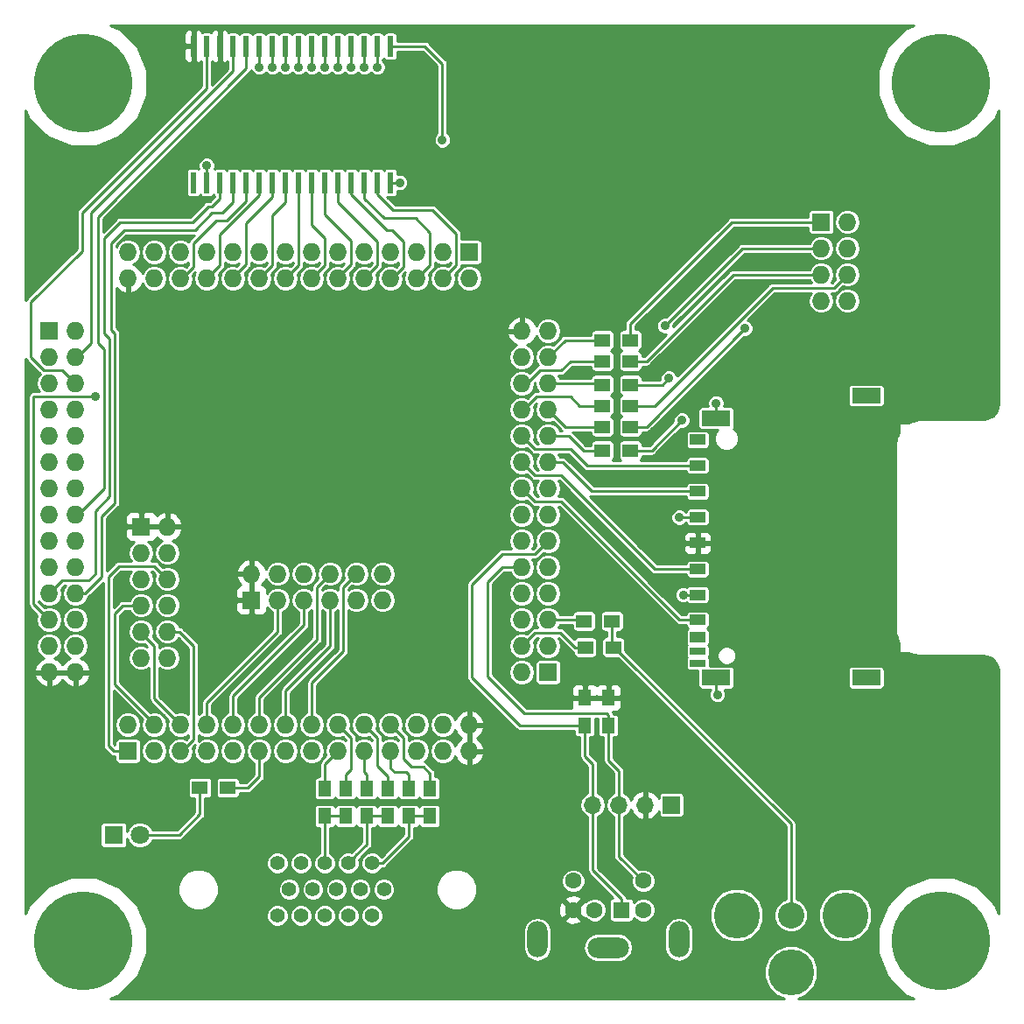
<source format=gbr>
G04 #@! TF.GenerationSoftware,KiCad,Pcbnew,(5.0.2)-1*
G04 #@! TF.CreationDate,2019-11-20T10:48:52-05:00*
G04 #@! TF.ProjectId,EP2C5-DB,45503243-352d-4444-922e-6b696361645f,X2*
G04 #@! TF.SameCoordinates,Original*
G04 #@! TF.FileFunction,Copper,L1,Top*
G04 #@! TF.FilePolarity,Positive*
%FSLAX46Y46*%
G04 Gerber Fmt 4.6, Leading zero omitted, Abs format (unit mm)*
G04 Created by KiCad (PCBNEW (5.0.2)-1) date 11/20/2019 10:48:52 AM*
%MOMM*%
%LPD*%
G01*
G04 APERTURE LIST*
G04 #@! TA.AperFunction,ComponentPad*
%ADD10R,1.800000X1.800000*%
G04 #@! TD*
G04 #@! TA.AperFunction,ComponentPad*
%ADD11C,1.800000*%
G04 #@! TD*
G04 #@! TA.AperFunction,ComponentPad*
%ADD12O,2.000000X3.500000*%
G04 #@! TD*
G04 #@! TA.AperFunction,ComponentPad*
%ADD13R,1.600000X1.600000*%
G04 #@! TD*
G04 #@! TA.AperFunction,ComponentPad*
%ADD14C,1.600000*%
G04 #@! TD*
G04 #@! TA.AperFunction,ComponentPad*
%ADD15O,4.000000X2.000000*%
G04 #@! TD*
G04 #@! TA.AperFunction,ComponentPad*
%ADD16C,4.445000*%
G04 #@! TD*
G04 #@! TA.AperFunction,ComponentPad*
%ADD17C,2.540000*%
G04 #@! TD*
G04 #@! TA.AperFunction,ComponentPad*
%ADD18C,9.525000*%
G04 #@! TD*
G04 #@! TA.AperFunction,ComponentPad*
%ADD19R,1.727200X1.727200*%
G04 #@! TD*
G04 #@! TA.AperFunction,ComponentPad*
%ADD20O,1.727200X1.727200*%
G04 #@! TD*
G04 #@! TA.AperFunction,SMDPad,CuDef*
%ADD21R,1.300000X1.500000*%
G04 #@! TD*
G04 #@! TA.AperFunction,SMDPad,CuDef*
%ADD22R,1.500000X1.300000*%
G04 #@! TD*
G04 #@! TA.AperFunction,ComponentPad*
%ADD23C,1.397000*%
G04 #@! TD*
G04 #@! TA.AperFunction,SMDPad,CuDef*
%ADD24R,0.600000X2.000000*%
G04 #@! TD*
G04 #@! TA.AperFunction,SMDPad,CuDef*
%ADD25R,1.500000X0.700000*%
G04 #@! TD*
G04 #@! TA.AperFunction,SMDPad,CuDef*
%ADD26R,1.500000X1.000000*%
G04 #@! TD*
G04 #@! TA.AperFunction,SMDPad,CuDef*
%ADD27R,2.800000X1.500000*%
G04 #@! TD*
G04 #@! TA.AperFunction,ComponentPad*
%ADD28R,1.700000X1.700000*%
G04 #@! TD*
G04 #@! TA.AperFunction,ComponentPad*
%ADD29O,1.700000X1.700000*%
G04 #@! TD*
G04 #@! TA.AperFunction,ViaPad*
%ADD30C,0.889000*%
G04 #@! TD*
G04 #@! TA.AperFunction,Conductor*
%ADD31C,0.254000*%
G04 #@! TD*
G04 APERTURE END LIST*
D10*
G04 #@! TO.P,DS1,1*
G04 #@! TO.N,GND*
X18923000Y-88773000D03*
D11*
G04 #@! TO.P,DS1,2*
G04 #@! TO.N,Net-(DS1-Pad2)*
X21463000Y-88773000D03*
G04 #@! TD*
D12*
G04 #@! TO.P,J7,7*
G04 #@! TO.N,N/C*
X59922000Y-98862000D03*
X73622000Y-98862000D03*
D13*
G04 #@! TO.P,J7,1*
G04 #@! TO.N,/P87*
X68072000Y-96012000D03*
D14*
G04 #@! TO.P,J7,2*
G04 #@! TO.N,N/C*
X65472000Y-96012000D03*
G04 #@! TO.P,J7,3*
G04 #@! TO.N,GND*
X70172000Y-96012000D03*
G04 #@! TO.P,J7,4*
G04 #@! TO.N,VCC*
X63372000Y-96012000D03*
G04 #@! TO.P,J7,5*
G04 #@! TO.N,/P86*
X70172000Y-93212000D03*
G04 #@! TO.P,J7,6*
G04 #@! TO.N,N/C*
X63372000Y-93212000D03*
D15*
G04 #@! TO.P,J7,7*
X66772000Y-99662000D03*
G04 #@! TD*
D16*
G04 #@! TO.P,J2,1*
G04 #@! TO.N,GND*
X84455000Y-102031800D03*
G04 #@! TO.P,J2,2*
X89700100Y-96520000D03*
G04 #@! TO.P,J2,3*
X79209900Y-96520000D03*
D17*
G04 #@! TO.P,J2,4*
G04 #@! TO.N,Net-(J2-Pad4)*
X84455000Y-96520000D03*
G04 #@! TD*
D18*
G04 #@! TO.P,MTG3,1*
G04 #@! TO.N,N/C*
X99000000Y-16000000D03*
G04 #@! TD*
G04 #@! TO.P,MTG1,1*
G04 #@! TO.N,N/C*
X99000000Y-99000000D03*
G04 #@! TD*
D19*
G04 #@! TO.P,P1,1*
G04 #@! TO.N,/P40*
X20320000Y-80645000D03*
D20*
G04 #@! TO.P,P1,2*
G04 #@! TO.N,/P41*
X20320000Y-78105000D03*
G04 #@! TO.P,P1,3*
G04 #@! TO.N,/P42*
X22860000Y-80645000D03*
G04 #@! TO.P,P1,4*
G04 #@! TO.N,/P43*
X22860000Y-78105000D03*
G04 #@! TO.P,P1,5*
G04 #@! TO.N,/P44*
X25400000Y-80645000D03*
G04 #@! TO.P,P1,6*
G04 #@! TO.N,/P45*
X25400000Y-78105000D03*
G04 #@! TO.P,P1,7*
G04 #@! TO.N,/P47*
X27940000Y-80645000D03*
G04 #@! TO.P,P1,8*
G04 #@! TO.N,/P48*
X27940000Y-78105000D03*
G04 #@! TO.P,P1,9*
G04 #@! TO.N,/P51*
X30480000Y-80645000D03*
G04 #@! TO.P,P1,10*
G04 #@! TO.N,/P52*
X30480000Y-78105000D03*
G04 #@! TO.P,P1,11*
G04 #@! TO.N,/P53*
X33020000Y-80645000D03*
G04 #@! TO.P,P1,12*
G04 #@! TO.N,/P55*
X33020000Y-78105000D03*
G04 #@! TO.P,P1,13*
G04 #@! TO.N,N/C*
X35560000Y-80645000D03*
G04 #@! TO.P,P1,14*
G04 #@! TO.N,/P58*
X35560000Y-78105000D03*
G04 #@! TO.P,P1,15*
G04 #@! TO.N,N/C*
X38100000Y-80645000D03*
G04 #@! TO.P,P1,16*
G04 #@! TO.N,/P60*
X38100000Y-78105000D03*
G04 #@! TO.P,P1,17*
G04 #@! TO.N,/P63*
X40640000Y-80645000D03*
G04 #@! TO.P,P1,18*
G04 #@! TO.N,/P64*
X40640000Y-78105000D03*
G04 #@! TO.P,P1,19*
G04 #@! TO.N,/P65*
X43180000Y-80645000D03*
G04 #@! TO.P,P1,20*
G04 #@! TO.N,/P67*
X43180000Y-78105000D03*
G04 #@! TO.P,P1,21*
G04 #@! TO.N,/P69*
X45720000Y-80645000D03*
G04 #@! TO.P,P1,22*
G04 #@! TO.N,/P70*
X45720000Y-78105000D03*
G04 #@! TO.P,P1,23*
G04 #@! TO.N,/P71*
X48260000Y-80645000D03*
G04 #@! TO.P,P1,24*
G04 #@! TO.N,/P72*
X48260000Y-78105000D03*
G04 #@! TO.P,P1,25*
G04 #@! TO.N,GND*
X50800000Y-80645000D03*
G04 #@! TO.P,P1,26*
X50800000Y-78105000D03*
G04 #@! TO.P,P1,27*
G04 #@! TO.N,VCC*
X53340000Y-80645000D03*
G04 #@! TO.P,P1,28*
X53340000Y-78105000D03*
G04 #@! TD*
D19*
G04 #@! TO.P,P2,1*
G04 #@! TO.N,GND*
X60960000Y-73025000D03*
D20*
G04 #@! TO.P,P2,2*
X58420000Y-73025000D03*
G04 #@! TO.P,P2,3*
G04 #@! TO.N,N/C*
X60960000Y-70485000D03*
G04 #@! TO.P,P2,4*
G04 #@! TO.N,/P74*
X58420000Y-70485000D03*
G04 #@! TO.P,P2,5*
G04 #@! TO.N,/P75*
X60960000Y-67945000D03*
G04 #@! TO.P,P2,6*
G04 #@! TO.N,/P76*
X58420000Y-67945000D03*
G04 #@! TO.P,P2,7*
G04 #@! TO.N,N/C*
X60960000Y-65405000D03*
G04 #@! TO.P,P2,8*
X58420000Y-65405000D03*
G04 #@! TO.P,P2,9*
X60960000Y-62865000D03*
G04 #@! TO.P,P2,10*
G04 #@! TO.N,/P86*
X58420000Y-62865000D03*
G04 #@! TO.P,P2,11*
G04 #@! TO.N,/P87*
X60960000Y-60325000D03*
G04 #@! TO.P,P2,12*
G04 #@! TO.N,N/C*
X58420000Y-60325000D03*
G04 #@! TO.P,P2,13*
X60960000Y-57785000D03*
G04 #@! TO.P,P2,14*
X58420000Y-57785000D03*
G04 #@! TO.P,P2,15*
X60960000Y-55245000D03*
G04 #@! TO.P,P2,16*
G04 #@! TO.N,/P92*
X58420000Y-55245000D03*
G04 #@! TO.P,P2,17*
G04 #@! TO.N,/P93*
X60960000Y-52705000D03*
G04 #@! TO.P,P2,18*
G04 #@! TO.N,/P94*
X58420000Y-52705000D03*
G04 #@! TO.P,P2,19*
G04 #@! TO.N,/P96*
X60960000Y-50165000D03*
G04 #@! TO.P,P2,20*
G04 #@! TO.N,/P97*
X58420000Y-50165000D03*
G04 #@! TO.P,P2,21*
G04 #@! TO.N,/P99*
X60960000Y-47625000D03*
G04 #@! TO.P,P2,22*
G04 #@! TO.N,/P100*
X58420000Y-47625000D03*
G04 #@! TO.P,P2,23*
G04 #@! TO.N,/P101*
X60960000Y-45085000D03*
G04 #@! TO.P,P2,24*
G04 #@! TO.N,/P103*
X58420000Y-45085000D03*
G04 #@! TO.P,P2,25*
G04 #@! TO.N,/P104*
X60960000Y-42545000D03*
G04 #@! TO.P,P2,26*
G04 #@! TO.N,GND*
X58420000Y-42545000D03*
G04 #@! TO.P,P2,27*
X60960000Y-40005000D03*
G04 #@! TO.P,P2,28*
G04 #@! TO.N,VCC*
X58420000Y-40005000D03*
G04 #@! TD*
D19*
G04 #@! TO.P,P3,1*
G04 #@! TO.N,GND*
X53340000Y-32385000D03*
D20*
G04 #@! TO.P,P3,2*
X53340000Y-34925000D03*
G04 #@! TO.P,P3,3*
G04 #@! TO.N,/P112*
X50800000Y-32385000D03*
G04 #@! TO.P,P3,4*
G04 #@! TO.N,/P113*
X50800000Y-34925000D03*
G04 #@! TO.P,P3,5*
G04 #@! TO.N,/P114*
X48260000Y-32385000D03*
G04 #@! TO.P,P3,6*
G04 #@! TO.N,/P115*
X48260000Y-34925000D03*
G04 #@! TO.P,P3,7*
G04 #@! TO.N,/P118*
X45720000Y-32385000D03*
G04 #@! TO.P,P3,8*
G04 #@! TO.N,/P119*
X45720000Y-34925000D03*
G04 #@! TO.P,P3,9*
G04 #@! TO.N,/P120*
X43180000Y-32385000D03*
G04 #@! TO.P,P3,10*
G04 #@! TO.N,/P121*
X43180000Y-34925000D03*
G04 #@! TO.P,P3,11*
G04 #@! TO.N,/P122*
X40640000Y-32385000D03*
G04 #@! TO.P,P3,12*
G04 #@! TO.N,/P125*
X40640000Y-34925000D03*
G04 #@! TO.P,P3,13*
G04 #@! TO.N,/P126*
X38100000Y-32385000D03*
G04 #@! TO.P,P3,14*
G04 #@! TO.N,/P129*
X38100000Y-34925000D03*
G04 #@! TO.P,P3,15*
G04 #@! TO.N,/P132*
X35560000Y-32385000D03*
G04 #@! TO.P,P3,16*
G04 #@! TO.N,/P133*
X35560000Y-34925000D03*
G04 #@! TO.P,P3,17*
G04 #@! TO.N,/P134*
X33020000Y-32385000D03*
G04 #@! TO.P,P3,18*
G04 #@! TO.N,/P135*
X33020000Y-34925000D03*
G04 #@! TO.P,P3,19*
G04 #@! TO.N,/P136*
X30480000Y-32385000D03*
G04 #@! TO.P,P3,20*
G04 #@! TO.N,/P137*
X30480000Y-34925000D03*
G04 #@! TO.P,P3,21*
G04 #@! TO.N,/P139*
X27940000Y-32385000D03*
G04 #@! TO.P,P3,22*
G04 #@! TO.N,/P141*
X27940000Y-34925000D03*
G04 #@! TO.P,P3,23*
G04 #@! TO.N,/P142*
X25400000Y-32385000D03*
G04 #@! TO.P,P3,24*
G04 #@! TO.N,/P143*
X25400000Y-34925000D03*
G04 #@! TO.P,P3,25*
G04 #@! TO.N,N/C*
X22860000Y-32385000D03*
G04 #@! TO.P,P3,26*
G04 #@! TO.N,GND*
X22860000Y-34925000D03*
G04 #@! TO.P,P3,27*
X20320000Y-32385000D03*
G04 #@! TO.P,P3,28*
G04 #@! TO.N,VCC*
X20320000Y-34925000D03*
G04 #@! TD*
D19*
G04 #@! TO.P,P4,1*
G04 #@! TO.N,GND*
X12700000Y-40005000D03*
D20*
G04 #@! TO.P,P4,2*
X15240000Y-40005000D03*
G04 #@! TO.P,P4,3*
G04 #@! TO.N,N/C*
X12700000Y-42545000D03*
G04 #@! TO.P,P4,4*
G04 #@! TO.N,/P4*
X15240000Y-42545000D03*
G04 #@! TO.P,P4,5*
G04 #@! TO.N,N/C*
X12700000Y-45085000D03*
G04 #@! TO.P,P4,6*
G04 #@! TO.N,/P8*
X15240000Y-45085000D03*
G04 #@! TO.P,P4,7*
G04 #@! TO.N,N/C*
X12700000Y-47625000D03*
G04 #@! TO.P,P4,8*
G04 #@! TO.N,GND*
X15240000Y-47625000D03*
G04 #@! TO.P,P4,9*
X12700000Y-50165000D03*
G04 #@! TO.P,P4,10*
X15240000Y-50165000D03*
G04 #@! TO.P,P4,11*
G04 #@! TO.N,N/C*
X12700000Y-52705000D03*
G04 #@! TO.P,P4,12*
X15240000Y-52705000D03*
G04 #@! TO.P,P4,13*
X12700000Y-55245000D03*
G04 #@! TO.P,P4,14*
X15240000Y-55245000D03*
G04 #@! TO.P,P4,15*
G04 #@! TO.N,/P25*
X12700000Y-57785000D03*
G04 #@! TO.P,P4,16*
G04 #@! TO.N,/P24*
X15240000Y-57785000D03*
G04 #@! TO.P,P4,17*
G04 #@! TO.N,N/C*
X12700000Y-60325000D03*
G04 #@! TO.P,P4,18*
X15240000Y-60325000D03*
G04 #@! TO.P,P4,19*
X12700000Y-62865000D03*
G04 #@! TO.P,P4,20*
X15240000Y-62865000D03*
G04 #@! TO.P,P4,21*
G04 #@! TO.N,/P30*
X12700000Y-65405000D03*
G04 #@! TO.P,P4,22*
G04 #@! TO.N,/P28*
X15240000Y-65405000D03*
G04 #@! TO.P,P4,23*
G04 #@! TO.N,/P32*
X12700000Y-67945000D03*
G04 #@! TO.P,P4,24*
G04 #@! TO.N,/P31*
X15240000Y-67945000D03*
G04 #@! TO.P,P4,25*
G04 #@! TO.N,GND*
X12700000Y-70485000D03*
G04 #@! TO.P,P4,26*
X15240000Y-70485000D03*
G04 #@! TO.P,P4,27*
G04 #@! TO.N,VCC*
X12700000Y-73025000D03*
G04 #@! TO.P,P4,28*
X15240000Y-73025000D03*
G04 #@! TD*
D19*
G04 #@! TO.P,J6,1*
G04 #@! TO.N,VCC*
X21590000Y-58928000D03*
D20*
G04 #@! TO.P,J6,2*
X24130000Y-58928000D03*
G04 #@! TO.P,J6,3*
G04 #@! TO.N,/P25*
X21590000Y-61468000D03*
G04 #@! TO.P,J6,4*
G04 #@! TO.N,/P31*
X24130000Y-61468000D03*
G04 #@! TO.P,J6,5*
G04 #@! TO.N,/P41*
X21590000Y-64008000D03*
G04 #@! TO.P,J6,6*
G04 #@! TO.N,/P40*
X24130000Y-64008000D03*
G04 #@! TO.P,J6,7*
G04 #@! TO.N,/P43*
X21590000Y-66548000D03*
G04 #@! TO.P,J6,8*
G04 #@! TO.N,/P42*
X24130000Y-66548000D03*
G04 #@! TO.P,J6,9*
G04 #@! TO.N,/P45*
X21590000Y-69088000D03*
G04 #@! TO.P,J6,10*
G04 #@! TO.N,/P44*
X24130000Y-69088000D03*
G04 #@! TO.P,J6,11*
G04 #@! TO.N,GND*
X21590000Y-71628000D03*
G04 #@! TO.P,J6,12*
X24130000Y-71628000D03*
G04 #@! TD*
D21*
G04 #@! TO.P,R15,1*
G04 #@! TO.N,/P69*
X47498000Y-84248000D03*
G04 #@! TO.P,R15,2*
G04 #@! TO.N,Net-(J1-Pad1)*
X47498000Y-86948000D03*
G04 #@! TD*
G04 #@! TO.P,R16,1*
G04 #@! TO.N,/P70*
X49530000Y-84248000D03*
G04 #@! TO.P,R16,2*
G04 #@! TO.N,Net-(J1-Pad1)*
X49530000Y-86948000D03*
G04 #@! TD*
G04 #@! TO.P,R13,1*
G04 #@! TO.N,/P65*
X43434000Y-84248000D03*
G04 #@! TO.P,R13,2*
G04 #@! TO.N,Net-(J1-Pad2)*
X43434000Y-86948000D03*
G04 #@! TD*
G04 #@! TO.P,R14,1*
G04 #@! TO.N,/P67*
X45466000Y-84248000D03*
G04 #@! TO.P,R14,2*
G04 #@! TO.N,Net-(J1-Pad2)*
X45466000Y-86948000D03*
G04 #@! TD*
G04 #@! TO.P,R12,1*
G04 #@! TO.N,/P64*
X41402000Y-84248000D03*
G04 #@! TO.P,R12,2*
G04 #@! TO.N,Net-(J1-Pad3)*
X41402000Y-86948000D03*
G04 #@! TD*
D22*
G04 #@! TO.P,R9,1*
G04 #@! TO.N,/P75*
X64436000Y-68072000D03*
G04 #@! TO.P,R9,2*
G04 #@! TO.N,Net-(J2-Pad4)*
X67136000Y-68072000D03*
G04 #@! TD*
G04 #@! TO.P,R10,1*
G04 #@! TO.N,/P74*
X64563000Y-70612000D03*
G04 #@! TO.P,R10,2*
G04 #@! TO.N,Net-(J2-Pad4)*
X67263000Y-70612000D03*
G04 #@! TD*
D21*
G04 #@! TO.P,R8,1*
G04 #@! TO.N,VCC*
X66802000Y-75485000D03*
G04 #@! TO.P,R8,2*
G04 #@! TO.N,/P86*
X66802000Y-78185000D03*
G04 #@! TD*
G04 #@! TO.P,R7,1*
G04 #@! TO.N,VCC*
X64516000Y-75485000D03*
G04 #@! TO.P,R7,2*
G04 #@! TO.N,/P87*
X64516000Y-78185000D03*
G04 #@! TD*
D22*
G04 #@! TO.P,R1,1*
G04 #@! TO.N,/P104*
X66214000Y-40894000D03*
G04 #@! TO.P,R1,2*
G04 #@! TO.N,/RTS1*
X68914000Y-40894000D03*
G04 #@! TD*
G04 #@! TO.P,R3,1*
G04 #@! TO.N,/P101*
X66214000Y-45212000D03*
G04 #@! TO.P,R3,2*
G04 #@! TO.N,/RX1*
X68914000Y-45212000D03*
G04 #@! TD*
G04 #@! TO.P,R2,1*
G04 #@! TO.N,/P103*
X66214000Y-42926000D03*
G04 #@! TO.P,R2,2*
G04 #@! TO.N,/TX1*
X68914000Y-42926000D03*
G04 #@! TD*
G04 #@! TO.P,R6,1*
G04 #@! TO.N,/RTS2*
X68914000Y-51562000D03*
G04 #@! TO.P,R6,2*
G04 #@! TO.N,/P96*
X66214000Y-51562000D03*
G04 #@! TD*
G04 #@! TO.P,R5,1*
G04 #@! TO.N,/RX2*
X68914000Y-49276000D03*
G04 #@! TO.P,R5,2*
G04 #@! TO.N,/P99*
X66214000Y-49276000D03*
G04 #@! TD*
G04 #@! TO.P,R4,1*
G04 #@! TO.N,/TX2*
X68914000Y-47244000D03*
G04 #@! TO.P,R4,2*
G04 #@! TO.N,/P100*
X66214000Y-47244000D03*
G04 #@! TD*
D19*
G04 #@! TO.P,J5,1*
G04 #@! TO.N,/RTS1*
X87376000Y-29464000D03*
D20*
G04 #@! TO.P,J5,2*
G04 #@! TO.N,/RTS2*
X89916000Y-29464000D03*
G04 #@! TO.P,J5,3*
G04 #@! TO.N,/RX1*
X87376000Y-32004000D03*
G04 #@! TO.P,J5,4*
G04 #@! TO.N,/RX2*
X89916000Y-32004000D03*
G04 #@! TO.P,J5,5*
G04 #@! TO.N,/TX1*
X87376000Y-34544000D03*
G04 #@! TO.P,J5,6*
G04 #@! TO.N,/TX2*
X89916000Y-34544000D03*
G04 #@! TO.P,J5,7*
G04 #@! TO.N,GND*
X87376000Y-37084000D03*
G04 #@! TO.P,J5,8*
X89916000Y-37084000D03*
G04 #@! TD*
D18*
G04 #@! TO.P,MTG2,1*
G04 #@! TO.N,N/C*
X16000000Y-99000000D03*
G04 #@! TD*
D21*
G04 #@! TO.P,R11,1*
G04 #@! TO.N,/P63*
X39370000Y-84248000D03*
G04 #@! TO.P,R11,2*
G04 #@! TO.N,Net-(J1-Pad3)*
X39370000Y-86948000D03*
G04 #@! TD*
D19*
G04 #@! TO.P,J8,1*
G04 #@! TO.N,VCC*
X32258000Y-66040000D03*
D20*
G04 #@! TO.P,J8,2*
X32258000Y-63500000D03*
G04 #@! TO.P,J8,3*
G04 #@! TO.N,/P48*
X34798000Y-66040000D03*
G04 #@! TO.P,J8,4*
G04 #@! TO.N,/P47*
X34798000Y-63500000D03*
G04 #@! TO.P,J8,5*
G04 #@! TO.N,/P52*
X37338000Y-66040000D03*
G04 #@! TO.P,J8,6*
G04 #@! TO.N,/P51*
X37338000Y-63500000D03*
G04 #@! TO.P,J8,7*
G04 #@! TO.N,/P58*
X39878000Y-66040000D03*
G04 #@! TO.P,J8,8*
G04 #@! TO.N,/P55*
X39878000Y-63500000D03*
G04 #@! TO.P,J8,9*
G04 #@! TO.N,/P76*
X42418000Y-66040000D03*
G04 #@! TO.P,J8,10*
G04 #@! TO.N,/P60*
X42418000Y-63500000D03*
G04 #@! TO.P,J8,11*
G04 #@! TO.N,GND*
X44958000Y-66040000D03*
G04 #@! TO.P,J8,12*
X44958000Y-63500000D03*
G04 #@! TD*
D23*
G04 #@! TO.P,J1,3*
G04 #@! TO.N,Net-(J1-Pad3)*
X39357300Y-91493340D03*
G04 #@! TO.P,J1,2*
G04 #@! TO.N,Net-(J1-Pad2)*
X41643300Y-91493340D03*
G04 #@! TO.P,J1,1*
G04 #@! TO.N,Net-(J1-Pad1)*
X43934380Y-91493340D03*
G04 #@! TO.P,J1,4*
G04 #@! TO.N,N/C*
X37063680Y-91493340D03*
G04 #@! TO.P,J1,5*
G04 #@! TO.N,GND*
X34775140Y-91493340D03*
G04 #@! TO.P,J1,9*
G04 #@! TO.N,N/C*
X38209220Y-94033340D03*
G04 #@! TO.P,J1,8*
G04 #@! TO.N,GND*
X40497760Y-94033340D03*
G04 #@! TO.P,J1,7*
X42788840Y-94033340D03*
G04 #@! TO.P,J1,6*
X45079920Y-94033340D03*
G04 #@! TO.P,J1,10*
X35918140Y-94033340D03*
G04 #@! TO.P,J1,11*
G04 #@! TO.N,N/C*
X43934380Y-96573340D03*
G04 #@! TO.P,J1,12*
X41643300Y-96573340D03*
G04 #@! TO.P,J1,13*
G04 #@! TO.N,/P71*
X39354760Y-96570800D03*
G04 #@! TO.P,J1,14*
G04 #@! TO.N,/P72*
X37063680Y-96573340D03*
G04 #@! TO.P,J1,15*
G04 #@! TO.N,N/C*
X34775140Y-96573340D03*
G04 #@! TD*
D18*
G04 #@! TO.P,MTG4,1*
G04 #@! TO.N,N/C*
X16000000Y-16000000D03*
G04 #@! TD*
D24*
G04 #@! TO.P,U1,1*
G04 #@! TO.N,N/C*
X26670000Y-25650000D03*
G04 #@! TO.P,U1,2*
G04 #@! TO.N,/P32*
X27940000Y-25650000D03*
G04 #@! TO.P,U1,3*
G04 #@! TO.N,/P30*
X29210000Y-25650000D03*
G04 #@! TO.P,U1,4*
G04 #@! TO.N,/P28*
X30480000Y-25650000D03*
G04 #@! TO.P,U1,5*
G04 #@! TO.N,/P143*
X31750000Y-25650000D03*
G04 #@! TO.P,U1,6*
G04 #@! TO.N,/P141*
X33020000Y-25650000D03*
G04 #@! TO.P,U1,7*
G04 #@! TO.N,/P137*
X34290000Y-25650000D03*
G04 #@! TO.P,U1,8*
G04 #@! TO.N,/P135*
X35560000Y-25650000D03*
G04 #@! TO.P,U1,9*
G04 #@! TO.N,/P133*
X36830000Y-25650000D03*
G04 #@! TO.P,U1,10*
G04 #@! TO.N,/P129*
X38100000Y-25650000D03*
G04 #@! TO.P,U1,11*
G04 #@! TO.N,/P125*
X39370000Y-25650000D03*
G04 #@! TO.P,U1,12*
G04 #@! TO.N,/P121*
X40640000Y-25650000D03*
G04 #@! TO.P,U1,13*
G04 #@! TO.N,/P119*
X41910000Y-25650000D03*
G04 #@! TO.P,U1,14*
G04 #@! TO.N,/P115*
X43180000Y-25650000D03*
G04 #@! TO.P,U1,15*
G04 #@! TO.N,/P113*
X44450000Y-25650000D03*
G04 #@! TO.P,U1,16*
G04 #@! TO.N,GND*
X45720000Y-25650000D03*
G04 #@! TO.P,U1,17*
G04 #@! TO.N,/P112*
X45720000Y-12450000D03*
G04 #@! TO.P,U1,18*
G04 #@! TO.N,/P114*
X44450000Y-12450000D03*
G04 #@! TO.P,U1,19*
G04 #@! TO.N,/P118*
X43180000Y-12450000D03*
G04 #@! TO.P,U1,20*
G04 #@! TO.N,/P120*
X41910000Y-12450000D03*
G04 #@! TO.P,U1,21*
G04 #@! TO.N,/P122*
X40640000Y-12450000D03*
G04 #@! TO.P,U1,22*
G04 #@! TO.N,/P126*
X39370000Y-12450000D03*
G04 #@! TO.P,U1,23*
G04 #@! TO.N,/P132*
X38100000Y-12450000D03*
G04 #@! TO.P,U1,24*
G04 #@! TO.N,/P134*
X36830000Y-12450000D03*
G04 #@! TO.P,U1,25*
G04 #@! TO.N,/P136*
X35560000Y-12450000D03*
G04 #@! TO.P,U1,26*
G04 #@! TO.N,/P139*
X34290000Y-12450000D03*
G04 #@! TO.P,U1,27*
G04 #@! TO.N,/P142*
X33020000Y-12450000D03*
G04 #@! TO.P,U1,28*
G04 #@! TO.N,/P24*
X31750000Y-12450000D03*
G04 #@! TO.P,U1,29*
G04 #@! TO.N,/P4*
X30480000Y-12450000D03*
G04 #@! TO.P,U1,30*
G04 #@! TO.N,VCC*
X29210000Y-12450000D03*
G04 #@! TO.P,U1,31*
G04 #@! TO.N,/P8*
X27940000Y-12450000D03*
G04 #@! TO.P,U1,32*
G04 #@! TO.N,VCC*
X26670000Y-12450000D03*
G04 #@! TD*
D25*
G04 #@! TO.P,J4,11*
G04 #@! TO.N,N/C*
X75432000Y-72132000D03*
G04 #@! TO.P,J4,10*
X75432000Y-70992000D03*
D26*
G04 #@! TO.P,J4,2*
G04 #@! TO.N,/P93*
X75432000Y-55532000D03*
G04 #@! TO.P,J4,1*
G04 #@! TO.N,/P97*
X75432000Y-53032000D03*
G04 #@! TO.P,J4,3*
G04 #@! TO.N,GND*
X75432000Y-58032000D03*
G04 #@! TO.P,J4,4*
G04 #@! TO.N,VCC*
X75432000Y-60532000D03*
G04 #@! TO.P,J4,5*
G04 #@! TO.N,/P94*
X75432000Y-63032000D03*
G04 #@! TO.P,J4,6*
G04 #@! TO.N,GND*
X75432000Y-65532000D03*
G04 #@! TO.P,J4,7*
G04 #@! TO.N,/P92*
X75432000Y-67952000D03*
G04 #@! TO.P,J4,8*
G04 #@! TO.N,N/C*
X75432000Y-69652000D03*
G04 #@! TO.P,J4,9*
X75432000Y-50532000D03*
D27*
G04 #@! TO.P,J4,12*
G04 #@! TO.N,GND*
X77232000Y-48462000D03*
G04 #@! TO.P,J4,13*
X77232000Y-73562000D03*
G04 #@! TO.P,J4,14*
G04 #@! TO.N,N/C*
X91732000Y-73562000D03*
G04 #@! TO.P,J4,15*
X91732000Y-46262000D03*
G04 #@! TD*
D22*
G04 #@! TO.P,R17,1*
G04 #@! TO.N,/P53*
X29988500Y-84201000D03*
G04 #@! TO.P,R17,2*
G04 #@! TO.N,Net-(DS1-Pad2)*
X27288500Y-84201000D03*
G04 #@! TD*
D28*
G04 #@! TO.P,J3,1*
G04 #@! TO.N,GND*
X72898000Y-85852000D03*
D29*
G04 #@! TO.P,J3,2*
G04 #@! TO.N,VCC*
X70358000Y-85852000D03*
G04 #@! TO.P,J3,3*
G04 #@! TO.N,/P86*
X67818000Y-85852000D03*
G04 #@! TO.P,J3,4*
G04 #@! TO.N,/P87*
X65278000Y-85852000D03*
G04 #@! TD*
D30*
G04 #@! TO.N,GND*
X46609000Y-25654000D03*
X74041000Y-65532000D03*
X73660000Y-58039000D03*
X77216000Y-46990000D03*
X77343000Y-75184000D03*
G04 #@! TO.N,/P112*
X50736500Y-21526500D03*
G04 #@! TO.N,/P114*
X44450000Y-14478000D03*
G04 #@! TO.N,/P118*
X43180000Y-14478000D03*
G04 #@! TO.N,/P120*
X41910000Y-14478000D03*
G04 #@! TO.N,/P122*
X40640000Y-14478000D03*
G04 #@! TO.N,/P132*
X38100000Y-14478000D03*
G04 #@! TO.N,/P134*
X36830000Y-14478000D03*
G04 #@! TO.N,/P136*
X35560000Y-14478000D03*
G04 #@! TO.N,/P139*
X34290000Y-14478000D03*
G04 #@! TO.N,/P142*
X33020000Y-14478000D03*
G04 #@! TO.N,/RTS2*
X73914000Y-48641000D03*
G04 #@! TO.N,/RX1*
X72263000Y-39497000D03*
X72644000Y-44577000D03*
G04 #@! TO.N,/RX2*
X80010000Y-39751000D03*
G04 #@! TO.N,/P32*
X17145000Y-46355000D03*
X27940000Y-24003000D03*
G04 #@! TO.N,/P126*
X39370000Y-14478000D03*
G04 #@! TD*
D31*
G04 #@! TO.N,GND*
X45720000Y-25650000D02*
X46605000Y-25650000D01*
X46605000Y-25650000D02*
X46609000Y-25654000D01*
X75432000Y-65532000D02*
X74041000Y-65532000D01*
X75432000Y-58032000D02*
X73667000Y-58032000D01*
X73667000Y-58032000D02*
X73660000Y-58039000D01*
X77232000Y-48462000D02*
X77232000Y-47006000D01*
X77232000Y-47006000D02*
X77216000Y-46990000D01*
X77232000Y-73562000D02*
X77232000Y-75073000D01*
X77232000Y-75073000D02*
X77343000Y-75184000D01*
G04 #@! TO.N,/P63*
X39370000Y-84248000D02*
X39370000Y-81915000D01*
X39370000Y-81915000D02*
X40640000Y-80645000D01*
G04 #@! TO.N,/P64*
X41402000Y-84248000D02*
X41402000Y-82931000D01*
X41910000Y-79375000D02*
X40640000Y-78105000D01*
X41910000Y-82423000D02*
X41910000Y-79375000D01*
X41402000Y-82931000D02*
X41910000Y-82423000D01*
G04 #@! TO.N,/P65*
X43434000Y-84248000D02*
X43434000Y-82931000D01*
X43180000Y-82677000D02*
X43180000Y-80645000D01*
X43434000Y-82931000D02*
X43180000Y-82677000D01*
G04 #@! TO.N,/P67*
X45466000Y-84248000D02*
X45466000Y-83058000D01*
X44450000Y-79375000D02*
X43180000Y-78105000D01*
X44450000Y-82042000D02*
X44450000Y-79375000D01*
X45466000Y-83058000D02*
X44450000Y-82042000D01*
G04 #@! TO.N,/P112*
X45720000Y-12450000D02*
X49026000Y-12450000D01*
X50736500Y-14160500D02*
X50736500Y-21526500D01*
X49026000Y-12450000D02*
X50736500Y-14160500D01*
G04 #@! TO.N,/P113*
X44450000Y-25650000D02*
X44450000Y-26797000D01*
X49784000Y-28321000D02*
X52070000Y-30607000D01*
X45974000Y-28321000D02*
X49784000Y-28321000D01*
X44450000Y-26797000D02*
X45974000Y-28321000D01*
X50800000Y-34925000D02*
X52070000Y-33655000D01*
X52070000Y-33655000D02*
X52070000Y-30607000D01*
G04 #@! TO.N,/P114*
X44450000Y-12450000D02*
X44450000Y-14478000D01*
G04 #@! TO.N,/P115*
X43180000Y-25650000D02*
X43180000Y-27178000D01*
X48133000Y-29083000D02*
X49530000Y-30480000D01*
X45085000Y-29083000D02*
X48133000Y-29083000D01*
X43180000Y-27178000D02*
X45085000Y-29083000D01*
X48260000Y-34925000D02*
X49530000Y-33655000D01*
X49530000Y-33655000D02*
X49530000Y-30480000D01*
G04 #@! TO.N,/P118*
X43180000Y-12450000D02*
X43180000Y-14478000D01*
G04 #@! TO.N,/P119*
X41910000Y-25650000D02*
X41910000Y-26797000D01*
X45339000Y-30226000D02*
X45847000Y-30226000D01*
X41910000Y-26797000D02*
X45339000Y-30226000D01*
X45720000Y-34925000D02*
X45847000Y-34925000D01*
X45847000Y-34925000D02*
X46990000Y-33782000D01*
X46990000Y-33782000D02*
X46990000Y-31369000D01*
X46990000Y-31369000D02*
X45847000Y-30226000D01*
G04 #@! TO.N,/P120*
X41910000Y-12450000D02*
X41910000Y-14478000D01*
G04 #@! TO.N,/P121*
X43180000Y-34925000D02*
X44450000Y-33655000D01*
X40640000Y-27559000D02*
X40640000Y-25650000D01*
X44450000Y-31369000D02*
X40640000Y-27559000D01*
X44450000Y-33655000D02*
X44450000Y-31369000D01*
G04 #@! TO.N,/P122*
X40640000Y-14478000D02*
X40640000Y-12450000D01*
G04 #@! TO.N,/P125*
X40640000Y-34925000D02*
X40640000Y-34798000D01*
X40640000Y-34798000D02*
X41910000Y-33528000D01*
X41910000Y-33528000D02*
X41910000Y-31242000D01*
X41910000Y-31242000D02*
X39370000Y-28702000D01*
X39370000Y-28702000D02*
X39370000Y-25650000D01*
G04 #@! TO.N,/P129*
X38100000Y-34925000D02*
X39370000Y-33655000D01*
X38100000Y-29718000D02*
X38100000Y-25650000D01*
X39370000Y-30988000D02*
X38100000Y-29718000D01*
X39370000Y-33655000D02*
X39370000Y-30988000D01*
G04 #@! TO.N,/P132*
X38100000Y-14478000D02*
X38100000Y-12450000D01*
G04 #@! TO.N,/P133*
X35560000Y-34925000D02*
X36830000Y-33655000D01*
X36830000Y-33655000D02*
X36830000Y-25650000D01*
G04 #@! TO.N,/P134*
X36830000Y-12450000D02*
X36830000Y-14478000D01*
G04 #@! TO.N,/P135*
X33020000Y-34925000D02*
X34290000Y-33655000D01*
X35560000Y-27559000D02*
X35560000Y-25650000D01*
X34290000Y-28829000D02*
X35560000Y-27559000D01*
X34290000Y-33655000D02*
X34290000Y-28829000D01*
G04 #@! TO.N,/P136*
X35560000Y-14478000D02*
X35560000Y-12450000D01*
G04 #@! TO.N,/P137*
X30480000Y-34925000D02*
X30480000Y-34798000D01*
X30480000Y-34798000D02*
X31750000Y-33528000D01*
X31750000Y-33528000D02*
X31750000Y-29591000D01*
X31750000Y-29591000D02*
X34290000Y-27051000D01*
X34290000Y-27051000D02*
X34290000Y-25650000D01*
G04 #@! TO.N,/P139*
X34290000Y-12450000D02*
X34290000Y-14478000D01*
G04 #@! TO.N,/P141*
X27940000Y-34925000D02*
X29210000Y-33655000D01*
X33020000Y-26880424D02*
X33020000Y-25650000D01*
X29210000Y-30690424D02*
X33020000Y-26880424D01*
X29210000Y-33655000D02*
X29210000Y-30690424D01*
G04 #@! TO.N,/P142*
X33020000Y-14478000D02*
X33020000Y-12450000D01*
G04 #@! TO.N,/P143*
X26670000Y-33401000D02*
X26670000Y-31496000D01*
X26670000Y-31496000D02*
X28829000Y-29337000D01*
X25400000Y-34925000D02*
X25527000Y-34925000D01*
X25527000Y-34925000D02*
X26670000Y-33782000D01*
X26670000Y-33782000D02*
X26670000Y-33401000D01*
X28829000Y-29337000D02*
X29845000Y-29337000D01*
X29845000Y-29337000D02*
X31750000Y-27432000D01*
X31750000Y-27432000D02*
X31750000Y-25650000D01*
G04 #@! TO.N,/P8*
X15240000Y-45085000D02*
X13970000Y-43815000D01*
X15875000Y-32258000D02*
X15875000Y-28575000D01*
X10922000Y-37211000D02*
X15875000Y-32258000D01*
X10922000Y-42545000D02*
X10922000Y-37211000D01*
X12192000Y-43815000D02*
X10922000Y-42545000D01*
X13970000Y-43815000D02*
X12192000Y-43815000D01*
X15875000Y-28575000D02*
X27940000Y-16510000D01*
X27940000Y-16510000D02*
X27940000Y-12450000D01*
G04 #@! TO.N,/P24*
X18033998Y-48895000D02*
X18033998Y-41782998D01*
X31750000Y-14605000D02*
X31750000Y-12450000D01*
X17399000Y-28956000D02*
X31750000Y-14605000D01*
X17399000Y-41148000D02*
X17399000Y-28956000D01*
X18033998Y-41782998D02*
X17399000Y-41148000D01*
X18033998Y-55245000D02*
X18033998Y-48895000D01*
X15493998Y-57785000D02*
X18033998Y-55245000D01*
X15240000Y-57785000D02*
X15493998Y-57785000D01*
G04 #@! TO.N,/P30*
X18034000Y-34036000D02*
X18034000Y-30988000D01*
X26543000Y-29464000D02*
X28067000Y-27940000D01*
X19558000Y-29464000D02*
X26543000Y-29464000D01*
X18034000Y-30988000D02*
X19558000Y-29464000D01*
X18542000Y-44323000D02*
X18542000Y-40767000D01*
X18034000Y-40259000D02*
X18034000Y-34036000D01*
X18542000Y-40767000D02*
X18034000Y-40259000D01*
X17145000Y-57404000D02*
X17145000Y-63500000D01*
X18542000Y-56007000D02*
X17145000Y-57404000D01*
X29210000Y-25650000D02*
X29210000Y-27178000D01*
X29210000Y-27178000D02*
X28448000Y-27940000D01*
X28448000Y-27940000D02*
X28067000Y-27940000D01*
X13970000Y-64135000D02*
X12700000Y-65405000D01*
X16510000Y-64135000D02*
X13970000Y-64135000D01*
X17145000Y-63500000D02*
X16510000Y-64135000D01*
X18542000Y-44323000D02*
X18542000Y-56007000D01*
G04 #@! TO.N,/P28*
X18669000Y-34544000D02*
X18669000Y-31496000D01*
X26797000Y-30226000D02*
X28448000Y-28575000D01*
X19939000Y-30226000D02*
X26797000Y-30226000D01*
X18669000Y-31496000D02*
X19939000Y-30226000D01*
X19050002Y-43688000D02*
X19050002Y-40259002D01*
X18669000Y-39878000D02*
X18669000Y-34544000D01*
X19050002Y-40259002D02*
X18669000Y-39878000D01*
X17780000Y-57912000D02*
X17780000Y-63754000D01*
X19050002Y-56641998D02*
X17780000Y-57912000D01*
X15240000Y-65405000D02*
X16129000Y-65405000D01*
X16129000Y-65405000D02*
X17780000Y-63754000D01*
X30480000Y-27559000D02*
X30480000Y-25650000D01*
X28448000Y-28575000D02*
X29464000Y-28575000D01*
X29464000Y-28575000D02*
X30480000Y-27559000D01*
X19050002Y-56641998D02*
X19050002Y-43688000D01*
G04 #@! TO.N,/P4*
X15240000Y-42545000D02*
X15367000Y-42545000D01*
X15367000Y-42545000D02*
X16764000Y-41148000D01*
X16764000Y-28575000D02*
X30480000Y-14859000D01*
X16764000Y-41148000D02*
X16764000Y-28575000D01*
X15240000Y-42545000D02*
X15621000Y-42545000D01*
X30480000Y-14859000D02*
X30480000Y-12450000D01*
G04 #@! TO.N,/P86*
X67818000Y-90858000D02*
X70172000Y-93212000D01*
X67818000Y-90858000D02*
X67818000Y-85852000D01*
X66802000Y-81534000D02*
X67818000Y-82550000D01*
X66802000Y-78185000D02*
X66802000Y-81534000D01*
X67818000Y-82550000D02*
X67818000Y-85852000D01*
X56515000Y-62865000D02*
X58420000Y-62865000D01*
X66802000Y-77181000D02*
X66583000Y-76962000D01*
X66802000Y-78185000D02*
X66802000Y-77181000D01*
X66583000Y-76962000D02*
X58674000Y-76962000D01*
X58674000Y-76962000D02*
X55118000Y-73406000D01*
X55118000Y-73406000D02*
X55118000Y-64262000D01*
X55118000Y-64262000D02*
X56515000Y-62865000D01*
G04 #@! TO.N,/P87*
X64516000Y-78385198D02*
X64516000Y-80137000D01*
X64516000Y-80137000D02*
X64516000Y-81153000D01*
X64516000Y-78185000D02*
X64516000Y-80137000D01*
X60096401Y-61188599D02*
X60960000Y-60325000D01*
X59715399Y-61569601D02*
X60096401Y-61188599D01*
X56540399Y-61569601D02*
X59715399Y-61569601D01*
X68072000Y-94958000D02*
X68072000Y-96012000D01*
X65278000Y-92164000D02*
X68072000Y-94958000D01*
X65278000Y-81915000D02*
X65278000Y-92164000D01*
X64516000Y-81153000D02*
X65278000Y-81915000D01*
X64516000Y-78185000D02*
X64516000Y-81153000D01*
X64516000Y-78185000D02*
X58246000Y-78185000D01*
X58246000Y-78185000D02*
X53594000Y-73533000D01*
X53594000Y-64516000D02*
X56540399Y-61569601D01*
X53594000Y-73533000D02*
X53594000Y-64516000D01*
G04 #@! TO.N,/P96*
X66214000Y-51562000D02*
X64389000Y-51562000D01*
X62992000Y-50165000D02*
X60960000Y-50165000D01*
X64389000Y-51562000D02*
X62992000Y-50165000D01*
G04 #@! TO.N,/P99*
X66214000Y-49276000D02*
X62611000Y-49276000D01*
X62611000Y-49276000D02*
X60960000Y-47625000D01*
G04 #@! TO.N,/P100*
X58420000Y-47625000D02*
X58547000Y-47625000D01*
X58547000Y-47625000D02*
X59817000Y-46355000D01*
X59817000Y-46355000D02*
X63119000Y-46355000D01*
X63119000Y-46355000D02*
X64008000Y-47244000D01*
X64008000Y-47244000D02*
X66214000Y-47244000D01*
G04 #@! TO.N,/P101*
X60960000Y-45085000D02*
X66087000Y-45085000D01*
X66087000Y-45085000D02*
X66214000Y-45212000D01*
G04 #@! TO.N,/P103*
X58420000Y-45085000D02*
X58928000Y-45085000D01*
X58928000Y-45085000D02*
X60198000Y-43815000D01*
X60198000Y-43815000D02*
X62230000Y-43815000D01*
X62230000Y-43815000D02*
X63119000Y-42926000D01*
X63119000Y-42926000D02*
X66214000Y-42926000D01*
G04 #@! TO.N,/P104*
X66214000Y-40894000D02*
X62611000Y-40894000D01*
X62611000Y-40894000D02*
X60960000Y-42545000D01*
G04 #@! TO.N,/P74*
X63559000Y-70612000D02*
X64563000Y-70612000D01*
X62136601Y-69189601D02*
X63559000Y-70612000D01*
X59715399Y-69189601D02*
X62136601Y-69189601D01*
X58420000Y-70485000D02*
X59715399Y-69189601D01*
G04 #@! TO.N,/P75*
X64309000Y-67945000D02*
X64436000Y-68072000D01*
X60960000Y-67945000D02*
X64309000Y-67945000D01*
G04 #@! TO.N,/P97*
X75432000Y-53032000D02*
X64716000Y-53032000D01*
X59690000Y-51435000D02*
X58420000Y-50165000D01*
X63119000Y-51435000D02*
X59690000Y-51435000D01*
X64716000Y-53032000D02*
X63119000Y-51435000D01*
G04 #@! TO.N,/P94*
X75432000Y-63032000D02*
X71287000Y-63032000D01*
X59690000Y-53975000D02*
X58420000Y-52705000D01*
X62230000Y-53975000D02*
X59690000Y-53975000D01*
X71287000Y-63032000D02*
X62230000Y-53975000D01*
X58420000Y-52705000D02*
X58420000Y-52832000D01*
G04 #@! TO.N,/P40*
X24130000Y-64008000D02*
X22860000Y-62738000D01*
X18923000Y-80645000D02*
X20320000Y-80645000D01*
X18415000Y-80137000D02*
X18923000Y-80645000D01*
X18415000Y-63754000D02*
X18415000Y-80137000D01*
X19431000Y-62738000D02*
X18415000Y-63754000D01*
X22860000Y-62738000D02*
X19431000Y-62738000D01*
G04 #@! TO.N,/P43*
X22860000Y-78105000D02*
X22860000Y-77978000D01*
X22860000Y-77978000D02*
X19050000Y-74168000D01*
X19050000Y-74168000D02*
X19050000Y-67310000D01*
X19050000Y-67310000D02*
X19812000Y-66548000D01*
X19812000Y-66548000D02*
X21590000Y-66548000D01*
G04 #@! TO.N,/P44*
X25400000Y-80645000D02*
X25527000Y-80645000D01*
X25527000Y-80645000D02*
X26670000Y-79502000D01*
X25273000Y-69088000D02*
X24130000Y-69088000D01*
X26670000Y-70485000D02*
X25273000Y-69088000D01*
X26670000Y-79502000D02*
X26670000Y-70485000D01*
X25400000Y-80518000D02*
X25400000Y-80645000D01*
G04 #@! TO.N,/P45*
X21590000Y-69088000D02*
X21590000Y-69215000D01*
X21590000Y-69215000D02*
X22860000Y-70485000D01*
X22860000Y-70485000D02*
X22860000Y-75565000D01*
X22860000Y-75565000D02*
X25400000Y-78105000D01*
G04 #@! TO.N,/P48*
X27940000Y-78105000D02*
X27940000Y-75946000D01*
X34798000Y-69088000D02*
X34798000Y-66040000D01*
X27940000Y-75946000D02*
X34798000Y-69088000D01*
G04 #@! TO.N,/P69*
X47498000Y-84248000D02*
X47498000Y-82931000D01*
X45720000Y-82296000D02*
X45720000Y-80645000D01*
X46101000Y-82677000D02*
X45720000Y-82296000D01*
X47244000Y-82677000D02*
X46101000Y-82677000D01*
X47498000Y-82931000D02*
X47244000Y-82677000D01*
X45720000Y-80645000D02*
X45720000Y-81407000D01*
G04 #@! TO.N,/P70*
X45720000Y-78105000D02*
X46990000Y-79375000D01*
X49530000Y-82804000D02*
X49530000Y-84248000D01*
X48895000Y-82169000D02*
X49530000Y-82804000D01*
X47752000Y-82169000D02*
X48895000Y-82169000D01*
X46990000Y-81407000D02*
X47752000Y-82169000D01*
X46990000Y-79375000D02*
X46990000Y-81407000D01*
G04 #@! TO.N,/RTS1*
X87376000Y-29464000D02*
X78740000Y-29464000D01*
X68914000Y-39290000D02*
X68914000Y-40894000D01*
X78740000Y-29464000D02*
X68914000Y-39290000D01*
G04 #@! TO.N,/RTS2*
X73914000Y-48641000D02*
X70993000Y-51562000D01*
X70993000Y-51562000D02*
X68914000Y-51562000D01*
X89916000Y-29464000D02*
X89916000Y-29718000D01*
G04 #@! TO.N,/RX1*
X87376000Y-32004000D02*
X79756000Y-32004000D01*
X79756000Y-32004000D02*
X72263000Y-39497000D01*
X68914000Y-45212000D02*
X72009000Y-45212000D01*
X72009000Y-45212000D02*
X72644000Y-44577000D01*
G04 #@! TO.N,/RX2*
X68914000Y-49276000D02*
X70485000Y-49276000D01*
X70485000Y-49276000D02*
X80010000Y-39751000D01*
G04 #@! TO.N,/TX1*
X87376000Y-34544000D02*
X78867000Y-34544000D01*
X78867000Y-34544000D02*
X70485000Y-42926000D01*
X68914000Y-42926000D02*
X70485000Y-42926000D01*
G04 #@! TO.N,/TX2*
X82677000Y-35814000D02*
X71247000Y-47244000D01*
X68914000Y-47244000D02*
X71247000Y-47244000D01*
X88646000Y-35814000D02*
X89916000Y-34544000D01*
X82677000Y-35814000D02*
X88646000Y-35814000D01*
G04 #@! TO.N,Net-(J1-Pad3)*
X39370000Y-86948000D02*
X41402000Y-86948000D01*
X39357300Y-86960700D02*
X39370000Y-86948000D01*
X39357300Y-91493340D02*
X39357300Y-86960700D01*
G04 #@! TO.N,Net-(J1-Pad2)*
X43434000Y-86948000D02*
X45466000Y-86948000D01*
X42341799Y-90794841D02*
X42341799Y-90754201D01*
X41643300Y-91493340D02*
X42341799Y-90794841D01*
X43434000Y-89662000D02*
X43434000Y-86948000D01*
X42341799Y-90754201D02*
X43434000Y-89662000D01*
G04 #@! TO.N,Net-(J1-Pad1)*
X49530000Y-86948000D02*
X47498000Y-86948000D01*
X47498000Y-88917548D02*
X47498000Y-86948000D01*
X43934380Y-91493340D02*
X44922208Y-91493340D01*
X44922208Y-91493340D02*
X47498000Y-88917548D01*
G04 #@! TO.N,Net-(J2-Pad4)*
X67136000Y-70485000D02*
X67263000Y-70612000D01*
X67136000Y-68072000D02*
X67136000Y-70485000D01*
X84455000Y-94723949D02*
X84455000Y-96520000D01*
X84455000Y-87704000D02*
X84455000Y-94723949D01*
X67363000Y-70612000D02*
X84455000Y-87704000D01*
X67263000Y-70612000D02*
X67363000Y-70612000D01*
G04 #@! TO.N,/P52*
X30480000Y-78105000D02*
X30480000Y-75311000D01*
X37338000Y-68453000D02*
X37338000Y-66040000D01*
X30480000Y-75311000D02*
X37338000Y-68453000D01*
G04 #@! TO.N,/P92*
X75432000Y-67952000D02*
X73667000Y-67952000D01*
X73667000Y-67952000D02*
X62230000Y-56515000D01*
X58420000Y-55245000D02*
X59690000Y-56515000D01*
X59690000Y-56515000D02*
X62230000Y-56515000D01*
G04 #@! TO.N,/P93*
X75432000Y-55532000D02*
X65184000Y-55532000D01*
X62357000Y-52705000D02*
X60960000Y-52705000D01*
X65184000Y-55532000D02*
X62357000Y-52705000D01*
G04 #@! TO.N,/P53*
X29988500Y-84201000D02*
X31940500Y-84201000D01*
X33020000Y-83121500D02*
X33020000Y-80645000D01*
X31940500Y-84201000D02*
X33020000Y-83121500D01*
G04 #@! TO.N,/P55*
X33020000Y-78105000D02*
X33020000Y-75438000D01*
X38608000Y-64770000D02*
X39878000Y-63500000D01*
X38608000Y-69850000D02*
X38608000Y-64770000D01*
X33020000Y-75438000D02*
X38608000Y-69850000D01*
X33020000Y-78105000D02*
X33020000Y-77723998D01*
X33020000Y-78105000D02*
X33020000Y-77597000D01*
G04 #@! TO.N,/P58*
X35560000Y-78105000D02*
X35560000Y-74803000D01*
X39878000Y-70485000D02*
X39878000Y-66040000D01*
X35560000Y-74803000D02*
X39878000Y-70485000D01*
X35560000Y-78105000D02*
X35560000Y-77851000D01*
G04 #@! TO.N,/P60*
X38100000Y-78105000D02*
X38100000Y-74041000D01*
X41148000Y-64770000D02*
X42418000Y-63500000D01*
X41148000Y-70993000D02*
X41148000Y-64770000D01*
X38100000Y-74041000D02*
X41148000Y-70993000D01*
G04 #@! TO.N,/P32*
X17145000Y-46355000D02*
X11176000Y-46355000D01*
X11176000Y-46355000D02*
X11176000Y-66421000D01*
X27940000Y-25650000D02*
X27940000Y-24003000D01*
X11176000Y-66421000D02*
X12700000Y-67945000D01*
G04 #@! TO.N,/P126*
X39370000Y-12450000D02*
X39370000Y-14478000D01*
G04 #@! TO.N,Net-(DS1-Pad2)*
X21463000Y-88773000D02*
X25273000Y-88773000D01*
X27288500Y-86757500D02*
X27288500Y-84201000D01*
X25273000Y-88773000D02*
X27288500Y-86757500D01*
G04 #@! TD*
G04 #@! TO.N,VCC*
G36*
X95510923Y-10778228D02*
X93778228Y-12510923D01*
X92840500Y-14774799D01*
X92840500Y-17225201D01*
X93778228Y-19489077D01*
X95510923Y-21221772D01*
X97774799Y-22159500D01*
X100225201Y-22159500D01*
X102489077Y-21221772D01*
X104221772Y-19489077D01*
X104569001Y-18650792D01*
X104569000Y-46969296D01*
X104501714Y-47439133D01*
X104318104Y-47842962D01*
X104028532Y-48179027D01*
X103656274Y-48420312D01*
X103216988Y-48551687D01*
X102984006Y-48569000D01*
X96957555Y-48569000D01*
X96941780Y-48572138D01*
X96672441Y-48592153D01*
X96629495Y-48601595D01*
X96585943Y-48607561D01*
X96580888Y-48609039D01*
X96037604Y-48771516D01*
X95984511Y-48796048D01*
X95931108Y-48819936D01*
X95926672Y-48822773D01*
X95849181Y-48873000D01*
X95000000Y-48873000D01*
X94951399Y-48882667D01*
X94910197Y-48910197D01*
X94882667Y-48951399D01*
X94873000Y-49000000D01*
X94873000Y-49853479D01*
X94688040Y-50260277D01*
X94671624Y-50316416D01*
X94654520Y-50372358D01*
X94653742Y-50377567D01*
X94575003Y-50927376D01*
X94569000Y-50957556D01*
X94569001Y-69042445D01*
X94572137Y-69058212D01*
X94592153Y-69327559D01*
X94601593Y-69370493D01*
X94607560Y-69414057D01*
X94609039Y-69419111D01*
X94771516Y-69962396D01*
X94796041Y-70015474D01*
X94819936Y-70068892D01*
X94822773Y-70073328D01*
X94873000Y-70150819D01*
X94873000Y-71000000D01*
X94882667Y-71048601D01*
X94910197Y-71089803D01*
X94951399Y-71117333D01*
X95000000Y-71127000D01*
X95853478Y-71127000D01*
X96260276Y-71311960D01*
X96316428Y-71328380D01*
X96372358Y-71345480D01*
X96377566Y-71346258D01*
X96927372Y-71424996D01*
X96957555Y-71431000D01*
X102969295Y-71431000D01*
X103439133Y-71498286D01*
X103842963Y-71681897D01*
X104179027Y-71971468D01*
X104420312Y-72343727D01*
X104551687Y-72783012D01*
X104569000Y-73015994D01*
X104569001Y-96349208D01*
X104221772Y-95510923D01*
X102489077Y-93778228D01*
X100225201Y-92840500D01*
X97774799Y-92840500D01*
X95510923Y-93778228D01*
X93778228Y-95510923D01*
X92840500Y-97774799D01*
X92840500Y-100225201D01*
X93778228Y-102489077D01*
X95510923Y-104221772D01*
X96349206Y-104569000D01*
X85132931Y-104569000D01*
X85929765Y-104238941D01*
X86662141Y-103506565D01*
X87058500Y-102549668D01*
X87058500Y-101513932D01*
X86662141Y-100557035D01*
X85929765Y-99824659D01*
X84972868Y-99428300D01*
X83937132Y-99428300D01*
X82980235Y-99824659D01*
X82247859Y-100557035D01*
X81851500Y-101513932D01*
X81851500Y-102549668D01*
X82247859Y-103506565D01*
X82980235Y-104238941D01*
X83777069Y-104569000D01*
X18650794Y-104569000D01*
X19489077Y-104221772D01*
X21221772Y-102489077D01*
X22159500Y-100225201D01*
X22159500Y-97975987D01*
X58541000Y-97975987D01*
X58541000Y-99748014D01*
X58621128Y-100150839D01*
X58926356Y-100607645D01*
X59383162Y-100912873D01*
X59922000Y-101020055D01*
X60460839Y-100912873D01*
X60917645Y-100607645D01*
X61222873Y-100150839D01*
X61303000Y-99748014D01*
X61303000Y-99662000D01*
X64363945Y-99662000D01*
X64471127Y-100200839D01*
X64776355Y-100657645D01*
X65233161Y-100962873D01*
X65635986Y-101043000D01*
X67908014Y-101043000D01*
X68310839Y-100962873D01*
X68767645Y-100657645D01*
X69072873Y-100200839D01*
X69180055Y-99662000D01*
X69072873Y-99123161D01*
X68767645Y-98666355D01*
X68310839Y-98361127D01*
X67908014Y-98281000D01*
X65635986Y-98281000D01*
X65233161Y-98361127D01*
X64776355Y-98666355D01*
X64471127Y-99123161D01*
X64363945Y-99662000D01*
X61303000Y-99662000D01*
X61303000Y-97975987D01*
X72241000Y-97975987D01*
X72241000Y-99748014D01*
X72321128Y-100150839D01*
X72626356Y-100607645D01*
X73083162Y-100912873D01*
X73622000Y-101020055D01*
X74160839Y-100912873D01*
X74617645Y-100607645D01*
X74922873Y-100150839D01*
X75003000Y-99748014D01*
X75003000Y-97975986D01*
X74922873Y-97573161D01*
X74617644Y-97116355D01*
X74160838Y-96811127D01*
X73622000Y-96703945D01*
X73083161Y-96811127D01*
X72626355Y-97116356D01*
X72321127Y-97573162D01*
X72241000Y-97975987D01*
X61303000Y-97975987D01*
X61303000Y-97975986D01*
X61222873Y-97573161D01*
X60917644Y-97116355D01*
X60773057Y-97019745D01*
X62543861Y-97019745D01*
X62617995Y-97265864D01*
X63155223Y-97458965D01*
X63725454Y-97431778D01*
X64126005Y-97265864D01*
X64200139Y-97019745D01*
X63372000Y-96191605D01*
X62543861Y-97019745D01*
X60773057Y-97019745D01*
X60460838Y-96811127D01*
X59922000Y-96703945D01*
X59383161Y-96811127D01*
X58926355Y-97116356D01*
X58621127Y-97573162D01*
X58541000Y-97975987D01*
X22159500Y-97975987D01*
X22159500Y-97774799D01*
X21572898Y-96358614D01*
X33695640Y-96358614D01*
X33695640Y-96788066D01*
X33859984Y-97184828D01*
X34163652Y-97488496D01*
X34560414Y-97652840D01*
X34989866Y-97652840D01*
X35386628Y-97488496D01*
X35690296Y-97184828D01*
X35854640Y-96788066D01*
X35854640Y-96358614D01*
X35984180Y-96358614D01*
X35984180Y-96788066D01*
X36148524Y-97184828D01*
X36452192Y-97488496D01*
X36848954Y-97652840D01*
X37278406Y-97652840D01*
X37675168Y-97488496D01*
X37978836Y-97184828D01*
X38143180Y-96788066D01*
X38143180Y-96358614D01*
X38142128Y-96356074D01*
X38275260Y-96356074D01*
X38275260Y-96785526D01*
X38439604Y-97182288D01*
X38743272Y-97485956D01*
X39140034Y-97650300D01*
X39569486Y-97650300D01*
X39966248Y-97485956D01*
X40269916Y-97182288D01*
X40434260Y-96785526D01*
X40434260Y-96358614D01*
X40563800Y-96358614D01*
X40563800Y-96788066D01*
X40728144Y-97184828D01*
X41031812Y-97488496D01*
X41428574Y-97652840D01*
X41858026Y-97652840D01*
X42254788Y-97488496D01*
X42558456Y-97184828D01*
X42722800Y-96788066D01*
X42722800Y-96358614D01*
X42854880Y-96358614D01*
X42854880Y-96788066D01*
X43019224Y-97184828D01*
X43322892Y-97488496D01*
X43719654Y-97652840D01*
X44149106Y-97652840D01*
X44545868Y-97488496D01*
X44849536Y-97184828D01*
X45013880Y-96788066D01*
X45013880Y-96358614D01*
X44849536Y-95961852D01*
X44545868Y-95658184D01*
X44149106Y-95493840D01*
X43719654Y-95493840D01*
X43322892Y-95658184D01*
X43019224Y-95961852D01*
X42854880Y-96358614D01*
X42722800Y-96358614D01*
X42558456Y-95961852D01*
X42254788Y-95658184D01*
X41858026Y-95493840D01*
X41428574Y-95493840D01*
X41031812Y-95658184D01*
X40728144Y-95961852D01*
X40563800Y-96358614D01*
X40434260Y-96358614D01*
X40434260Y-96356074D01*
X40269916Y-95959312D01*
X39966248Y-95655644D01*
X39569486Y-95491300D01*
X39140034Y-95491300D01*
X38743272Y-95655644D01*
X38439604Y-95959312D01*
X38275260Y-96356074D01*
X38142128Y-96356074D01*
X37978836Y-95961852D01*
X37675168Y-95658184D01*
X37278406Y-95493840D01*
X36848954Y-95493840D01*
X36452192Y-95658184D01*
X36148524Y-95961852D01*
X35984180Y-96358614D01*
X35854640Y-96358614D01*
X35690296Y-95961852D01*
X35386628Y-95658184D01*
X34989866Y-95493840D01*
X34560414Y-95493840D01*
X34163652Y-95658184D01*
X33859984Y-95961852D01*
X33695640Y-96358614D01*
X21572898Y-96358614D01*
X21221772Y-95510923D01*
X19489077Y-93778228D01*
X19153664Y-93639295D01*
X25148740Y-93639295D01*
X25148740Y-94427385D01*
X25450329Y-95155486D01*
X26007594Y-95712751D01*
X26735695Y-96014340D01*
X27523785Y-96014340D01*
X28251886Y-95712751D01*
X28809151Y-95155486D01*
X29110740Y-94427385D01*
X29110740Y-93818614D01*
X34838640Y-93818614D01*
X34838640Y-94248066D01*
X35002984Y-94644828D01*
X35306652Y-94948496D01*
X35703414Y-95112840D01*
X36132866Y-95112840D01*
X36529628Y-94948496D01*
X36833296Y-94644828D01*
X36997640Y-94248066D01*
X36997640Y-93818614D01*
X37129720Y-93818614D01*
X37129720Y-94248066D01*
X37294064Y-94644828D01*
X37597732Y-94948496D01*
X37994494Y-95112840D01*
X38423946Y-95112840D01*
X38820708Y-94948496D01*
X39124376Y-94644828D01*
X39288720Y-94248066D01*
X39288720Y-93818614D01*
X39418260Y-93818614D01*
X39418260Y-94248066D01*
X39582604Y-94644828D01*
X39886272Y-94948496D01*
X40283034Y-95112840D01*
X40712486Y-95112840D01*
X41109248Y-94948496D01*
X41412916Y-94644828D01*
X41577260Y-94248066D01*
X41577260Y-93818614D01*
X41709340Y-93818614D01*
X41709340Y-94248066D01*
X41873684Y-94644828D01*
X42177352Y-94948496D01*
X42574114Y-95112840D01*
X43003566Y-95112840D01*
X43400328Y-94948496D01*
X43703996Y-94644828D01*
X43868340Y-94248066D01*
X43868340Y-93818614D01*
X44000420Y-93818614D01*
X44000420Y-94248066D01*
X44164764Y-94644828D01*
X44468432Y-94948496D01*
X44865194Y-95112840D01*
X45294646Y-95112840D01*
X45691408Y-94948496D01*
X45995076Y-94644828D01*
X46159420Y-94248066D01*
X46159420Y-93818614D01*
X46085144Y-93639295D01*
X50137260Y-93639295D01*
X50137260Y-94427385D01*
X50438849Y-95155486D01*
X50996114Y-95712751D01*
X51724215Y-96014340D01*
X52512305Y-96014340D01*
X53041300Y-95795223D01*
X61925035Y-95795223D01*
X61952222Y-96365454D01*
X62118136Y-96766005D01*
X62364255Y-96840139D01*
X63192395Y-96012000D01*
X63551605Y-96012000D01*
X64379745Y-96840139D01*
X64572033Y-96782219D01*
X64803017Y-97013203D01*
X65237085Y-97193000D01*
X65706915Y-97193000D01*
X66140983Y-97013203D01*
X66473203Y-96680983D01*
X66653000Y-96246915D01*
X66653000Y-95777085D01*
X66473203Y-95343017D01*
X66140983Y-95010797D01*
X65706915Y-94831000D01*
X65237085Y-94831000D01*
X64803017Y-95010797D01*
X64572033Y-95241781D01*
X64379745Y-95183861D01*
X63551605Y-96012000D01*
X63192395Y-96012000D01*
X62364255Y-95183861D01*
X62118136Y-95257995D01*
X61925035Y-95795223D01*
X53041300Y-95795223D01*
X53240406Y-95712751D01*
X53797671Y-95155486D01*
X53860312Y-95004255D01*
X62543861Y-95004255D01*
X63372000Y-95832395D01*
X64200139Y-95004255D01*
X64126005Y-94758136D01*
X63588777Y-94565035D01*
X63018546Y-94592222D01*
X62617995Y-94758136D01*
X62543861Y-95004255D01*
X53860312Y-95004255D01*
X54099260Y-94427385D01*
X54099260Y-93639295D01*
X53824964Y-92977085D01*
X62191000Y-92977085D01*
X62191000Y-93446915D01*
X62370797Y-93880983D01*
X62703017Y-94213203D01*
X63137085Y-94393000D01*
X63606915Y-94393000D01*
X64040983Y-94213203D01*
X64373203Y-93880983D01*
X64553000Y-93446915D01*
X64553000Y-92977085D01*
X64373203Y-92543017D01*
X64040983Y-92210797D01*
X63606915Y-92031000D01*
X63137085Y-92031000D01*
X62703017Y-92210797D01*
X62370797Y-92543017D01*
X62191000Y-92977085D01*
X53824964Y-92977085D01*
X53797671Y-92911194D01*
X53240406Y-92353929D01*
X52512305Y-92052340D01*
X51724215Y-92052340D01*
X50996114Y-92353929D01*
X50438849Y-92911194D01*
X50137260Y-93639295D01*
X46085144Y-93639295D01*
X45995076Y-93421852D01*
X45691408Y-93118184D01*
X45294646Y-92953840D01*
X44865194Y-92953840D01*
X44468432Y-93118184D01*
X44164764Y-93421852D01*
X44000420Y-93818614D01*
X43868340Y-93818614D01*
X43703996Y-93421852D01*
X43400328Y-93118184D01*
X43003566Y-92953840D01*
X42574114Y-92953840D01*
X42177352Y-93118184D01*
X41873684Y-93421852D01*
X41709340Y-93818614D01*
X41577260Y-93818614D01*
X41412916Y-93421852D01*
X41109248Y-93118184D01*
X40712486Y-92953840D01*
X40283034Y-92953840D01*
X39886272Y-93118184D01*
X39582604Y-93421852D01*
X39418260Y-93818614D01*
X39288720Y-93818614D01*
X39124376Y-93421852D01*
X38820708Y-93118184D01*
X38423946Y-92953840D01*
X37994494Y-92953840D01*
X37597732Y-93118184D01*
X37294064Y-93421852D01*
X37129720Y-93818614D01*
X36997640Y-93818614D01*
X36833296Y-93421852D01*
X36529628Y-93118184D01*
X36132866Y-92953840D01*
X35703414Y-92953840D01*
X35306652Y-93118184D01*
X35002984Y-93421852D01*
X34838640Y-93818614D01*
X29110740Y-93818614D01*
X29110740Y-93639295D01*
X28809151Y-92911194D01*
X28251886Y-92353929D01*
X27523785Y-92052340D01*
X26735695Y-92052340D01*
X26007594Y-92353929D01*
X25450329Y-92911194D01*
X25148740Y-93639295D01*
X19153664Y-93639295D01*
X17225201Y-92840500D01*
X14774799Y-92840500D01*
X12510923Y-93778228D01*
X10778228Y-95510923D01*
X10431000Y-96349206D01*
X10431000Y-91278614D01*
X33695640Y-91278614D01*
X33695640Y-91708066D01*
X33859984Y-92104828D01*
X34163652Y-92408496D01*
X34560414Y-92572840D01*
X34989866Y-92572840D01*
X35386628Y-92408496D01*
X35690296Y-92104828D01*
X35854640Y-91708066D01*
X35854640Y-91278614D01*
X35984180Y-91278614D01*
X35984180Y-91708066D01*
X36148524Y-92104828D01*
X36452192Y-92408496D01*
X36848954Y-92572840D01*
X37278406Y-92572840D01*
X37675168Y-92408496D01*
X37978836Y-92104828D01*
X38143180Y-91708066D01*
X38143180Y-91278614D01*
X38277800Y-91278614D01*
X38277800Y-91708066D01*
X38442144Y-92104828D01*
X38745812Y-92408496D01*
X39142574Y-92572840D01*
X39572026Y-92572840D01*
X39968788Y-92408496D01*
X40272456Y-92104828D01*
X40436800Y-91708066D01*
X40436800Y-91278614D01*
X40272456Y-90881852D01*
X39968788Y-90578184D01*
X39865300Y-90535318D01*
X39865300Y-88086464D01*
X40020000Y-88086464D01*
X40168659Y-88056894D01*
X40294686Y-87972686D01*
X40378894Y-87846659D01*
X40386000Y-87810935D01*
X40393106Y-87846659D01*
X40477314Y-87972686D01*
X40603341Y-88056894D01*
X40752000Y-88086464D01*
X42052000Y-88086464D01*
X42200659Y-88056894D01*
X42326686Y-87972686D01*
X42410894Y-87846659D01*
X42418000Y-87810935D01*
X42425106Y-87846659D01*
X42509314Y-87972686D01*
X42635341Y-88056894D01*
X42784000Y-88086464D01*
X42926001Y-88086464D01*
X42926000Y-89451580D01*
X42017966Y-90359614D01*
X41975552Y-90387954D01*
X41936528Y-90446357D01*
X41858026Y-90413840D01*
X41428574Y-90413840D01*
X41031812Y-90578184D01*
X40728144Y-90881852D01*
X40563800Y-91278614D01*
X40563800Y-91708066D01*
X40728144Y-92104828D01*
X41031812Y-92408496D01*
X41428574Y-92572840D01*
X41858026Y-92572840D01*
X42254788Y-92408496D01*
X42558456Y-92104828D01*
X42722800Y-91708066D01*
X42722800Y-91278614D01*
X42681474Y-91178843D01*
X42708046Y-91161088D01*
X42736385Y-91118676D01*
X42736387Y-91118674D01*
X42818224Y-90996196D01*
X43757833Y-90056587D01*
X43800247Y-90028247D01*
X43912525Y-89860212D01*
X43942000Y-89712032D01*
X43942000Y-89712028D01*
X43951951Y-89662001D01*
X43942000Y-89611974D01*
X43942000Y-88086464D01*
X44084000Y-88086464D01*
X44232659Y-88056894D01*
X44358686Y-87972686D01*
X44442894Y-87846659D01*
X44450000Y-87810935D01*
X44457106Y-87846659D01*
X44541314Y-87972686D01*
X44667341Y-88056894D01*
X44816000Y-88086464D01*
X46116000Y-88086464D01*
X46264659Y-88056894D01*
X46390686Y-87972686D01*
X46474894Y-87846659D01*
X46482000Y-87810935D01*
X46489106Y-87846659D01*
X46573314Y-87972686D01*
X46699341Y-88056894D01*
X46848000Y-88086464D01*
X46990000Y-88086464D01*
X46990000Y-88707127D01*
X44832406Y-90864722D01*
X44545868Y-90578184D01*
X44149106Y-90413840D01*
X43719654Y-90413840D01*
X43322892Y-90578184D01*
X43019224Y-90881852D01*
X42854880Y-91278614D01*
X42854880Y-91708066D01*
X43019224Y-92104828D01*
X43322892Y-92408496D01*
X43719654Y-92572840D01*
X44149106Y-92572840D01*
X44545868Y-92408496D01*
X44849536Y-92104828D01*
X44890863Y-92005056D01*
X44922208Y-92011291D01*
X44972236Y-92001340D01*
X44972240Y-92001340D01*
X45120420Y-91971865D01*
X45288455Y-91859587D01*
X45316796Y-91817172D01*
X47821836Y-89312133D01*
X47864247Y-89283795D01*
X47892586Y-89241383D01*
X47892588Y-89241381D01*
X47976525Y-89115760D01*
X47994020Y-89027807D01*
X48006000Y-88967580D01*
X48006000Y-88967576D01*
X48015951Y-88917548D01*
X48006000Y-88867520D01*
X48006000Y-88086464D01*
X48148000Y-88086464D01*
X48296659Y-88056894D01*
X48422686Y-87972686D01*
X48506894Y-87846659D01*
X48514000Y-87810935D01*
X48521106Y-87846659D01*
X48605314Y-87972686D01*
X48731341Y-88056894D01*
X48880000Y-88086464D01*
X50180000Y-88086464D01*
X50328659Y-88056894D01*
X50454686Y-87972686D01*
X50538894Y-87846659D01*
X50568464Y-87698000D01*
X50568464Y-86198000D01*
X50538894Y-86049341D01*
X50454686Y-85923314D01*
X50328659Y-85839106D01*
X50180000Y-85809536D01*
X48880000Y-85809536D01*
X48731341Y-85839106D01*
X48605314Y-85923314D01*
X48521106Y-86049341D01*
X48514000Y-86085065D01*
X48506894Y-86049341D01*
X48422686Y-85923314D01*
X48296659Y-85839106D01*
X48148000Y-85809536D01*
X46848000Y-85809536D01*
X46699341Y-85839106D01*
X46573314Y-85923314D01*
X46489106Y-86049341D01*
X46482000Y-86085065D01*
X46474894Y-86049341D01*
X46390686Y-85923314D01*
X46264659Y-85839106D01*
X46116000Y-85809536D01*
X44816000Y-85809536D01*
X44667341Y-85839106D01*
X44541314Y-85923314D01*
X44457106Y-86049341D01*
X44450000Y-86085065D01*
X44442894Y-86049341D01*
X44358686Y-85923314D01*
X44232659Y-85839106D01*
X44084000Y-85809536D01*
X42784000Y-85809536D01*
X42635341Y-85839106D01*
X42509314Y-85923314D01*
X42425106Y-86049341D01*
X42418000Y-86085065D01*
X42410894Y-86049341D01*
X42326686Y-85923314D01*
X42200659Y-85839106D01*
X42052000Y-85809536D01*
X40752000Y-85809536D01*
X40603341Y-85839106D01*
X40477314Y-85923314D01*
X40393106Y-86049341D01*
X40386000Y-86085065D01*
X40378894Y-86049341D01*
X40294686Y-85923314D01*
X40168659Y-85839106D01*
X40020000Y-85809536D01*
X38720000Y-85809536D01*
X38571341Y-85839106D01*
X38445314Y-85923314D01*
X38361106Y-86049341D01*
X38331536Y-86198000D01*
X38331536Y-87698000D01*
X38361106Y-87846659D01*
X38445314Y-87972686D01*
X38571341Y-88056894D01*
X38720000Y-88086464D01*
X38849301Y-88086464D01*
X38849300Y-90535318D01*
X38745812Y-90578184D01*
X38442144Y-90881852D01*
X38277800Y-91278614D01*
X38143180Y-91278614D01*
X37978836Y-90881852D01*
X37675168Y-90578184D01*
X37278406Y-90413840D01*
X36848954Y-90413840D01*
X36452192Y-90578184D01*
X36148524Y-90881852D01*
X35984180Y-91278614D01*
X35854640Y-91278614D01*
X35690296Y-90881852D01*
X35386628Y-90578184D01*
X34989866Y-90413840D01*
X34560414Y-90413840D01*
X34163652Y-90578184D01*
X33859984Y-90881852D01*
X33695640Y-91278614D01*
X10431000Y-91278614D01*
X10431000Y-87873000D01*
X17634536Y-87873000D01*
X17634536Y-89673000D01*
X17664106Y-89821659D01*
X17748314Y-89947686D01*
X17874341Y-90031894D01*
X18023000Y-90061464D01*
X19823000Y-90061464D01*
X19971659Y-90031894D01*
X20097686Y-89947686D01*
X20181894Y-89821659D01*
X20211464Y-89673000D01*
X20211464Y-89098939D01*
X20377021Y-89498628D01*
X20737372Y-89858979D01*
X21208193Y-90054000D01*
X21717807Y-90054000D01*
X22188628Y-89858979D01*
X22548979Y-89498628D01*
X22639124Y-89281000D01*
X25222972Y-89281000D01*
X25273000Y-89290951D01*
X25323028Y-89281000D01*
X25323032Y-89281000D01*
X25471212Y-89251525D01*
X25639247Y-89139247D01*
X25667588Y-89096832D01*
X27612333Y-87152087D01*
X27654747Y-87123747D01*
X27767025Y-86955712D01*
X27796500Y-86807532D01*
X27796500Y-86807529D01*
X27806451Y-86757501D01*
X27796500Y-86707473D01*
X27796500Y-85239464D01*
X28038500Y-85239464D01*
X28187159Y-85209894D01*
X28313186Y-85125686D01*
X28397394Y-84999659D01*
X28426964Y-84851000D01*
X28426964Y-83551000D01*
X28850036Y-83551000D01*
X28850036Y-84851000D01*
X28879606Y-84999659D01*
X28963814Y-85125686D01*
X29089841Y-85209894D01*
X29238500Y-85239464D01*
X30738500Y-85239464D01*
X30887159Y-85209894D01*
X31013186Y-85125686D01*
X31097394Y-84999659D01*
X31126964Y-84851000D01*
X31126964Y-84709000D01*
X31890472Y-84709000D01*
X31940500Y-84718951D01*
X31990528Y-84709000D01*
X31990532Y-84709000D01*
X32138712Y-84679525D01*
X32306747Y-84567247D01*
X32335088Y-84524832D01*
X33343833Y-83516087D01*
X33370902Y-83498000D01*
X38331536Y-83498000D01*
X38331536Y-84998000D01*
X38361106Y-85146659D01*
X38445314Y-85272686D01*
X38571341Y-85356894D01*
X38720000Y-85386464D01*
X40020000Y-85386464D01*
X40168659Y-85356894D01*
X40294686Y-85272686D01*
X40378894Y-85146659D01*
X40386000Y-85110935D01*
X40393106Y-85146659D01*
X40477314Y-85272686D01*
X40603341Y-85356894D01*
X40752000Y-85386464D01*
X42052000Y-85386464D01*
X42200659Y-85356894D01*
X42326686Y-85272686D01*
X42410894Y-85146659D01*
X42418000Y-85110935D01*
X42425106Y-85146659D01*
X42509314Y-85272686D01*
X42635341Y-85356894D01*
X42784000Y-85386464D01*
X44084000Y-85386464D01*
X44232659Y-85356894D01*
X44358686Y-85272686D01*
X44442894Y-85146659D01*
X44450000Y-85110935D01*
X44457106Y-85146659D01*
X44541314Y-85272686D01*
X44667341Y-85356894D01*
X44816000Y-85386464D01*
X46116000Y-85386464D01*
X46264659Y-85356894D01*
X46390686Y-85272686D01*
X46474894Y-85146659D01*
X46482000Y-85110935D01*
X46489106Y-85146659D01*
X46573314Y-85272686D01*
X46699341Y-85356894D01*
X46848000Y-85386464D01*
X48148000Y-85386464D01*
X48296659Y-85356894D01*
X48422686Y-85272686D01*
X48506894Y-85146659D01*
X48514000Y-85110935D01*
X48521106Y-85146659D01*
X48605314Y-85272686D01*
X48731341Y-85356894D01*
X48880000Y-85386464D01*
X50180000Y-85386464D01*
X50328659Y-85356894D01*
X50454686Y-85272686D01*
X50538894Y-85146659D01*
X50568464Y-84998000D01*
X50568464Y-83498000D01*
X50538894Y-83349341D01*
X50454686Y-83223314D01*
X50328659Y-83139106D01*
X50180000Y-83109536D01*
X50038000Y-83109536D01*
X50038000Y-82854028D01*
X50047951Y-82804000D01*
X50038000Y-82753972D01*
X50038000Y-82753968D01*
X50008525Y-82605788D01*
X49933972Y-82494212D01*
X49924588Y-82480167D01*
X49924586Y-82480165D01*
X49896247Y-82437753D01*
X49853835Y-82409414D01*
X49289587Y-81845167D01*
X49261247Y-81802753D01*
X49093212Y-81690475D01*
X48971723Y-81666309D01*
X49157306Y-81542306D01*
X49432387Y-81130619D01*
X49528983Y-80645000D01*
X49432387Y-80159381D01*
X49157306Y-79747694D01*
X48745619Y-79472613D01*
X48382581Y-79400400D01*
X48137419Y-79400400D01*
X47774381Y-79472613D01*
X47498000Y-79657285D01*
X47498000Y-79425027D01*
X47507951Y-79374999D01*
X47498000Y-79324969D01*
X47498000Y-79324968D01*
X47468525Y-79176788D01*
X47441106Y-79135753D01*
X47384588Y-79051167D01*
X47384586Y-79051165D01*
X47356247Y-79008753D01*
X47313836Y-78980415D01*
X46897639Y-78564218D01*
X46988983Y-78105000D01*
X46991017Y-78105000D01*
X47087613Y-78590619D01*
X47362694Y-79002306D01*
X47774381Y-79277387D01*
X48137419Y-79349600D01*
X48382581Y-79349600D01*
X48745619Y-79277387D01*
X49157306Y-79002306D01*
X49432387Y-78590619D01*
X49528983Y-78105000D01*
X49531017Y-78105000D01*
X49627613Y-78590619D01*
X49902694Y-79002306D01*
X50314381Y-79277387D01*
X50677419Y-79349600D01*
X50922581Y-79349600D01*
X51285619Y-79277387D01*
X51697306Y-79002306D01*
X51955916Y-78615270D01*
X52133179Y-78993490D01*
X52551152Y-79375000D01*
X52133179Y-79756510D01*
X51955916Y-80134730D01*
X51697306Y-79747694D01*
X51285619Y-79472613D01*
X50922581Y-79400400D01*
X50677419Y-79400400D01*
X50314381Y-79472613D01*
X49902694Y-79747694D01*
X49627613Y-80159381D01*
X49531017Y-80645000D01*
X49627613Y-81130619D01*
X49902694Y-81542306D01*
X50314381Y-81817387D01*
X50677419Y-81889600D01*
X50922581Y-81889600D01*
X51285619Y-81817387D01*
X51697306Y-81542306D01*
X51955916Y-81155270D01*
X52133179Y-81533490D01*
X52565053Y-81927688D01*
X52980974Y-82099958D01*
X53213000Y-81978817D01*
X53213000Y-80772000D01*
X53467000Y-80772000D01*
X53467000Y-81978817D01*
X53699026Y-82099958D01*
X54114947Y-81927688D01*
X54546821Y-81533490D01*
X54794968Y-81004027D01*
X54674469Y-80772000D01*
X53467000Y-80772000D01*
X53213000Y-80772000D01*
X53193000Y-80772000D01*
X53193000Y-80518000D01*
X53213000Y-80518000D01*
X53213000Y-78232000D01*
X53467000Y-78232000D01*
X53467000Y-80518000D01*
X54674469Y-80518000D01*
X54794968Y-80285973D01*
X54546821Y-79756510D01*
X54128848Y-79375000D01*
X54546821Y-78993490D01*
X54794968Y-78464027D01*
X54674469Y-78232000D01*
X53467000Y-78232000D01*
X53213000Y-78232000D01*
X53193000Y-78232000D01*
X53193000Y-77978000D01*
X53213000Y-77978000D01*
X53213000Y-76771183D01*
X53467000Y-76771183D01*
X53467000Y-77978000D01*
X54674469Y-77978000D01*
X54794968Y-77745973D01*
X54546821Y-77216510D01*
X54114947Y-76822312D01*
X53699026Y-76650042D01*
X53467000Y-76771183D01*
X53213000Y-76771183D01*
X52980974Y-76650042D01*
X52565053Y-76822312D01*
X52133179Y-77216510D01*
X51955916Y-77594730D01*
X51697306Y-77207694D01*
X51285619Y-76932613D01*
X50922581Y-76860400D01*
X50677419Y-76860400D01*
X50314381Y-76932613D01*
X49902694Y-77207694D01*
X49627613Y-77619381D01*
X49531017Y-78105000D01*
X49528983Y-78105000D01*
X49432387Y-77619381D01*
X49157306Y-77207694D01*
X48745619Y-76932613D01*
X48382581Y-76860400D01*
X48137419Y-76860400D01*
X47774381Y-76932613D01*
X47362694Y-77207694D01*
X47087613Y-77619381D01*
X46991017Y-78105000D01*
X46988983Y-78105000D01*
X46892387Y-77619381D01*
X46617306Y-77207694D01*
X46205619Y-76932613D01*
X45842581Y-76860400D01*
X45597419Y-76860400D01*
X45234381Y-76932613D01*
X44822694Y-77207694D01*
X44547613Y-77619381D01*
X44451017Y-78105000D01*
X44547613Y-78590619D01*
X44822694Y-79002306D01*
X45234381Y-79277387D01*
X45597419Y-79349600D01*
X45842581Y-79349600D01*
X46179218Y-79282639D01*
X46482000Y-79585421D01*
X46482000Y-79657285D01*
X46205619Y-79472613D01*
X45842581Y-79400400D01*
X45597419Y-79400400D01*
X45234381Y-79472613D01*
X44958000Y-79657285D01*
X44958000Y-79425027D01*
X44967951Y-79374999D01*
X44958000Y-79324969D01*
X44958000Y-79324968D01*
X44928525Y-79176788D01*
X44901106Y-79135753D01*
X44844588Y-79051167D01*
X44844586Y-79051165D01*
X44816247Y-79008753D01*
X44773835Y-78980414D01*
X44357639Y-78564218D01*
X44448983Y-78105000D01*
X44352387Y-77619381D01*
X44077306Y-77207694D01*
X43665619Y-76932613D01*
X43302581Y-76860400D01*
X43057419Y-76860400D01*
X42694381Y-76932613D01*
X42282694Y-77207694D01*
X42007613Y-77619381D01*
X41911017Y-78105000D01*
X42007613Y-78590619D01*
X42282694Y-79002306D01*
X42694381Y-79277387D01*
X43057419Y-79349600D01*
X43302581Y-79349600D01*
X43639218Y-79282639D01*
X43942001Y-79585422D01*
X43942001Y-79657286D01*
X43665619Y-79472613D01*
X43302581Y-79400400D01*
X43057419Y-79400400D01*
X42694381Y-79472613D01*
X42418000Y-79657285D01*
X42418000Y-79425027D01*
X42427951Y-79374999D01*
X42418000Y-79324969D01*
X42418000Y-79324968D01*
X42388525Y-79176788D01*
X42361106Y-79135753D01*
X42304588Y-79051167D01*
X42304586Y-79051165D01*
X42276247Y-79008753D01*
X42233835Y-78980414D01*
X41817639Y-78564218D01*
X41908983Y-78105000D01*
X41812387Y-77619381D01*
X41537306Y-77207694D01*
X41125619Y-76932613D01*
X40762581Y-76860400D01*
X40517419Y-76860400D01*
X40154381Y-76932613D01*
X39742694Y-77207694D01*
X39467613Y-77619381D01*
X39371017Y-78105000D01*
X39467613Y-78590619D01*
X39742694Y-79002306D01*
X40154381Y-79277387D01*
X40517419Y-79349600D01*
X40762581Y-79349600D01*
X41099218Y-79282639D01*
X41402001Y-79585422D01*
X41402001Y-79657286D01*
X41125619Y-79472613D01*
X40762581Y-79400400D01*
X40517419Y-79400400D01*
X40154381Y-79472613D01*
X39742694Y-79747694D01*
X39467613Y-80159381D01*
X39371017Y-80645000D01*
X39462362Y-81104218D01*
X39046166Y-81520414D01*
X39003754Y-81548753D01*
X38975415Y-81591165D01*
X38975412Y-81591168D01*
X38891475Y-81716789D01*
X38852049Y-81915000D01*
X38862001Y-81965033D01*
X38862000Y-83109536D01*
X38720000Y-83109536D01*
X38571341Y-83139106D01*
X38445314Y-83223314D01*
X38361106Y-83349341D01*
X38331536Y-83498000D01*
X33370902Y-83498000D01*
X33386247Y-83487747D01*
X33498525Y-83319712D01*
X33528000Y-83171532D01*
X33528000Y-83171528D01*
X33537951Y-83121500D01*
X33528000Y-83071472D01*
X33528000Y-81802432D01*
X33917306Y-81542306D01*
X34192387Y-81130619D01*
X34288983Y-80645000D01*
X34291017Y-80645000D01*
X34387613Y-81130619D01*
X34662694Y-81542306D01*
X35074381Y-81817387D01*
X35437419Y-81889600D01*
X35682581Y-81889600D01*
X36045619Y-81817387D01*
X36457306Y-81542306D01*
X36732387Y-81130619D01*
X36828983Y-80645000D01*
X36831017Y-80645000D01*
X36927613Y-81130619D01*
X37202694Y-81542306D01*
X37614381Y-81817387D01*
X37977419Y-81889600D01*
X38222581Y-81889600D01*
X38585619Y-81817387D01*
X38997306Y-81542306D01*
X39272387Y-81130619D01*
X39368983Y-80645000D01*
X39272387Y-80159381D01*
X38997306Y-79747694D01*
X38585619Y-79472613D01*
X38222581Y-79400400D01*
X37977419Y-79400400D01*
X37614381Y-79472613D01*
X37202694Y-79747694D01*
X36927613Y-80159381D01*
X36831017Y-80645000D01*
X36828983Y-80645000D01*
X36732387Y-80159381D01*
X36457306Y-79747694D01*
X36045619Y-79472613D01*
X35682581Y-79400400D01*
X35437419Y-79400400D01*
X35074381Y-79472613D01*
X34662694Y-79747694D01*
X34387613Y-80159381D01*
X34291017Y-80645000D01*
X34288983Y-80645000D01*
X34192387Y-80159381D01*
X33917306Y-79747694D01*
X33505619Y-79472613D01*
X33142581Y-79400400D01*
X32897419Y-79400400D01*
X32534381Y-79472613D01*
X32122694Y-79747694D01*
X31847613Y-80159381D01*
X31751017Y-80645000D01*
X31847613Y-81130619D01*
X32122694Y-81542306D01*
X32512001Y-81802433D01*
X32512000Y-82911080D01*
X31730080Y-83693000D01*
X31126964Y-83693000D01*
X31126964Y-83551000D01*
X31097394Y-83402341D01*
X31013186Y-83276314D01*
X30887159Y-83192106D01*
X30738500Y-83162536D01*
X29238500Y-83162536D01*
X29089841Y-83192106D01*
X28963814Y-83276314D01*
X28879606Y-83402341D01*
X28850036Y-83551000D01*
X28426964Y-83551000D01*
X28397394Y-83402341D01*
X28313186Y-83276314D01*
X28187159Y-83192106D01*
X28038500Y-83162536D01*
X26538500Y-83162536D01*
X26389841Y-83192106D01*
X26263814Y-83276314D01*
X26179606Y-83402341D01*
X26150036Y-83551000D01*
X26150036Y-84851000D01*
X26179606Y-84999659D01*
X26263814Y-85125686D01*
X26389841Y-85209894D01*
X26538500Y-85239464D01*
X26780501Y-85239464D01*
X26780500Y-86547080D01*
X25062580Y-88265000D01*
X22639124Y-88265000D01*
X22548979Y-88047372D01*
X22188628Y-87687021D01*
X21717807Y-87492000D01*
X21208193Y-87492000D01*
X20737372Y-87687021D01*
X20377021Y-88047372D01*
X20211464Y-88447061D01*
X20211464Y-87873000D01*
X20181894Y-87724341D01*
X20097686Y-87598314D01*
X19971659Y-87514106D01*
X19823000Y-87484536D01*
X18023000Y-87484536D01*
X17874341Y-87514106D01*
X17748314Y-87598314D01*
X17664106Y-87724341D01*
X17634536Y-87873000D01*
X10431000Y-87873000D01*
X10431000Y-73384026D01*
X11245042Y-73384026D01*
X11417312Y-73799947D01*
X11811510Y-74231821D01*
X12340973Y-74479968D01*
X12573000Y-74359469D01*
X12573000Y-73152000D01*
X12827000Y-73152000D01*
X12827000Y-74359469D01*
X13059027Y-74479968D01*
X13588490Y-74231821D01*
X13970000Y-73813848D01*
X14351510Y-74231821D01*
X14880973Y-74479968D01*
X15113000Y-74359469D01*
X15113000Y-73152000D01*
X15367000Y-73152000D01*
X15367000Y-74359469D01*
X15599027Y-74479968D01*
X16128490Y-74231821D01*
X16522688Y-73799947D01*
X16694958Y-73384026D01*
X16573817Y-73152000D01*
X15367000Y-73152000D01*
X15113000Y-73152000D01*
X12827000Y-73152000D01*
X12573000Y-73152000D01*
X11366183Y-73152000D01*
X11245042Y-73384026D01*
X10431000Y-73384026D01*
X10431000Y-72665974D01*
X11245042Y-72665974D01*
X11366183Y-72898000D01*
X12573000Y-72898000D01*
X12573000Y-72878000D01*
X12827000Y-72878000D01*
X12827000Y-72898000D01*
X15113000Y-72898000D01*
X15113000Y-72878000D01*
X15367000Y-72878000D01*
X15367000Y-72898000D01*
X16573817Y-72898000D01*
X16694958Y-72665974D01*
X16522688Y-72250053D01*
X16128490Y-71818179D01*
X15750270Y-71640916D01*
X16137306Y-71382306D01*
X16412387Y-70970619D01*
X16508983Y-70485000D01*
X16412387Y-69999381D01*
X16137306Y-69587694D01*
X15725619Y-69312613D01*
X15362581Y-69240400D01*
X15117419Y-69240400D01*
X14754381Y-69312613D01*
X14342694Y-69587694D01*
X14067613Y-69999381D01*
X13971017Y-70485000D01*
X14067613Y-70970619D01*
X14342694Y-71382306D01*
X14729730Y-71640916D01*
X14351510Y-71818179D01*
X13970000Y-72236152D01*
X13588490Y-71818179D01*
X13210270Y-71640916D01*
X13597306Y-71382306D01*
X13872387Y-70970619D01*
X13968983Y-70485000D01*
X13872387Y-69999381D01*
X13597306Y-69587694D01*
X13185619Y-69312613D01*
X12822581Y-69240400D01*
X12577419Y-69240400D01*
X12214381Y-69312613D01*
X11802694Y-69587694D01*
X11527613Y-69999381D01*
X11431017Y-70485000D01*
X11527613Y-70970619D01*
X11802694Y-71382306D01*
X12189730Y-71640916D01*
X11811510Y-71818179D01*
X11417312Y-72250053D01*
X11245042Y-72665974D01*
X10431000Y-72665974D01*
X10431000Y-42680495D01*
X10443475Y-42743211D01*
X10555753Y-42911247D01*
X10598168Y-42939588D01*
X11797414Y-44138835D01*
X11821614Y-44175052D01*
X11802694Y-44187694D01*
X11527613Y-44599381D01*
X11431017Y-45085000D01*
X11527613Y-45570619D01*
X11712285Y-45847000D01*
X11226032Y-45847000D01*
X11176000Y-45837048D01*
X11125968Y-45847000D01*
X10977788Y-45876475D01*
X10809753Y-45988753D01*
X10697475Y-46156788D01*
X10658048Y-46355000D01*
X10668000Y-46405032D01*
X10668001Y-66370967D01*
X10658049Y-66421000D01*
X10697475Y-66619211D01*
X10781412Y-66744832D01*
X10781415Y-66744835D01*
X10809754Y-66787247D01*
X10852166Y-66815586D01*
X11522362Y-67485782D01*
X11431017Y-67945000D01*
X11527613Y-68430619D01*
X11802694Y-68842306D01*
X12214381Y-69117387D01*
X12577419Y-69189600D01*
X12822581Y-69189600D01*
X13185619Y-69117387D01*
X13597306Y-68842306D01*
X13872387Y-68430619D01*
X13968983Y-67945000D01*
X13971017Y-67945000D01*
X14067613Y-68430619D01*
X14342694Y-68842306D01*
X14754381Y-69117387D01*
X15117419Y-69189600D01*
X15362581Y-69189600D01*
X15725619Y-69117387D01*
X16137306Y-68842306D01*
X16412387Y-68430619D01*
X16508983Y-67945000D01*
X16412387Y-67459381D01*
X16137306Y-67047694D01*
X15725619Y-66772613D01*
X15362581Y-66700400D01*
X15117419Y-66700400D01*
X14754381Y-66772613D01*
X14342694Y-67047694D01*
X14067613Y-67459381D01*
X13971017Y-67945000D01*
X13968983Y-67945000D01*
X13872387Y-67459381D01*
X13597306Y-67047694D01*
X13185619Y-66772613D01*
X12822581Y-66700400D01*
X12577419Y-66700400D01*
X12240782Y-66767362D01*
X11684000Y-66210580D01*
X11684000Y-66124668D01*
X11802694Y-66302306D01*
X12214381Y-66577387D01*
X12577419Y-66649600D01*
X12822581Y-66649600D01*
X13185619Y-66577387D01*
X13597306Y-66302306D01*
X13872387Y-65890619D01*
X13968983Y-65405000D01*
X13877639Y-64945782D01*
X14180421Y-64643000D01*
X14252285Y-64643000D01*
X14067613Y-64919381D01*
X13971017Y-65405000D01*
X14067613Y-65890619D01*
X14342694Y-66302306D01*
X14754381Y-66577387D01*
X15117419Y-66649600D01*
X15362581Y-66649600D01*
X15725619Y-66577387D01*
X16137306Y-66302306D01*
X16412387Y-65890619D01*
X16427070Y-65816801D01*
X16495247Y-65771247D01*
X16523588Y-65728832D01*
X17907000Y-64345420D01*
X17907001Y-80086967D01*
X17897049Y-80137000D01*
X17936475Y-80335211D01*
X18020412Y-80460832D01*
X18020415Y-80460835D01*
X18048754Y-80503247D01*
X18091166Y-80531586D01*
X18528412Y-80968832D01*
X18556753Y-81011247D01*
X18724788Y-81123525D01*
X18872968Y-81153000D01*
X18872972Y-81153000D01*
X18922999Y-81162951D01*
X18973026Y-81153000D01*
X19067936Y-81153000D01*
X19067936Y-81508600D01*
X19097506Y-81657259D01*
X19181714Y-81783286D01*
X19307741Y-81867494D01*
X19456400Y-81897064D01*
X21183600Y-81897064D01*
X21332259Y-81867494D01*
X21458286Y-81783286D01*
X21542494Y-81657259D01*
X21572064Y-81508600D01*
X21572064Y-80645000D01*
X21591017Y-80645000D01*
X21687613Y-81130619D01*
X21962694Y-81542306D01*
X22374381Y-81817387D01*
X22737419Y-81889600D01*
X22982581Y-81889600D01*
X23345619Y-81817387D01*
X23757306Y-81542306D01*
X24032387Y-81130619D01*
X24128983Y-80645000D01*
X24032387Y-80159381D01*
X23757306Y-79747694D01*
X23345619Y-79472613D01*
X22982581Y-79400400D01*
X22737419Y-79400400D01*
X22374381Y-79472613D01*
X21962694Y-79747694D01*
X21687613Y-80159381D01*
X21591017Y-80645000D01*
X21572064Y-80645000D01*
X21572064Y-79781400D01*
X21542494Y-79632741D01*
X21458286Y-79506714D01*
X21332259Y-79422506D01*
X21183600Y-79392936D01*
X19456400Y-79392936D01*
X19307741Y-79422506D01*
X19181714Y-79506714D01*
X19097506Y-79632741D01*
X19067936Y-79781400D01*
X19067936Y-80071516D01*
X18923000Y-79926580D01*
X18923000Y-78105000D01*
X19051017Y-78105000D01*
X19147613Y-78590619D01*
X19422694Y-79002306D01*
X19834381Y-79277387D01*
X20197419Y-79349600D01*
X20442581Y-79349600D01*
X20805619Y-79277387D01*
X21217306Y-79002306D01*
X21492387Y-78590619D01*
X21588983Y-78105000D01*
X21492387Y-77619381D01*
X21217306Y-77207694D01*
X20805619Y-76932613D01*
X20442581Y-76860400D01*
X20197419Y-76860400D01*
X19834381Y-76932613D01*
X19422694Y-77207694D01*
X19147613Y-77619381D01*
X19051017Y-78105000D01*
X18923000Y-78105000D01*
X18923000Y-74759420D01*
X21725804Y-77562225D01*
X21687613Y-77619381D01*
X21591017Y-78105000D01*
X21687613Y-78590619D01*
X21962694Y-79002306D01*
X22374381Y-79277387D01*
X22737419Y-79349600D01*
X22982581Y-79349600D01*
X23345619Y-79277387D01*
X23757306Y-79002306D01*
X24032387Y-78590619D01*
X24128983Y-78105000D01*
X24032387Y-77619381D01*
X23757306Y-77207694D01*
X23345619Y-76932613D01*
X22982581Y-76860400D01*
X22737419Y-76860400D01*
X22506712Y-76906291D01*
X19558000Y-73957580D01*
X19558000Y-69088000D01*
X20321017Y-69088000D01*
X20417613Y-69573619D01*
X20692694Y-69985306D01*
X21104381Y-70260387D01*
X21467419Y-70332600D01*
X21712581Y-70332600D01*
X21943289Y-70286709D01*
X22185839Y-70529260D01*
X22075619Y-70455613D01*
X21712581Y-70383400D01*
X21467419Y-70383400D01*
X21104381Y-70455613D01*
X20692694Y-70730694D01*
X20417613Y-71142381D01*
X20321017Y-71628000D01*
X20417613Y-72113619D01*
X20692694Y-72525306D01*
X21104381Y-72800387D01*
X21467419Y-72872600D01*
X21712581Y-72872600D01*
X22075619Y-72800387D01*
X22352000Y-72615714D01*
X22352001Y-75514967D01*
X22342049Y-75565000D01*
X22381475Y-75763211D01*
X22465412Y-75888832D01*
X22465415Y-75888835D01*
X22493754Y-75931247D01*
X22536166Y-75959586D01*
X24222362Y-77645782D01*
X24131017Y-78105000D01*
X24227613Y-78590619D01*
X24502694Y-79002306D01*
X24914381Y-79277387D01*
X25277419Y-79349600D01*
X25522581Y-79349600D01*
X25885619Y-79277387D01*
X26162000Y-79092715D01*
X26162000Y-79291579D01*
X25942776Y-79510804D01*
X25885619Y-79472613D01*
X25522581Y-79400400D01*
X25277419Y-79400400D01*
X24914381Y-79472613D01*
X24502694Y-79747694D01*
X24227613Y-80159381D01*
X24131017Y-80645000D01*
X24227613Y-81130619D01*
X24502694Y-81542306D01*
X24914381Y-81817387D01*
X25277419Y-81889600D01*
X25522581Y-81889600D01*
X25885619Y-81817387D01*
X26297306Y-81542306D01*
X26572387Y-81130619D01*
X26668983Y-80645000D01*
X26598709Y-80291711D01*
X26841260Y-80049161D01*
X26767613Y-80159381D01*
X26671017Y-80645000D01*
X26767613Y-81130619D01*
X27042694Y-81542306D01*
X27454381Y-81817387D01*
X27817419Y-81889600D01*
X28062581Y-81889600D01*
X28425619Y-81817387D01*
X28837306Y-81542306D01*
X29112387Y-81130619D01*
X29208983Y-80645000D01*
X29211017Y-80645000D01*
X29307613Y-81130619D01*
X29582694Y-81542306D01*
X29994381Y-81817387D01*
X30357419Y-81889600D01*
X30602581Y-81889600D01*
X30965619Y-81817387D01*
X31377306Y-81542306D01*
X31652387Y-81130619D01*
X31748983Y-80645000D01*
X31652387Y-80159381D01*
X31377306Y-79747694D01*
X30965619Y-79472613D01*
X30602581Y-79400400D01*
X30357419Y-79400400D01*
X29994381Y-79472613D01*
X29582694Y-79747694D01*
X29307613Y-80159381D01*
X29211017Y-80645000D01*
X29208983Y-80645000D01*
X29112387Y-80159381D01*
X28837306Y-79747694D01*
X28425619Y-79472613D01*
X28062581Y-79400400D01*
X27817419Y-79400400D01*
X27454381Y-79472613D01*
X27153854Y-79673419D01*
X27164669Y-79619049D01*
X27178000Y-79552032D01*
X27178000Y-79552029D01*
X27187951Y-79502001D01*
X27178000Y-79451973D01*
X27178000Y-79092715D01*
X27454381Y-79277387D01*
X27817419Y-79349600D01*
X28062581Y-79349600D01*
X28425619Y-79277387D01*
X28837306Y-79002306D01*
X29112387Y-78590619D01*
X29208983Y-78105000D01*
X29211017Y-78105000D01*
X29307613Y-78590619D01*
X29582694Y-79002306D01*
X29994381Y-79277387D01*
X30357419Y-79349600D01*
X30602581Y-79349600D01*
X30965619Y-79277387D01*
X31377306Y-79002306D01*
X31652387Y-78590619D01*
X31748983Y-78105000D01*
X31652387Y-77619381D01*
X31377306Y-77207694D01*
X30988000Y-76947568D01*
X30988000Y-75521420D01*
X37661836Y-68847585D01*
X37704247Y-68819247D01*
X37732586Y-68776835D01*
X37732588Y-68776833D01*
X37776525Y-68711076D01*
X37816525Y-68651212D01*
X37846000Y-68503032D01*
X37846000Y-68503028D01*
X37855951Y-68453000D01*
X37846000Y-68402972D01*
X37846000Y-67197432D01*
X38100001Y-67027714D01*
X38100000Y-69639580D01*
X32696166Y-75043414D01*
X32653754Y-75071753D01*
X32625415Y-75114165D01*
X32625412Y-75114168D01*
X32541475Y-75239789D01*
X32502049Y-75438000D01*
X32512001Y-75488033D01*
X32512000Y-76947567D01*
X32122694Y-77207694D01*
X31847613Y-77619381D01*
X31751017Y-78105000D01*
X31847613Y-78590619D01*
X32122694Y-79002306D01*
X32534381Y-79277387D01*
X32897419Y-79349600D01*
X33142581Y-79349600D01*
X33505619Y-79277387D01*
X33917306Y-79002306D01*
X34192387Y-78590619D01*
X34288983Y-78105000D01*
X34192387Y-77619381D01*
X33917306Y-77207694D01*
X33528000Y-76947568D01*
X33528000Y-75648420D01*
X38931833Y-70244587D01*
X38974247Y-70216247D01*
X39086525Y-70048212D01*
X39116000Y-69900032D01*
X39116000Y-69900029D01*
X39125951Y-69850001D01*
X39116000Y-69799973D01*
X39116000Y-67027715D01*
X39370001Y-67197433D01*
X39370000Y-70274579D01*
X35236166Y-74408414D01*
X35193754Y-74436753D01*
X35165415Y-74479165D01*
X35165412Y-74479168D01*
X35081475Y-74604789D01*
X35042049Y-74803000D01*
X35052001Y-74853033D01*
X35052000Y-76947567D01*
X34662694Y-77207694D01*
X34387613Y-77619381D01*
X34291017Y-78105000D01*
X34387613Y-78590619D01*
X34662694Y-79002306D01*
X35074381Y-79277387D01*
X35437419Y-79349600D01*
X35682581Y-79349600D01*
X36045619Y-79277387D01*
X36457306Y-79002306D01*
X36732387Y-78590619D01*
X36828983Y-78105000D01*
X36732387Y-77619381D01*
X36457306Y-77207694D01*
X36068000Y-76947568D01*
X36068000Y-75013420D01*
X40201836Y-70879585D01*
X40244247Y-70851247D01*
X40272586Y-70808835D01*
X40272588Y-70808833D01*
X40356525Y-70683212D01*
X40362387Y-70653742D01*
X40386000Y-70535032D01*
X40386000Y-70535029D01*
X40395951Y-70485001D01*
X40386000Y-70434973D01*
X40386000Y-67197432D01*
X40640001Y-67027714D01*
X40640000Y-70782579D01*
X37776166Y-73646414D01*
X37733754Y-73674753D01*
X37705415Y-73717165D01*
X37705412Y-73717168D01*
X37621475Y-73842789D01*
X37582049Y-74041000D01*
X37592001Y-74091033D01*
X37592000Y-76947567D01*
X37202694Y-77207694D01*
X36927613Y-77619381D01*
X36831017Y-78105000D01*
X36927613Y-78590619D01*
X37202694Y-79002306D01*
X37614381Y-79277387D01*
X37977419Y-79349600D01*
X38222581Y-79349600D01*
X38585619Y-79277387D01*
X38997306Y-79002306D01*
X39272387Y-78590619D01*
X39368983Y-78105000D01*
X39272387Y-77619381D01*
X38997306Y-77207694D01*
X38608000Y-76947568D01*
X38608000Y-74251420D01*
X41471836Y-71387585D01*
X41514247Y-71359247D01*
X41542586Y-71316835D01*
X41542588Y-71316833D01*
X41626525Y-71191212D01*
X41636238Y-71142381D01*
X41656000Y-71043032D01*
X41656000Y-71043028D01*
X41665951Y-70993000D01*
X41656000Y-70942972D01*
X41656000Y-67027715D01*
X41932381Y-67212387D01*
X42295419Y-67284600D01*
X42540581Y-67284600D01*
X42903619Y-67212387D01*
X43315306Y-66937306D01*
X43590387Y-66525619D01*
X43686983Y-66040000D01*
X43689017Y-66040000D01*
X43785613Y-66525619D01*
X44060694Y-66937306D01*
X44472381Y-67212387D01*
X44835419Y-67284600D01*
X45080581Y-67284600D01*
X45443619Y-67212387D01*
X45855306Y-66937306D01*
X46130387Y-66525619D01*
X46226983Y-66040000D01*
X46130387Y-65554381D01*
X45855306Y-65142694D01*
X45443619Y-64867613D01*
X45080581Y-64795400D01*
X44835419Y-64795400D01*
X44472381Y-64867613D01*
X44060694Y-65142694D01*
X43785613Y-65554381D01*
X43689017Y-66040000D01*
X43686983Y-66040000D01*
X43590387Y-65554381D01*
X43315306Y-65142694D01*
X42903619Y-64867613D01*
X42540581Y-64795400D01*
X42295419Y-64795400D01*
X41932381Y-64867613D01*
X41656000Y-65052285D01*
X41656000Y-64980420D01*
X41958782Y-64677638D01*
X42295419Y-64744600D01*
X42540581Y-64744600D01*
X42903619Y-64672387D01*
X43315306Y-64397306D01*
X43590387Y-63985619D01*
X43686983Y-63500000D01*
X43689017Y-63500000D01*
X43785613Y-63985619D01*
X44060694Y-64397306D01*
X44472381Y-64672387D01*
X44835419Y-64744600D01*
X45080581Y-64744600D01*
X45443619Y-64672387D01*
X45677668Y-64516000D01*
X53076049Y-64516000D01*
X53086001Y-64566033D01*
X53086000Y-73482972D01*
X53076049Y-73533000D01*
X53086000Y-73583028D01*
X53086000Y-73583031D01*
X53115475Y-73731211D01*
X53227753Y-73899247D01*
X53270168Y-73927588D01*
X57851412Y-78508832D01*
X57879753Y-78551247D01*
X58047788Y-78663525D01*
X58195968Y-78693000D01*
X58195972Y-78693000D01*
X58245999Y-78702951D01*
X58296026Y-78693000D01*
X63477536Y-78693000D01*
X63477536Y-78935000D01*
X63507106Y-79083659D01*
X63591314Y-79209686D01*
X63717341Y-79293894D01*
X63866000Y-79323464D01*
X64008000Y-79323464D01*
X64008001Y-80086966D01*
X64008000Y-80086969D01*
X64008001Y-81102968D01*
X63998049Y-81153000D01*
X64037475Y-81351211D01*
X64121412Y-81476832D01*
X64121415Y-81476835D01*
X64149754Y-81519247D01*
X64192166Y-81547586D01*
X64770000Y-82125421D01*
X64770000Y-84710924D01*
X64390499Y-84964499D01*
X64118424Y-85371688D01*
X64022884Y-85852000D01*
X64118424Y-86332312D01*
X64390499Y-86739501D01*
X64770000Y-86993076D01*
X64770001Y-92113967D01*
X64760049Y-92164000D01*
X64799475Y-92362211D01*
X64883412Y-92487832D01*
X64883415Y-92487835D01*
X64911754Y-92530247D01*
X64954166Y-92558586D01*
X67227889Y-94832310D01*
X67123341Y-94853106D01*
X66997314Y-94937314D01*
X66913106Y-95063341D01*
X66883536Y-95212000D01*
X66883536Y-96812000D01*
X66913106Y-96960659D01*
X66997314Y-97086686D01*
X67123341Y-97170894D01*
X67272000Y-97200464D01*
X68872000Y-97200464D01*
X69020659Y-97170894D01*
X69146686Y-97086686D01*
X69230894Y-96960659D01*
X69260464Y-96812000D01*
X69260464Y-96770650D01*
X69503017Y-97013203D01*
X69937085Y-97193000D01*
X70406915Y-97193000D01*
X70840983Y-97013203D01*
X71173203Y-96680983D01*
X71353000Y-96246915D01*
X71353000Y-96002132D01*
X76606400Y-96002132D01*
X76606400Y-97037868D01*
X77002759Y-97994765D01*
X77735135Y-98727141D01*
X78692032Y-99123500D01*
X79727768Y-99123500D01*
X80684665Y-98727141D01*
X81417041Y-97994765D01*
X81813400Y-97037868D01*
X81813400Y-96002132D01*
X81417041Y-95045235D01*
X80684665Y-94312859D01*
X79727768Y-93916500D01*
X78692032Y-93916500D01*
X77735135Y-94312859D01*
X77002759Y-95045235D01*
X76606400Y-96002132D01*
X71353000Y-96002132D01*
X71353000Y-95777085D01*
X71173203Y-95343017D01*
X70840983Y-95010797D01*
X70406915Y-94831000D01*
X69937085Y-94831000D01*
X69503017Y-95010797D01*
X69260464Y-95253350D01*
X69260464Y-95212000D01*
X69230894Y-95063341D01*
X69146686Y-94937314D01*
X69020659Y-94853106D01*
X68872000Y-94823536D01*
X68563205Y-94823536D01*
X68550525Y-94759788D01*
X68549421Y-94758136D01*
X68466588Y-94634167D01*
X68466586Y-94634165D01*
X68438247Y-94591753D01*
X68395836Y-94563415D01*
X65786000Y-91953580D01*
X65786000Y-86993075D01*
X66165501Y-86739501D01*
X66437576Y-86332312D01*
X66533116Y-85852000D01*
X66437576Y-85371688D01*
X66165501Y-84964499D01*
X65786000Y-84710925D01*
X65786000Y-81965028D01*
X65795951Y-81915000D01*
X65786000Y-81864972D01*
X65786000Y-81864968D01*
X65756525Y-81716788D01*
X65725898Y-81670952D01*
X65672588Y-81591167D01*
X65672586Y-81591165D01*
X65644247Y-81548753D01*
X65601835Y-81520415D01*
X65024000Y-80942580D01*
X65024000Y-79323464D01*
X65166000Y-79323464D01*
X65314659Y-79293894D01*
X65440686Y-79209686D01*
X65524894Y-79083659D01*
X65554464Y-78935000D01*
X65554464Y-77470000D01*
X65763536Y-77470000D01*
X65763536Y-78935000D01*
X65793106Y-79083659D01*
X65877314Y-79209686D01*
X66003341Y-79293894D01*
X66152000Y-79323464D01*
X66294000Y-79323464D01*
X66294001Y-81483967D01*
X66284049Y-81534000D01*
X66323475Y-81732211D01*
X66407412Y-81857832D01*
X66407415Y-81857835D01*
X66435754Y-81900247D01*
X66478166Y-81928586D01*
X67310000Y-82760421D01*
X67310001Y-84710924D01*
X66930499Y-84964499D01*
X66658424Y-85371688D01*
X66562884Y-85852000D01*
X66658424Y-86332312D01*
X66930499Y-86739501D01*
X67310001Y-86993076D01*
X67310000Y-90807972D01*
X67300049Y-90858000D01*
X67310000Y-90908028D01*
X67310000Y-90908031D01*
X67318828Y-90952412D01*
X67339475Y-91056211D01*
X67415178Y-91169508D01*
X67451753Y-91224247D01*
X67494168Y-91252588D01*
X69057681Y-92816102D01*
X68991000Y-92977085D01*
X68991000Y-93446915D01*
X69170797Y-93880983D01*
X69503017Y-94213203D01*
X69937085Y-94393000D01*
X70406915Y-94393000D01*
X70840983Y-94213203D01*
X71173203Y-93880983D01*
X71353000Y-93446915D01*
X71353000Y-92977085D01*
X71173203Y-92543017D01*
X70840983Y-92210797D01*
X70406915Y-92031000D01*
X69937085Y-92031000D01*
X69776102Y-92097681D01*
X68326000Y-90647580D01*
X68326000Y-86993075D01*
X68705501Y-86739501D01*
X68975755Y-86335037D01*
X69162817Y-86733358D01*
X69591076Y-87123645D01*
X70001110Y-87293476D01*
X70231000Y-87172155D01*
X70231000Y-85979000D01*
X70211000Y-85979000D01*
X70211000Y-85725000D01*
X70231000Y-85725000D01*
X70231000Y-84531845D01*
X70485000Y-84531845D01*
X70485000Y-85725000D01*
X70505000Y-85725000D01*
X70505000Y-85979000D01*
X70485000Y-85979000D01*
X70485000Y-87172155D01*
X70714890Y-87293476D01*
X71124924Y-87123645D01*
X71553183Y-86733358D01*
X71659536Y-86506895D01*
X71659536Y-86702000D01*
X71689106Y-86850659D01*
X71773314Y-86976686D01*
X71899341Y-87060894D01*
X72048000Y-87090464D01*
X73748000Y-87090464D01*
X73896659Y-87060894D01*
X74022686Y-86976686D01*
X74106894Y-86850659D01*
X74136464Y-86702000D01*
X74136464Y-85002000D01*
X74106894Y-84853341D01*
X74022686Y-84727314D01*
X73896659Y-84643106D01*
X73748000Y-84613536D01*
X72048000Y-84613536D01*
X71899341Y-84643106D01*
X71773314Y-84727314D01*
X71689106Y-84853341D01*
X71659536Y-85002000D01*
X71659536Y-85197105D01*
X71553183Y-84970642D01*
X71124924Y-84580355D01*
X70714890Y-84410524D01*
X70485000Y-84531845D01*
X70231000Y-84531845D01*
X70001110Y-84410524D01*
X69591076Y-84580355D01*
X69162817Y-84970642D01*
X68975755Y-85368963D01*
X68705501Y-84964499D01*
X68326000Y-84710925D01*
X68326000Y-82600028D01*
X68335951Y-82550000D01*
X68326000Y-82499972D01*
X68326000Y-82499968D01*
X68296525Y-82351788D01*
X68268328Y-82309588D01*
X68212588Y-82226167D01*
X68212586Y-82226165D01*
X68184247Y-82183753D01*
X68141835Y-82155415D01*
X67310000Y-81323580D01*
X67310000Y-79323464D01*
X67452000Y-79323464D01*
X67600659Y-79293894D01*
X67726686Y-79209686D01*
X67810894Y-79083659D01*
X67840464Y-78935000D01*
X67840464Y-77435000D01*
X67810894Y-77286341D01*
X67726686Y-77160314D01*
X67600659Y-77076106D01*
X67452000Y-77046536D01*
X67293205Y-77046536D01*
X67280525Y-76982788D01*
X67205162Y-76870000D01*
X67578310Y-76870000D01*
X67811699Y-76773327D01*
X67990327Y-76594698D01*
X68087000Y-76361309D01*
X68087000Y-75770750D01*
X67928250Y-75612000D01*
X66929000Y-75612000D01*
X66929000Y-75632000D01*
X66675000Y-75632000D01*
X66675000Y-75612000D01*
X65675750Y-75612000D01*
X65659000Y-75628750D01*
X65642250Y-75612000D01*
X64643000Y-75612000D01*
X64643000Y-75632000D01*
X64389000Y-75632000D01*
X64389000Y-75612000D01*
X63389750Y-75612000D01*
X63231000Y-75770750D01*
X63231000Y-76361309D01*
X63269394Y-76454000D01*
X58884420Y-76454000D01*
X57039111Y-74608691D01*
X63231000Y-74608691D01*
X63231000Y-75199250D01*
X63389750Y-75358000D01*
X64389000Y-75358000D01*
X64389000Y-74258750D01*
X64643000Y-74258750D01*
X64643000Y-75358000D01*
X65642250Y-75358000D01*
X65659000Y-75341250D01*
X65675750Y-75358000D01*
X66675000Y-75358000D01*
X66675000Y-74258750D01*
X66929000Y-74258750D01*
X66929000Y-75358000D01*
X67928250Y-75358000D01*
X68087000Y-75199250D01*
X68087000Y-74608691D01*
X67990327Y-74375302D01*
X67811699Y-74196673D01*
X67578310Y-74100000D01*
X67087750Y-74100000D01*
X66929000Y-74258750D01*
X66675000Y-74258750D01*
X66516250Y-74100000D01*
X66025690Y-74100000D01*
X65792301Y-74196673D01*
X65659000Y-74329975D01*
X65525699Y-74196673D01*
X65292310Y-74100000D01*
X64801750Y-74100000D01*
X64643000Y-74258750D01*
X64389000Y-74258750D01*
X64230250Y-74100000D01*
X63739690Y-74100000D01*
X63506301Y-74196673D01*
X63327673Y-74375302D01*
X63231000Y-74608691D01*
X57039111Y-74608691D01*
X55626000Y-73195580D01*
X55626000Y-73025000D01*
X57151017Y-73025000D01*
X57247613Y-73510619D01*
X57522694Y-73922306D01*
X57934381Y-74197387D01*
X58297419Y-74269600D01*
X58542581Y-74269600D01*
X58905619Y-74197387D01*
X59317306Y-73922306D01*
X59592387Y-73510619D01*
X59688983Y-73025000D01*
X59592387Y-72539381D01*
X59339828Y-72161400D01*
X59707936Y-72161400D01*
X59707936Y-73888600D01*
X59737506Y-74037259D01*
X59821714Y-74163286D01*
X59947741Y-74247494D01*
X60096400Y-74277064D01*
X61823600Y-74277064D01*
X61972259Y-74247494D01*
X62098286Y-74163286D01*
X62182494Y-74037259D01*
X62212064Y-73888600D01*
X62212064Y-72161400D01*
X62182494Y-72012741D01*
X62098286Y-71886714D01*
X61972259Y-71802506D01*
X61823600Y-71772936D01*
X60096400Y-71772936D01*
X59947741Y-71802506D01*
X59821714Y-71886714D01*
X59737506Y-72012741D01*
X59707936Y-72161400D01*
X59339828Y-72161400D01*
X59317306Y-72127694D01*
X58905619Y-71852613D01*
X58542581Y-71780400D01*
X58297419Y-71780400D01*
X57934381Y-71852613D01*
X57522694Y-72127694D01*
X57247613Y-72539381D01*
X57151017Y-73025000D01*
X55626000Y-73025000D01*
X55626000Y-70485000D01*
X57151017Y-70485000D01*
X57247613Y-70970619D01*
X57522694Y-71382306D01*
X57934381Y-71657387D01*
X58297419Y-71729600D01*
X58542581Y-71729600D01*
X58905619Y-71657387D01*
X59317306Y-71382306D01*
X59592387Y-70970619D01*
X59688983Y-70485000D01*
X59597639Y-70025782D01*
X59925820Y-69697601D01*
X59989256Y-69697601D01*
X59787613Y-69999381D01*
X59691017Y-70485000D01*
X59787613Y-70970619D01*
X60062694Y-71382306D01*
X60474381Y-71657387D01*
X60837419Y-71729600D01*
X61082581Y-71729600D01*
X61445619Y-71657387D01*
X61857306Y-71382306D01*
X62132387Y-70970619D01*
X62228983Y-70485000D01*
X62132387Y-69999381D01*
X61939932Y-69711352D01*
X63164414Y-70935835D01*
X63192753Y-70978247D01*
X63235165Y-71006586D01*
X63235167Y-71006588D01*
X63349559Y-71083022D01*
X63360788Y-71090525D01*
X63424536Y-71103205D01*
X63424536Y-71262000D01*
X63454106Y-71410659D01*
X63538314Y-71536686D01*
X63664341Y-71620894D01*
X63813000Y-71650464D01*
X65313000Y-71650464D01*
X65461659Y-71620894D01*
X65587686Y-71536686D01*
X65671894Y-71410659D01*
X65701464Y-71262000D01*
X65701464Y-69962000D01*
X65671894Y-69813341D01*
X65587686Y-69687314D01*
X65461659Y-69603106D01*
X65313000Y-69573536D01*
X63813000Y-69573536D01*
X63664341Y-69603106D01*
X63538314Y-69687314D01*
X63463982Y-69798561D01*
X62531189Y-68865769D01*
X62502848Y-68823354D01*
X62334813Y-68711076D01*
X62186633Y-68681601D01*
X62186629Y-68681601D01*
X62136601Y-68671650D01*
X62086573Y-68681601D01*
X61964686Y-68681601D01*
X62117432Y-68453000D01*
X63297536Y-68453000D01*
X63297536Y-68722000D01*
X63327106Y-68870659D01*
X63411314Y-68996686D01*
X63537341Y-69080894D01*
X63686000Y-69110464D01*
X65186000Y-69110464D01*
X65334659Y-69080894D01*
X65460686Y-68996686D01*
X65544894Y-68870659D01*
X65574464Y-68722000D01*
X65574464Y-67422000D01*
X65997536Y-67422000D01*
X65997536Y-68722000D01*
X66027106Y-68870659D01*
X66111314Y-68996686D01*
X66237341Y-69080894D01*
X66386000Y-69110464D01*
X66628000Y-69110464D01*
X66628001Y-69573536D01*
X66513000Y-69573536D01*
X66364341Y-69603106D01*
X66238314Y-69687314D01*
X66154106Y-69813341D01*
X66124536Y-69962000D01*
X66124536Y-71262000D01*
X66154106Y-71410659D01*
X66238314Y-71536686D01*
X66364341Y-71620894D01*
X66513000Y-71650464D01*
X67683044Y-71650464D01*
X83947000Y-87914421D01*
X83947001Y-94673913D01*
X83947000Y-94673918D01*
X83947000Y-94943391D01*
X83519784Y-95120350D01*
X83055350Y-95584784D01*
X82804000Y-96191596D01*
X82804000Y-96848404D01*
X83055350Y-97455216D01*
X83519784Y-97919650D01*
X84126596Y-98171000D01*
X84783404Y-98171000D01*
X85390216Y-97919650D01*
X85854650Y-97455216D01*
X86106000Y-96848404D01*
X86106000Y-96191596D01*
X86027522Y-96002132D01*
X87096600Y-96002132D01*
X87096600Y-97037868D01*
X87492959Y-97994765D01*
X88225335Y-98727141D01*
X89182232Y-99123500D01*
X90217968Y-99123500D01*
X91174865Y-98727141D01*
X91907241Y-97994765D01*
X92303600Y-97037868D01*
X92303600Y-96002132D01*
X91907241Y-95045235D01*
X91174865Y-94312859D01*
X90217968Y-93916500D01*
X89182232Y-93916500D01*
X88225335Y-94312859D01*
X87492959Y-95045235D01*
X87096600Y-96002132D01*
X86027522Y-96002132D01*
X85854650Y-95584784D01*
X85390216Y-95120350D01*
X84963000Y-94943391D01*
X84963000Y-87754027D01*
X84972951Y-87703999D01*
X84963000Y-87653969D01*
X84963000Y-87653968D01*
X84933525Y-87505788D01*
X84880563Y-87426525D01*
X84849588Y-87380167D01*
X84849586Y-87380165D01*
X84821247Y-87337753D01*
X84778836Y-87309415D01*
X68401464Y-70932044D01*
X68401464Y-69962000D01*
X68371894Y-69813341D01*
X68287686Y-69687314D01*
X68161659Y-69603106D01*
X68013000Y-69573536D01*
X67644000Y-69573536D01*
X67644000Y-69110464D01*
X67886000Y-69110464D01*
X68034659Y-69080894D01*
X68160686Y-68996686D01*
X68244894Y-68870659D01*
X68274464Y-68722000D01*
X68274464Y-67422000D01*
X68244894Y-67273341D01*
X68160686Y-67147314D01*
X68034659Y-67063106D01*
X67886000Y-67033536D01*
X66386000Y-67033536D01*
X66237341Y-67063106D01*
X66111314Y-67147314D01*
X66027106Y-67273341D01*
X65997536Y-67422000D01*
X65574464Y-67422000D01*
X65544894Y-67273341D01*
X65460686Y-67147314D01*
X65334659Y-67063106D01*
X65186000Y-67033536D01*
X63686000Y-67033536D01*
X63537341Y-67063106D01*
X63411314Y-67147314D01*
X63327106Y-67273341D01*
X63297536Y-67422000D01*
X63297536Y-67437000D01*
X62117432Y-67437000D01*
X61857306Y-67047694D01*
X61445619Y-66772613D01*
X61082581Y-66700400D01*
X60837419Y-66700400D01*
X60474381Y-66772613D01*
X60062694Y-67047694D01*
X59787613Y-67459381D01*
X59691017Y-67945000D01*
X59787613Y-68430619D01*
X59955314Y-68681601D01*
X59765427Y-68681601D01*
X59715399Y-68671650D01*
X59665371Y-68681601D01*
X59665367Y-68681601D01*
X59517187Y-68711076D01*
X59391566Y-68795013D01*
X59391564Y-68795015D01*
X59349152Y-68823354D01*
X59320813Y-68865766D01*
X58879218Y-69307361D01*
X58542581Y-69240400D01*
X58297419Y-69240400D01*
X57934381Y-69312613D01*
X57522694Y-69587694D01*
X57247613Y-69999381D01*
X57151017Y-70485000D01*
X55626000Y-70485000D01*
X55626000Y-67945000D01*
X57151017Y-67945000D01*
X57247613Y-68430619D01*
X57522694Y-68842306D01*
X57934381Y-69117387D01*
X58297419Y-69189600D01*
X58542581Y-69189600D01*
X58905619Y-69117387D01*
X59317306Y-68842306D01*
X59592387Y-68430619D01*
X59688983Y-67945000D01*
X59592387Y-67459381D01*
X59317306Y-67047694D01*
X58905619Y-66772613D01*
X58542581Y-66700400D01*
X58297419Y-66700400D01*
X57934381Y-66772613D01*
X57522694Y-67047694D01*
X57247613Y-67459381D01*
X57151017Y-67945000D01*
X55626000Y-67945000D01*
X55626000Y-65405000D01*
X57151017Y-65405000D01*
X57247613Y-65890619D01*
X57522694Y-66302306D01*
X57934381Y-66577387D01*
X58297419Y-66649600D01*
X58542581Y-66649600D01*
X58905619Y-66577387D01*
X59317306Y-66302306D01*
X59592387Y-65890619D01*
X59688983Y-65405000D01*
X59691017Y-65405000D01*
X59787613Y-65890619D01*
X60062694Y-66302306D01*
X60474381Y-66577387D01*
X60837419Y-66649600D01*
X61082581Y-66649600D01*
X61445619Y-66577387D01*
X61857306Y-66302306D01*
X62132387Y-65890619D01*
X62228983Y-65405000D01*
X62132387Y-64919381D01*
X61857306Y-64507694D01*
X61445619Y-64232613D01*
X61082581Y-64160400D01*
X60837419Y-64160400D01*
X60474381Y-64232613D01*
X60062694Y-64507694D01*
X59787613Y-64919381D01*
X59691017Y-65405000D01*
X59688983Y-65405000D01*
X59592387Y-64919381D01*
X59317306Y-64507694D01*
X58905619Y-64232613D01*
X58542581Y-64160400D01*
X58297419Y-64160400D01*
X57934381Y-64232613D01*
X57522694Y-64507694D01*
X57247613Y-64919381D01*
X57151017Y-65405000D01*
X55626000Y-65405000D01*
X55626000Y-64472420D01*
X56725420Y-63373000D01*
X57262568Y-63373000D01*
X57522694Y-63762306D01*
X57934381Y-64037387D01*
X58297419Y-64109600D01*
X58542581Y-64109600D01*
X58905619Y-64037387D01*
X59317306Y-63762306D01*
X59592387Y-63350619D01*
X59688983Y-62865000D01*
X59691017Y-62865000D01*
X59787613Y-63350619D01*
X60062694Y-63762306D01*
X60474381Y-64037387D01*
X60837419Y-64109600D01*
X61082581Y-64109600D01*
X61445619Y-64037387D01*
X61857306Y-63762306D01*
X62132387Y-63350619D01*
X62228983Y-62865000D01*
X62132387Y-62379381D01*
X61857306Y-61967694D01*
X61445619Y-61692613D01*
X61082581Y-61620400D01*
X60837419Y-61620400D01*
X60474381Y-61692613D01*
X60062694Y-61967694D01*
X59787613Y-62379381D01*
X59691017Y-62865000D01*
X59688983Y-62865000D01*
X59592387Y-62379381D01*
X59390744Y-62077601D01*
X59665371Y-62077601D01*
X59715399Y-62087552D01*
X59765427Y-62077601D01*
X59765431Y-62077601D01*
X59913611Y-62048126D01*
X60081646Y-61935848D01*
X60109987Y-61893434D01*
X60490989Y-61512432D01*
X60490991Y-61512429D01*
X60500782Y-61502638D01*
X60837419Y-61569600D01*
X61082581Y-61569600D01*
X61445619Y-61497387D01*
X61857306Y-61222306D01*
X62132387Y-60810619D01*
X62228983Y-60325000D01*
X62132387Y-59839381D01*
X61857306Y-59427694D01*
X61445619Y-59152613D01*
X61082581Y-59080400D01*
X60837419Y-59080400D01*
X60474381Y-59152613D01*
X60062694Y-59427694D01*
X59787613Y-59839381D01*
X59691017Y-60325000D01*
X59782362Y-60784218D01*
X59772571Y-60794009D01*
X59772568Y-60794011D01*
X59504979Y-61061601D01*
X59424686Y-61061601D01*
X59592387Y-60810619D01*
X59688983Y-60325000D01*
X59592387Y-59839381D01*
X59317306Y-59427694D01*
X58905619Y-59152613D01*
X58542581Y-59080400D01*
X58297419Y-59080400D01*
X57934381Y-59152613D01*
X57522694Y-59427694D01*
X57247613Y-59839381D01*
X57151017Y-60325000D01*
X57247613Y-60810619D01*
X57415314Y-61061601D01*
X56590426Y-61061601D01*
X56540398Y-61051650D01*
X56490370Y-61061601D01*
X56490367Y-61061601D01*
X56342187Y-61091076D01*
X56174152Y-61203354D01*
X56145811Y-61245769D01*
X53270166Y-64121414D01*
X53227754Y-64149753D01*
X53199415Y-64192165D01*
X53199412Y-64192168D01*
X53115475Y-64317789D01*
X53076049Y-64516000D01*
X45677668Y-64516000D01*
X45855306Y-64397306D01*
X46130387Y-63985619D01*
X46226983Y-63500000D01*
X46130387Y-63014381D01*
X45855306Y-62602694D01*
X45443619Y-62327613D01*
X45080581Y-62255400D01*
X44835419Y-62255400D01*
X44472381Y-62327613D01*
X44060694Y-62602694D01*
X43785613Y-63014381D01*
X43689017Y-63500000D01*
X43686983Y-63500000D01*
X43590387Y-63014381D01*
X43315306Y-62602694D01*
X42903619Y-62327613D01*
X42540581Y-62255400D01*
X42295419Y-62255400D01*
X41932381Y-62327613D01*
X41520694Y-62602694D01*
X41245613Y-63014381D01*
X41149017Y-63500000D01*
X41240362Y-63959218D01*
X40824166Y-64375414D01*
X40781754Y-64403753D01*
X40753415Y-64446165D01*
X40753412Y-64446168D01*
X40669475Y-64571789D01*
X40630049Y-64770000D01*
X40640001Y-64820033D01*
X40640001Y-65052286D01*
X40363619Y-64867613D01*
X40000581Y-64795400D01*
X39755419Y-64795400D01*
X39392381Y-64867613D01*
X39116000Y-65052285D01*
X39116000Y-64980420D01*
X39418782Y-64677638D01*
X39755419Y-64744600D01*
X40000581Y-64744600D01*
X40363619Y-64672387D01*
X40775306Y-64397306D01*
X41050387Y-63985619D01*
X41146983Y-63500000D01*
X41050387Y-63014381D01*
X40775306Y-62602694D01*
X40363619Y-62327613D01*
X40000581Y-62255400D01*
X39755419Y-62255400D01*
X39392381Y-62327613D01*
X38980694Y-62602694D01*
X38705613Y-63014381D01*
X38609017Y-63500000D01*
X38700362Y-63959218D01*
X38284166Y-64375414D01*
X38241754Y-64403753D01*
X38213415Y-64446165D01*
X38213412Y-64446168D01*
X38129475Y-64571789D01*
X38090049Y-64770000D01*
X38100001Y-64820033D01*
X38100001Y-65052286D01*
X37823619Y-64867613D01*
X37460581Y-64795400D01*
X37215419Y-64795400D01*
X36852381Y-64867613D01*
X36440694Y-65142694D01*
X36165613Y-65554381D01*
X36069017Y-66040000D01*
X36165613Y-66525619D01*
X36440694Y-66937306D01*
X36830001Y-67197433D01*
X36830000Y-68242579D01*
X30156166Y-74916414D01*
X30113754Y-74944753D01*
X30085415Y-74987165D01*
X30085412Y-74987168D01*
X30001475Y-75112789D01*
X29962049Y-75311000D01*
X29972001Y-75361033D01*
X29972000Y-76947567D01*
X29582694Y-77207694D01*
X29307613Y-77619381D01*
X29211017Y-78105000D01*
X29208983Y-78105000D01*
X29112387Y-77619381D01*
X28837306Y-77207694D01*
X28448000Y-76947568D01*
X28448000Y-76156420D01*
X35121836Y-69482585D01*
X35164247Y-69454247D01*
X35192586Y-69411835D01*
X35192588Y-69411833D01*
X35236098Y-69346714D01*
X35276525Y-69286212D01*
X35306000Y-69138032D01*
X35306000Y-69138028D01*
X35315951Y-69088000D01*
X35306000Y-69037972D01*
X35306000Y-67197432D01*
X35695306Y-66937306D01*
X35970387Y-66525619D01*
X36066983Y-66040000D01*
X35970387Y-65554381D01*
X35695306Y-65142694D01*
X35283619Y-64867613D01*
X34920581Y-64795400D01*
X34675419Y-64795400D01*
X34312381Y-64867613D01*
X33900694Y-65142694D01*
X33756600Y-65358345D01*
X33756600Y-65050091D01*
X33659927Y-64816702D01*
X33481299Y-64638073D01*
X33281881Y-64555471D01*
X33464821Y-64388490D01*
X33642084Y-64010270D01*
X33900694Y-64397306D01*
X34312381Y-64672387D01*
X34675419Y-64744600D01*
X34920581Y-64744600D01*
X35283619Y-64672387D01*
X35695306Y-64397306D01*
X35970387Y-63985619D01*
X36066983Y-63500000D01*
X36069017Y-63500000D01*
X36165613Y-63985619D01*
X36440694Y-64397306D01*
X36852381Y-64672387D01*
X37215419Y-64744600D01*
X37460581Y-64744600D01*
X37823619Y-64672387D01*
X38235306Y-64397306D01*
X38510387Y-63985619D01*
X38606983Y-63500000D01*
X38510387Y-63014381D01*
X38235306Y-62602694D01*
X37823619Y-62327613D01*
X37460581Y-62255400D01*
X37215419Y-62255400D01*
X36852381Y-62327613D01*
X36440694Y-62602694D01*
X36165613Y-63014381D01*
X36069017Y-63500000D01*
X36066983Y-63500000D01*
X35970387Y-63014381D01*
X35695306Y-62602694D01*
X35283619Y-62327613D01*
X34920581Y-62255400D01*
X34675419Y-62255400D01*
X34312381Y-62327613D01*
X33900694Y-62602694D01*
X33642084Y-62989730D01*
X33464821Y-62611510D01*
X33032947Y-62217312D01*
X32617026Y-62045042D01*
X32385000Y-62166183D01*
X32385000Y-63373000D01*
X32405000Y-63373000D01*
X32405000Y-63627000D01*
X32385000Y-63627000D01*
X32385000Y-65913000D01*
X32405000Y-65913000D01*
X32405000Y-66167000D01*
X32385000Y-66167000D01*
X32385000Y-67379850D01*
X32543750Y-67538600D01*
X33247910Y-67538600D01*
X33481299Y-67441927D01*
X33659927Y-67263298D01*
X33756600Y-67029909D01*
X33756600Y-66721655D01*
X33900694Y-66937306D01*
X34290001Y-67197433D01*
X34290000Y-68877579D01*
X27616166Y-75551414D01*
X27573754Y-75579753D01*
X27545415Y-75622165D01*
X27545412Y-75622168D01*
X27461475Y-75747789D01*
X27422049Y-75946000D01*
X27432001Y-75996033D01*
X27432001Y-76947567D01*
X27178000Y-77117285D01*
X27178000Y-70535027D01*
X27187951Y-70484999D01*
X27178000Y-70434969D01*
X27178000Y-70434968D01*
X27148525Y-70286788D01*
X27036247Y-70118753D01*
X26993832Y-70090412D01*
X25667588Y-68764168D01*
X25639247Y-68721753D01*
X25471212Y-68609475D01*
X25323032Y-68580000D01*
X25323028Y-68580000D01*
X25281976Y-68571834D01*
X25027306Y-68190694D01*
X24615619Y-67915613D01*
X24252581Y-67843400D01*
X24007419Y-67843400D01*
X23644381Y-67915613D01*
X23232694Y-68190694D01*
X22957613Y-68602381D01*
X22861017Y-69088000D01*
X22957613Y-69573619D01*
X23232694Y-69985306D01*
X23644381Y-70260387D01*
X24007419Y-70332600D01*
X24252581Y-70332600D01*
X24615619Y-70260387D01*
X25027306Y-69985306D01*
X25197369Y-69730789D01*
X26162001Y-70695421D01*
X26162000Y-77117285D01*
X25885619Y-76932613D01*
X25522581Y-76860400D01*
X25277419Y-76860400D01*
X24940782Y-76927362D01*
X23368000Y-75354580D01*
X23368000Y-72615715D01*
X23644381Y-72800387D01*
X24007419Y-72872600D01*
X24252581Y-72872600D01*
X24615619Y-72800387D01*
X25027306Y-72525306D01*
X25302387Y-72113619D01*
X25398983Y-71628000D01*
X25302387Y-71142381D01*
X25027306Y-70730694D01*
X24615619Y-70455613D01*
X24252581Y-70383400D01*
X24007419Y-70383400D01*
X23644381Y-70455613D01*
X23368000Y-70640285D01*
X23368000Y-70535027D01*
X23377951Y-70484999D01*
X23368000Y-70434969D01*
X23368000Y-70434968D01*
X23338525Y-70286788D01*
X23301418Y-70231253D01*
X23254588Y-70161167D01*
X23254586Y-70161165D01*
X23226247Y-70118753D01*
X23183836Y-70090415D01*
X22724196Y-69630776D01*
X22762387Y-69573619D01*
X22858983Y-69088000D01*
X22762387Y-68602381D01*
X22487306Y-68190694D01*
X22075619Y-67915613D01*
X21712581Y-67843400D01*
X21467419Y-67843400D01*
X21104381Y-67915613D01*
X20692694Y-68190694D01*
X20417613Y-68602381D01*
X20321017Y-69088000D01*
X19558000Y-69088000D01*
X19558000Y-67520420D01*
X20022421Y-67056000D01*
X20432568Y-67056000D01*
X20692694Y-67445306D01*
X21104381Y-67720387D01*
X21467419Y-67792600D01*
X21712581Y-67792600D01*
X22075619Y-67720387D01*
X22487306Y-67445306D01*
X22762387Y-67033619D01*
X22858983Y-66548000D01*
X22861017Y-66548000D01*
X22957613Y-67033619D01*
X23232694Y-67445306D01*
X23644381Y-67720387D01*
X24007419Y-67792600D01*
X24252581Y-67792600D01*
X24615619Y-67720387D01*
X25027306Y-67445306D01*
X25302387Y-67033619D01*
X25398983Y-66548000D01*
X25354775Y-66325750D01*
X30759400Y-66325750D01*
X30759400Y-67029909D01*
X30856073Y-67263298D01*
X31034701Y-67441927D01*
X31268090Y-67538600D01*
X31972250Y-67538600D01*
X32131000Y-67379850D01*
X32131000Y-66167000D01*
X30918150Y-66167000D01*
X30759400Y-66325750D01*
X25354775Y-66325750D01*
X25302387Y-66062381D01*
X25027306Y-65650694D01*
X24615619Y-65375613D01*
X24252581Y-65303400D01*
X24007419Y-65303400D01*
X23644381Y-65375613D01*
X23232694Y-65650694D01*
X22957613Y-66062381D01*
X22861017Y-66548000D01*
X22858983Y-66548000D01*
X22762387Y-66062381D01*
X22487306Y-65650694D01*
X22075619Y-65375613D01*
X21712581Y-65303400D01*
X21467419Y-65303400D01*
X21104381Y-65375613D01*
X20692694Y-65650694D01*
X20432568Y-66040000D01*
X19862028Y-66040000D01*
X19812000Y-66030049D01*
X19761972Y-66040000D01*
X19761968Y-66040000D01*
X19613788Y-66069475D01*
X19488167Y-66153412D01*
X19488165Y-66153414D01*
X19445753Y-66181753D01*
X19417414Y-66224165D01*
X18923000Y-66718580D01*
X18923000Y-63964420D01*
X19641421Y-63246000D01*
X20602285Y-63246000D01*
X20417613Y-63522381D01*
X20321017Y-64008000D01*
X20417613Y-64493619D01*
X20692694Y-64905306D01*
X21104381Y-65180387D01*
X21467419Y-65252600D01*
X21712581Y-65252600D01*
X22075619Y-65180387D01*
X22487306Y-64905306D01*
X22762387Y-64493619D01*
X22858983Y-64008000D01*
X22762387Y-63522381D01*
X22577715Y-63246000D01*
X22649580Y-63246000D01*
X22952362Y-63548782D01*
X22861017Y-64008000D01*
X22957613Y-64493619D01*
X23232694Y-64905306D01*
X23644381Y-65180387D01*
X24007419Y-65252600D01*
X24252581Y-65252600D01*
X24615619Y-65180387D01*
X24810620Y-65050091D01*
X30759400Y-65050091D01*
X30759400Y-65754250D01*
X30918150Y-65913000D01*
X32131000Y-65913000D01*
X32131000Y-63627000D01*
X30923531Y-63627000D01*
X30803032Y-63859027D01*
X31051179Y-64388490D01*
X31234119Y-64555471D01*
X31034701Y-64638073D01*
X30856073Y-64816702D01*
X30759400Y-65050091D01*
X24810620Y-65050091D01*
X25027306Y-64905306D01*
X25302387Y-64493619D01*
X25398983Y-64008000D01*
X25302387Y-63522381D01*
X25047538Y-63140973D01*
X30803032Y-63140973D01*
X30923531Y-63373000D01*
X32131000Y-63373000D01*
X32131000Y-62166183D01*
X31898974Y-62045042D01*
X31483053Y-62217312D01*
X31051179Y-62611510D01*
X30803032Y-63140973D01*
X25047538Y-63140973D01*
X25027306Y-63110694D01*
X24615619Y-62835613D01*
X24252581Y-62763400D01*
X24007419Y-62763400D01*
X23670782Y-62830362D01*
X23254588Y-62414168D01*
X23226247Y-62371753D01*
X23058212Y-62259475D01*
X22910032Y-62230000D01*
X22910028Y-62230000D01*
X22860000Y-62220049D01*
X22809972Y-62230000D01*
X22577715Y-62230000D01*
X22762387Y-61953619D01*
X22858983Y-61468000D01*
X22762387Y-60982381D01*
X22487306Y-60570694D01*
X22271655Y-60426600D01*
X22579909Y-60426600D01*
X22813298Y-60329927D01*
X22991927Y-60151299D01*
X23074529Y-59951881D01*
X23241510Y-60134821D01*
X23619730Y-60312084D01*
X23232694Y-60570694D01*
X22957613Y-60982381D01*
X22861017Y-61468000D01*
X22957613Y-61953619D01*
X23232694Y-62365306D01*
X23644381Y-62640387D01*
X24007419Y-62712600D01*
X24252581Y-62712600D01*
X24615619Y-62640387D01*
X25027306Y-62365306D01*
X25302387Y-61953619D01*
X25398983Y-61468000D01*
X25302387Y-60982381D01*
X25027306Y-60570694D01*
X24640270Y-60312084D01*
X25018490Y-60134821D01*
X25412688Y-59702947D01*
X25584958Y-59287026D01*
X25463817Y-59055000D01*
X24257000Y-59055000D01*
X24257000Y-59075000D01*
X24003000Y-59075000D01*
X24003000Y-59055000D01*
X21717000Y-59055000D01*
X21717000Y-59075000D01*
X21463000Y-59075000D01*
X21463000Y-59055000D01*
X20250150Y-59055000D01*
X20091400Y-59213750D01*
X20091400Y-59917910D01*
X20188073Y-60151299D01*
X20366702Y-60329927D01*
X20600091Y-60426600D01*
X20908345Y-60426600D01*
X20692694Y-60570694D01*
X20417613Y-60982381D01*
X20321017Y-61468000D01*
X20417613Y-61953619D01*
X20602285Y-62230000D01*
X19481028Y-62230000D01*
X19431000Y-62220049D01*
X19380972Y-62230000D01*
X19380968Y-62230000D01*
X19243652Y-62257314D01*
X19232788Y-62259475D01*
X19107167Y-62343412D01*
X19107165Y-62343414D01*
X19064753Y-62371753D01*
X19036414Y-62414165D01*
X18288000Y-63162580D01*
X18288000Y-58122420D01*
X18472330Y-57938090D01*
X20091400Y-57938090D01*
X20091400Y-58642250D01*
X20250150Y-58801000D01*
X21463000Y-58801000D01*
X21463000Y-57588150D01*
X21717000Y-57588150D01*
X21717000Y-58801000D01*
X24003000Y-58801000D01*
X24003000Y-57593531D01*
X24257000Y-57593531D01*
X24257000Y-58801000D01*
X25463817Y-58801000D01*
X25584958Y-58568974D01*
X25412688Y-58153053D01*
X25076744Y-57785000D01*
X57151017Y-57785000D01*
X57247613Y-58270619D01*
X57522694Y-58682306D01*
X57934381Y-58957387D01*
X58297419Y-59029600D01*
X58542581Y-59029600D01*
X58905619Y-58957387D01*
X59317306Y-58682306D01*
X59592387Y-58270619D01*
X59688983Y-57785000D01*
X59592387Y-57299381D01*
X59317306Y-56887694D01*
X58905619Y-56612613D01*
X58542581Y-56540400D01*
X58297419Y-56540400D01*
X57934381Y-56612613D01*
X57522694Y-56887694D01*
X57247613Y-57299381D01*
X57151017Y-57785000D01*
X25076744Y-57785000D01*
X25018490Y-57721179D01*
X24489027Y-57473032D01*
X24257000Y-57593531D01*
X24003000Y-57593531D01*
X23770973Y-57473032D01*
X23241510Y-57721179D01*
X23074529Y-57904119D01*
X22991927Y-57704701D01*
X22813298Y-57526073D01*
X22579909Y-57429400D01*
X21875750Y-57429400D01*
X21717000Y-57588150D01*
X21463000Y-57588150D01*
X21304250Y-57429400D01*
X20600091Y-57429400D01*
X20366702Y-57526073D01*
X20188073Y-57704701D01*
X20091400Y-57938090D01*
X18472330Y-57938090D01*
X19373838Y-57036583D01*
X19416249Y-57008245D01*
X19444588Y-56965833D01*
X19444590Y-56965831D01*
X19528527Y-56840210D01*
X19528801Y-56838832D01*
X19558002Y-56692030D01*
X19558002Y-56692027D01*
X19567953Y-56641999D01*
X19558002Y-56591971D01*
X19558002Y-45085000D01*
X57151017Y-45085000D01*
X57247613Y-45570619D01*
X57522694Y-45982306D01*
X57934381Y-46257387D01*
X58297419Y-46329600D01*
X58542581Y-46329600D01*
X58905619Y-46257387D01*
X59317306Y-45982306D01*
X59592387Y-45570619D01*
X59688983Y-45085000D01*
X59681921Y-45049499D01*
X59702091Y-45029330D01*
X59691017Y-45085000D01*
X59787613Y-45570619D01*
X59972285Y-45847000D01*
X59867027Y-45847000D01*
X59816999Y-45837049D01*
X59766971Y-45847000D01*
X59766968Y-45847000D01*
X59618788Y-45876475D01*
X59493167Y-45960412D01*
X59493165Y-45960414D01*
X59450753Y-45988753D01*
X59422414Y-46031165D01*
X58962776Y-46490804D01*
X58905619Y-46452613D01*
X58542581Y-46380400D01*
X58297419Y-46380400D01*
X57934381Y-46452613D01*
X57522694Y-46727694D01*
X57247613Y-47139381D01*
X57151017Y-47625000D01*
X57247613Y-48110619D01*
X57522694Y-48522306D01*
X57934381Y-48797387D01*
X58297419Y-48869600D01*
X58542581Y-48869600D01*
X58905619Y-48797387D01*
X59317306Y-48522306D01*
X59592387Y-48110619D01*
X59688983Y-47625000D01*
X59618709Y-47271711D01*
X59861260Y-47029161D01*
X59787613Y-47139381D01*
X59691017Y-47625000D01*
X59787613Y-48110619D01*
X60062694Y-48522306D01*
X60474381Y-48797387D01*
X60837419Y-48869600D01*
X61082581Y-48869600D01*
X61419218Y-48802638D01*
X62216412Y-49599832D01*
X62244753Y-49642247D01*
X62266832Y-49657000D01*
X62117432Y-49657000D01*
X61857306Y-49267694D01*
X61445619Y-48992613D01*
X61082581Y-48920400D01*
X60837419Y-48920400D01*
X60474381Y-48992613D01*
X60062694Y-49267694D01*
X59787613Y-49679381D01*
X59691017Y-50165000D01*
X59787613Y-50650619D01*
X59972285Y-50927000D01*
X59900421Y-50927000D01*
X59597639Y-50624218D01*
X59688983Y-50165000D01*
X59592387Y-49679381D01*
X59317306Y-49267694D01*
X58905619Y-48992613D01*
X58542581Y-48920400D01*
X58297419Y-48920400D01*
X57934381Y-48992613D01*
X57522694Y-49267694D01*
X57247613Y-49679381D01*
X57151017Y-50165000D01*
X57247613Y-50650619D01*
X57522694Y-51062306D01*
X57934381Y-51337387D01*
X58297419Y-51409600D01*
X58542581Y-51409600D01*
X58879218Y-51342639D01*
X59295414Y-51758835D01*
X59323753Y-51801247D01*
X59366165Y-51829586D01*
X59366167Y-51829588D01*
X59491788Y-51913525D01*
X59639968Y-51943000D01*
X59639971Y-51943000D01*
X59689999Y-51952951D01*
X59740027Y-51943000D01*
X59972285Y-51943000D01*
X59787613Y-52219381D01*
X59691017Y-52705000D01*
X59787613Y-53190619D01*
X59972285Y-53467000D01*
X59900421Y-53467000D01*
X59597639Y-53164218D01*
X59688983Y-52705000D01*
X59592387Y-52219381D01*
X59317306Y-51807694D01*
X58905619Y-51532613D01*
X58542581Y-51460400D01*
X58297419Y-51460400D01*
X57934381Y-51532613D01*
X57522694Y-51807694D01*
X57247613Y-52219381D01*
X57151017Y-52705000D01*
X57247613Y-53190619D01*
X57522694Y-53602306D01*
X57934381Y-53877387D01*
X58297419Y-53949600D01*
X58542581Y-53949600D01*
X58879218Y-53882639D01*
X59295414Y-54298835D01*
X59323753Y-54341247D01*
X59366165Y-54369586D01*
X59366167Y-54369588D01*
X59491788Y-54453525D01*
X59639968Y-54483000D01*
X59639971Y-54483000D01*
X59689999Y-54492951D01*
X59740027Y-54483000D01*
X59972285Y-54483000D01*
X59787613Y-54759381D01*
X59691017Y-55245000D01*
X59787613Y-55730619D01*
X59972285Y-56007000D01*
X59900421Y-56007000D01*
X59597639Y-55704218D01*
X59688983Y-55245000D01*
X59592387Y-54759381D01*
X59317306Y-54347694D01*
X58905619Y-54072613D01*
X58542581Y-54000400D01*
X58297419Y-54000400D01*
X57934381Y-54072613D01*
X57522694Y-54347694D01*
X57247613Y-54759381D01*
X57151017Y-55245000D01*
X57247613Y-55730619D01*
X57522694Y-56142306D01*
X57934381Y-56417387D01*
X58297419Y-56489600D01*
X58542581Y-56489600D01*
X58879218Y-56422639D01*
X59295414Y-56838835D01*
X59323753Y-56881247D01*
X59366165Y-56909586D01*
X59366167Y-56909588D01*
X59450341Y-56965831D01*
X59491788Y-56993525D01*
X59639968Y-57023000D01*
X59639971Y-57023000D01*
X59689999Y-57032951D01*
X59740027Y-57023000D01*
X59972285Y-57023000D01*
X59787613Y-57299381D01*
X59691017Y-57785000D01*
X59787613Y-58270619D01*
X60062694Y-58682306D01*
X60474381Y-58957387D01*
X60837419Y-59029600D01*
X61082581Y-59029600D01*
X61445619Y-58957387D01*
X61857306Y-58682306D01*
X62132387Y-58270619D01*
X62228983Y-57785000D01*
X62132387Y-57299381D01*
X61947715Y-57023000D01*
X62019580Y-57023000D01*
X73272412Y-68275832D01*
X73300753Y-68318247D01*
X73468788Y-68430525D01*
X73616968Y-68460000D01*
X73616972Y-68460000D01*
X73667000Y-68469951D01*
X73717028Y-68460000D01*
X74295127Y-68460000D01*
X74323106Y-68600659D01*
X74407314Y-68726686D01*
X74520030Y-68802000D01*
X74407314Y-68877314D01*
X74323106Y-69003341D01*
X74293536Y-69152000D01*
X74293536Y-70152000D01*
X74323106Y-70300659D01*
X74387479Y-70397000D01*
X74323106Y-70493341D01*
X74293536Y-70642000D01*
X74293536Y-71342000D01*
X74323106Y-71490659D01*
X74370774Y-71562000D01*
X74323106Y-71633341D01*
X74293536Y-71782000D01*
X74293536Y-72482000D01*
X74323106Y-72630659D01*
X74407314Y-72756686D01*
X74533341Y-72840894D01*
X74682000Y-72870464D01*
X75443536Y-72870464D01*
X75443536Y-74312000D01*
X75473106Y-74460659D01*
X75557314Y-74586686D01*
X75683341Y-74670894D01*
X75832000Y-74700464D01*
X76659102Y-74700464D01*
X76643174Y-74716392D01*
X76517500Y-75019798D01*
X76517500Y-75348202D01*
X76643174Y-75651608D01*
X76875392Y-75883826D01*
X77178798Y-76009500D01*
X77507202Y-76009500D01*
X77810608Y-75883826D01*
X78042826Y-75651608D01*
X78168500Y-75348202D01*
X78168500Y-75019798D01*
X78042826Y-74716392D01*
X78026898Y-74700464D01*
X78632000Y-74700464D01*
X78780659Y-74670894D01*
X78906686Y-74586686D01*
X78990894Y-74460659D01*
X79020464Y-74312000D01*
X79020464Y-72812000D01*
X89943536Y-72812000D01*
X89943536Y-74312000D01*
X89973106Y-74460659D01*
X90057314Y-74586686D01*
X90183341Y-74670894D01*
X90332000Y-74700464D01*
X93132000Y-74700464D01*
X93280659Y-74670894D01*
X93406686Y-74586686D01*
X93490894Y-74460659D01*
X93520464Y-74312000D01*
X93520464Y-72812000D01*
X93490894Y-72663341D01*
X93406686Y-72537314D01*
X93280659Y-72453106D01*
X93132000Y-72423536D01*
X90332000Y-72423536D01*
X90183341Y-72453106D01*
X90057314Y-72537314D01*
X89973106Y-72663341D01*
X89943536Y-72812000D01*
X79020464Y-72812000D01*
X78990894Y-72663341D01*
X78906686Y-72537314D01*
X78780659Y-72453106D01*
X78632000Y-72423536D01*
X76570464Y-72423536D01*
X76570464Y-71782000D01*
X76540894Y-71633341D01*
X76493226Y-71562000D01*
X76540894Y-71490659D01*
X76570464Y-71342000D01*
X76570464Y-71226813D01*
X77301000Y-71226813D01*
X77301000Y-71597187D01*
X77442737Y-71939369D01*
X77704631Y-72201263D01*
X78046813Y-72343000D01*
X78417187Y-72343000D01*
X78759369Y-72201263D01*
X79021263Y-71939369D01*
X79163000Y-71597187D01*
X79163000Y-71226813D01*
X79021263Y-70884631D01*
X78759369Y-70622737D01*
X78417187Y-70481000D01*
X78046813Y-70481000D01*
X77704631Y-70622737D01*
X77442737Y-70884631D01*
X77301000Y-71226813D01*
X76570464Y-71226813D01*
X76570464Y-70642000D01*
X76540894Y-70493341D01*
X76476521Y-70397000D01*
X76540894Y-70300659D01*
X76570464Y-70152000D01*
X76570464Y-69152000D01*
X76540894Y-69003341D01*
X76456686Y-68877314D01*
X76343970Y-68802000D01*
X76456686Y-68726686D01*
X76540894Y-68600659D01*
X76570464Y-68452000D01*
X76570464Y-67452000D01*
X76540894Y-67303341D01*
X76456686Y-67177314D01*
X76330659Y-67093106D01*
X76182000Y-67063536D01*
X74682000Y-67063536D01*
X74533341Y-67093106D01*
X74407314Y-67177314D01*
X74323106Y-67303341D01*
X74295127Y-67444000D01*
X73877420Y-67444000D01*
X71801218Y-65367798D01*
X73215500Y-65367798D01*
X73215500Y-65696202D01*
X73341174Y-65999608D01*
X73573392Y-66231826D01*
X73876798Y-66357500D01*
X74205202Y-66357500D01*
X74390095Y-66280915D01*
X74407314Y-66306686D01*
X74533341Y-66390894D01*
X74682000Y-66420464D01*
X76182000Y-66420464D01*
X76330659Y-66390894D01*
X76456686Y-66306686D01*
X76540894Y-66180659D01*
X76570464Y-66032000D01*
X76570464Y-65032000D01*
X76540894Y-64883341D01*
X76456686Y-64757314D01*
X76330659Y-64673106D01*
X76182000Y-64643536D01*
X74682000Y-64643536D01*
X74533341Y-64673106D01*
X74407314Y-64757314D01*
X74390095Y-64783085D01*
X74205202Y-64706500D01*
X73876798Y-64706500D01*
X73573392Y-64832174D01*
X73341174Y-65064392D01*
X73215500Y-65367798D01*
X71801218Y-65367798D01*
X62624587Y-56191167D01*
X62596247Y-56148753D01*
X62428212Y-56036475D01*
X62280032Y-56007000D01*
X62280028Y-56007000D01*
X62230000Y-55997049D01*
X62179972Y-56007000D01*
X61947715Y-56007000D01*
X62132387Y-55730619D01*
X62228983Y-55245000D01*
X62132387Y-54759381D01*
X61947715Y-54483000D01*
X62019580Y-54483000D01*
X70892414Y-63355835D01*
X70920753Y-63398247D01*
X70963165Y-63426586D01*
X70963167Y-63426588D01*
X71073036Y-63500000D01*
X71088788Y-63510525D01*
X71236968Y-63540000D01*
X71236971Y-63540000D01*
X71286999Y-63549951D01*
X71337027Y-63540000D01*
X74295127Y-63540000D01*
X74323106Y-63680659D01*
X74407314Y-63806686D01*
X74533341Y-63890894D01*
X74682000Y-63920464D01*
X76182000Y-63920464D01*
X76330659Y-63890894D01*
X76456686Y-63806686D01*
X76540894Y-63680659D01*
X76570464Y-63532000D01*
X76570464Y-62532000D01*
X76540894Y-62383341D01*
X76456686Y-62257314D01*
X76330659Y-62173106D01*
X76182000Y-62143536D01*
X74682000Y-62143536D01*
X74533341Y-62173106D01*
X74407314Y-62257314D01*
X74323106Y-62383341D01*
X74295127Y-62524000D01*
X71497421Y-62524000D01*
X69791171Y-60817750D01*
X74047000Y-60817750D01*
X74047000Y-61158309D01*
X74143673Y-61391698D01*
X74322301Y-61570327D01*
X74555690Y-61667000D01*
X75146250Y-61667000D01*
X75305000Y-61508250D01*
X75305000Y-60659000D01*
X75559000Y-60659000D01*
X75559000Y-61508250D01*
X75717750Y-61667000D01*
X76308310Y-61667000D01*
X76541699Y-61570327D01*
X76720327Y-61391698D01*
X76817000Y-61158309D01*
X76817000Y-60817750D01*
X76658250Y-60659000D01*
X75559000Y-60659000D01*
X75305000Y-60659000D01*
X74205750Y-60659000D01*
X74047000Y-60817750D01*
X69791171Y-60817750D01*
X68879112Y-59905691D01*
X74047000Y-59905691D01*
X74047000Y-60246250D01*
X74205750Y-60405000D01*
X75305000Y-60405000D01*
X75305000Y-59555750D01*
X75559000Y-59555750D01*
X75559000Y-60405000D01*
X76658250Y-60405000D01*
X76817000Y-60246250D01*
X76817000Y-59905691D01*
X76720327Y-59672302D01*
X76541699Y-59493673D01*
X76308310Y-59397000D01*
X75717750Y-59397000D01*
X75559000Y-59555750D01*
X75305000Y-59555750D01*
X75146250Y-59397000D01*
X74555690Y-59397000D01*
X74322301Y-59493673D01*
X74143673Y-59672302D01*
X74047000Y-59905691D01*
X68879112Y-59905691D01*
X66848219Y-57874798D01*
X72834500Y-57874798D01*
X72834500Y-58203202D01*
X72960174Y-58506608D01*
X73192392Y-58738826D01*
X73495798Y-58864500D01*
X73824202Y-58864500D01*
X74127608Y-58738826D01*
X74300321Y-58566113D01*
X74323106Y-58680659D01*
X74407314Y-58806686D01*
X74533341Y-58890894D01*
X74682000Y-58920464D01*
X76182000Y-58920464D01*
X76330659Y-58890894D01*
X76456686Y-58806686D01*
X76540894Y-58680659D01*
X76570464Y-58532000D01*
X76570464Y-57532000D01*
X76540894Y-57383341D01*
X76456686Y-57257314D01*
X76330659Y-57173106D01*
X76182000Y-57143536D01*
X74682000Y-57143536D01*
X74533341Y-57173106D01*
X74407314Y-57257314D01*
X74323106Y-57383341D01*
X74297999Y-57509565D01*
X74127608Y-57339174D01*
X73824202Y-57213500D01*
X73495798Y-57213500D01*
X73192392Y-57339174D01*
X72960174Y-57571392D01*
X72834500Y-57874798D01*
X66848219Y-57874798D01*
X64980235Y-56006814D01*
X64985788Y-56010525D01*
X65133968Y-56040000D01*
X65133972Y-56040000D01*
X65184000Y-56049951D01*
X65234028Y-56040000D01*
X74295127Y-56040000D01*
X74323106Y-56180659D01*
X74407314Y-56306686D01*
X74533341Y-56390894D01*
X74682000Y-56420464D01*
X76182000Y-56420464D01*
X76330659Y-56390894D01*
X76456686Y-56306686D01*
X76540894Y-56180659D01*
X76570464Y-56032000D01*
X76570464Y-55032000D01*
X76540894Y-54883341D01*
X76456686Y-54757314D01*
X76330659Y-54673106D01*
X76182000Y-54643536D01*
X74682000Y-54643536D01*
X74533341Y-54673106D01*
X74407314Y-54757314D01*
X74323106Y-54883341D01*
X74295127Y-55024000D01*
X65394421Y-55024000D01*
X62751588Y-52381168D01*
X62723247Y-52338753D01*
X62555212Y-52226475D01*
X62407032Y-52197000D01*
X62407028Y-52197000D01*
X62357000Y-52187049D01*
X62306972Y-52197000D01*
X62117432Y-52197000D01*
X61947715Y-51943000D01*
X62908580Y-51943000D01*
X64321414Y-53355835D01*
X64349753Y-53398247D01*
X64392165Y-53426586D01*
X64392167Y-53426588D01*
X64496761Y-53496475D01*
X64517788Y-53510525D01*
X64665968Y-53540000D01*
X64665971Y-53540000D01*
X64715999Y-53549951D01*
X64766027Y-53540000D01*
X74295127Y-53540000D01*
X74323106Y-53680659D01*
X74407314Y-53806686D01*
X74533341Y-53890894D01*
X74682000Y-53920464D01*
X76182000Y-53920464D01*
X76330659Y-53890894D01*
X76456686Y-53806686D01*
X76540894Y-53680659D01*
X76570464Y-53532000D01*
X76570464Y-52532000D01*
X76540894Y-52383341D01*
X76456686Y-52257314D01*
X76330659Y-52173106D01*
X76182000Y-52143536D01*
X74682000Y-52143536D01*
X74533341Y-52173106D01*
X74407314Y-52257314D01*
X74323106Y-52383341D01*
X74295127Y-52524000D01*
X69882841Y-52524000D01*
X69938686Y-52486686D01*
X70022894Y-52360659D01*
X70052464Y-52212000D01*
X70052464Y-52070000D01*
X70942972Y-52070000D01*
X70993000Y-52079951D01*
X71043028Y-52070000D01*
X71043032Y-52070000D01*
X71191212Y-52040525D01*
X71359247Y-51928247D01*
X71387588Y-51885832D01*
X73241420Y-50032000D01*
X74293536Y-50032000D01*
X74293536Y-51032000D01*
X74323106Y-51180659D01*
X74407314Y-51306686D01*
X74533341Y-51390894D01*
X74682000Y-51420464D01*
X76182000Y-51420464D01*
X76330659Y-51390894D01*
X76456686Y-51306686D01*
X76540894Y-51180659D01*
X76570464Y-51032000D01*
X76570464Y-50032000D01*
X76540894Y-49883341D01*
X76456686Y-49757314D01*
X76330659Y-49673106D01*
X76182000Y-49643536D01*
X74682000Y-49643536D01*
X74533341Y-49673106D01*
X74407314Y-49757314D01*
X74323106Y-49883341D01*
X74293536Y-50032000D01*
X73241420Y-50032000D01*
X73806921Y-49466500D01*
X74078202Y-49466500D01*
X74381608Y-49340826D01*
X74613826Y-49108608D01*
X74739500Y-48805202D01*
X74739500Y-48476798D01*
X74613826Y-48173392D01*
X74381608Y-47941174D01*
X74078202Y-47815500D01*
X73749798Y-47815500D01*
X73446392Y-47941174D01*
X73214174Y-48173392D01*
X73088500Y-48476798D01*
X73088500Y-48748079D01*
X70782580Y-51054000D01*
X70052464Y-51054000D01*
X70052464Y-50912000D01*
X70022894Y-50763341D01*
X69938686Y-50637314D01*
X69812659Y-50553106D01*
X69664000Y-50523536D01*
X68164000Y-50523536D01*
X68015341Y-50553106D01*
X67889314Y-50637314D01*
X67805106Y-50763341D01*
X67775536Y-50912000D01*
X67775536Y-52212000D01*
X67805106Y-52360659D01*
X67889314Y-52486686D01*
X67945159Y-52524000D01*
X67182841Y-52524000D01*
X67238686Y-52486686D01*
X67322894Y-52360659D01*
X67352464Y-52212000D01*
X67352464Y-50912000D01*
X67322894Y-50763341D01*
X67238686Y-50637314D01*
X67112659Y-50553106D01*
X66964000Y-50523536D01*
X65464000Y-50523536D01*
X65315341Y-50553106D01*
X65189314Y-50637314D01*
X65105106Y-50763341D01*
X65075536Y-50912000D01*
X65075536Y-51054000D01*
X64599420Y-51054000D01*
X63386588Y-49841168D01*
X63358247Y-49798753D01*
X63336168Y-49784000D01*
X65075536Y-49784000D01*
X65075536Y-49926000D01*
X65105106Y-50074659D01*
X65189314Y-50200686D01*
X65315341Y-50284894D01*
X65464000Y-50314464D01*
X66964000Y-50314464D01*
X67112659Y-50284894D01*
X67238686Y-50200686D01*
X67322894Y-50074659D01*
X67352464Y-49926000D01*
X67352464Y-48626000D01*
X67322894Y-48477341D01*
X67238686Y-48351314D01*
X67112659Y-48267106D01*
X67076935Y-48260000D01*
X67112659Y-48252894D01*
X67238686Y-48168686D01*
X67322894Y-48042659D01*
X67352464Y-47894000D01*
X67352464Y-46594000D01*
X67322894Y-46445341D01*
X67238686Y-46319314D01*
X67112659Y-46235106D01*
X67076935Y-46228000D01*
X67112659Y-46220894D01*
X67238686Y-46136686D01*
X67322894Y-46010659D01*
X67352464Y-45862000D01*
X67352464Y-44562000D01*
X67322894Y-44413341D01*
X67238686Y-44287314D01*
X67112659Y-44203106D01*
X66964000Y-44173536D01*
X65464000Y-44173536D01*
X65315341Y-44203106D01*
X65189314Y-44287314D01*
X65105106Y-44413341D01*
X65075536Y-44562000D01*
X65075536Y-44577000D01*
X62117432Y-44577000D01*
X61947715Y-44323000D01*
X62179972Y-44323000D01*
X62230000Y-44332951D01*
X62280028Y-44323000D01*
X62280032Y-44323000D01*
X62428212Y-44293525D01*
X62596247Y-44181247D01*
X62624588Y-44138832D01*
X63329421Y-43434000D01*
X65075536Y-43434000D01*
X65075536Y-43576000D01*
X65105106Y-43724659D01*
X65189314Y-43850686D01*
X65315341Y-43934894D01*
X65464000Y-43964464D01*
X66964000Y-43964464D01*
X67112659Y-43934894D01*
X67238686Y-43850686D01*
X67322894Y-43724659D01*
X67352464Y-43576000D01*
X67352464Y-42276000D01*
X67322894Y-42127341D01*
X67238686Y-42001314D01*
X67112659Y-41917106D01*
X67076935Y-41910000D01*
X67112659Y-41902894D01*
X67238686Y-41818686D01*
X67322894Y-41692659D01*
X67352464Y-41544000D01*
X67352464Y-40244000D01*
X67775536Y-40244000D01*
X67775536Y-41544000D01*
X67805106Y-41692659D01*
X67889314Y-41818686D01*
X68015341Y-41902894D01*
X68051065Y-41910000D01*
X68015341Y-41917106D01*
X67889314Y-42001314D01*
X67805106Y-42127341D01*
X67775536Y-42276000D01*
X67775536Y-43576000D01*
X67805106Y-43724659D01*
X67889314Y-43850686D01*
X68015341Y-43934894D01*
X68164000Y-43964464D01*
X69664000Y-43964464D01*
X69812659Y-43934894D01*
X69938686Y-43850686D01*
X70022894Y-43724659D01*
X70052464Y-43576000D01*
X70052464Y-43434000D01*
X70434972Y-43434000D01*
X70485000Y-43443951D01*
X70535028Y-43434000D01*
X70535032Y-43434000D01*
X70683212Y-43404525D01*
X70851247Y-43292247D01*
X70879588Y-43249832D01*
X79077421Y-35052000D01*
X86218568Y-35052000D01*
X86388285Y-35306000D01*
X82727027Y-35306000D01*
X82676999Y-35296049D01*
X82626971Y-35306000D01*
X82626968Y-35306000D01*
X82478788Y-35335475D01*
X82353167Y-35419412D01*
X82353165Y-35419414D01*
X82310753Y-35447753D01*
X82282414Y-35490165D01*
X73437364Y-44335215D01*
X73343826Y-44109392D01*
X73111608Y-43877174D01*
X72808202Y-43751500D01*
X72479798Y-43751500D01*
X72176392Y-43877174D01*
X71944174Y-44109392D01*
X71818500Y-44412798D01*
X71818500Y-44684080D01*
X71798580Y-44704000D01*
X70052464Y-44704000D01*
X70052464Y-44562000D01*
X70022894Y-44413341D01*
X69938686Y-44287314D01*
X69812659Y-44203106D01*
X69664000Y-44173536D01*
X68164000Y-44173536D01*
X68015341Y-44203106D01*
X67889314Y-44287314D01*
X67805106Y-44413341D01*
X67775536Y-44562000D01*
X67775536Y-45862000D01*
X67805106Y-46010659D01*
X67889314Y-46136686D01*
X68015341Y-46220894D01*
X68051065Y-46228000D01*
X68015341Y-46235106D01*
X67889314Y-46319314D01*
X67805106Y-46445341D01*
X67775536Y-46594000D01*
X67775536Y-47894000D01*
X67805106Y-48042659D01*
X67889314Y-48168686D01*
X68015341Y-48252894D01*
X68051065Y-48260000D01*
X68015341Y-48267106D01*
X67889314Y-48351314D01*
X67805106Y-48477341D01*
X67775536Y-48626000D01*
X67775536Y-49926000D01*
X67805106Y-50074659D01*
X67889314Y-50200686D01*
X68015341Y-50284894D01*
X68164000Y-50314464D01*
X69664000Y-50314464D01*
X69812659Y-50284894D01*
X69938686Y-50200686D01*
X70022894Y-50074659D01*
X70052464Y-49926000D01*
X70052464Y-49784000D01*
X70434972Y-49784000D01*
X70485000Y-49793951D01*
X70535028Y-49784000D01*
X70535032Y-49784000D01*
X70683212Y-49754525D01*
X70799928Y-49676537D01*
X70808832Y-49670588D01*
X70851247Y-49642247D01*
X70879588Y-49599832D01*
X72767420Y-47712000D01*
X75443536Y-47712000D01*
X75443536Y-49212000D01*
X75473106Y-49360659D01*
X75557314Y-49486686D01*
X75683341Y-49570894D01*
X75832000Y-49600464D01*
X77373350Y-49600464D01*
X77230797Y-49743017D01*
X77051000Y-50177085D01*
X77051000Y-50646915D01*
X77230797Y-51080983D01*
X77563017Y-51413203D01*
X77997085Y-51593000D01*
X78466915Y-51593000D01*
X78900983Y-51413203D01*
X79233203Y-51080983D01*
X79413000Y-50646915D01*
X79413000Y-50177085D01*
X79233203Y-49743017D01*
X78934798Y-49444612D01*
X78990894Y-49360659D01*
X79020464Y-49212000D01*
X79020464Y-47712000D01*
X78990894Y-47563341D01*
X78906686Y-47437314D01*
X78780659Y-47353106D01*
X78632000Y-47323536D01*
X77971360Y-47323536D01*
X78041500Y-47154202D01*
X78041500Y-46825798D01*
X77915826Y-46522392D01*
X77683608Y-46290174D01*
X77380202Y-46164500D01*
X77051798Y-46164500D01*
X76748392Y-46290174D01*
X76516174Y-46522392D01*
X76390500Y-46825798D01*
X76390500Y-47154202D01*
X76460640Y-47323536D01*
X75832000Y-47323536D01*
X75683341Y-47353106D01*
X75557314Y-47437314D01*
X75473106Y-47563341D01*
X75443536Y-47712000D01*
X72767420Y-47712000D01*
X74967420Y-45512000D01*
X89943536Y-45512000D01*
X89943536Y-47012000D01*
X89973106Y-47160659D01*
X90057314Y-47286686D01*
X90183341Y-47370894D01*
X90332000Y-47400464D01*
X93132000Y-47400464D01*
X93280659Y-47370894D01*
X93406686Y-47286686D01*
X93490894Y-47160659D01*
X93520464Y-47012000D01*
X93520464Y-45512000D01*
X93490894Y-45363341D01*
X93406686Y-45237314D01*
X93280659Y-45153106D01*
X93132000Y-45123536D01*
X90332000Y-45123536D01*
X90183341Y-45153106D01*
X90057314Y-45237314D01*
X89973106Y-45363341D01*
X89943536Y-45512000D01*
X74967420Y-45512000D01*
X79902921Y-40576500D01*
X80174202Y-40576500D01*
X80477608Y-40450826D01*
X80709826Y-40218608D01*
X80835500Y-39915202D01*
X80835500Y-39586798D01*
X80709826Y-39283392D01*
X80477608Y-39051174D01*
X80251785Y-38957636D01*
X82887421Y-36322000D01*
X86388285Y-36322000D01*
X86203613Y-36598381D01*
X86107017Y-37084000D01*
X86203613Y-37569619D01*
X86478694Y-37981306D01*
X86890381Y-38256387D01*
X87253419Y-38328600D01*
X87498581Y-38328600D01*
X87861619Y-38256387D01*
X88273306Y-37981306D01*
X88548387Y-37569619D01*
X88644983Y-37084000D01*
X88647017Y-37084000D01*
X88743613Y-37569619D01*
X89018694Y-37981306D01*
X89430381Y-38256387D01*
X89793419Y-38328600D01*
X90038581Y-38328600D01*
X90401619Y-38256387D01*
X90813306Y-37981306D01*
X91088387Y-37569619D01*
X91184983Y-37084000D01*
X91088387Y-36598381D01*
X90813306Y-36186694D01*
X90401619Y-35911613D01*
X90038581Y-35839400D01*
X89793419Y-35839400D01*
X89430381Y-35911613D01*
X89018694Y-36186694D01*
X88743613Y-36598381D01*
X88647017Y-37084000D01*
X88644983Y-37084000D01*
X88548387Y-36598381D01*
X88363715Y-36322000D01*
X88595972Y-36322000D01*
X88646000Y-36331951D01*
X88696028Y-36322000D01*
X88696032Y-36322000D01*
X88844212Y-36292525D01*
X89012247Y-36180247D01*
X89040588Y-36137832D01*
X89456782Y-35721638D01*
X89793419Y-35788600D01*
X90038581Y-35788600D01*
X90401619Y-35716387D01*
X90813306Y-35441306D01*
X91088387Y-35029619D01*
X91184983Y-34544000D01*
X91088387Y-34058381D01*
X90813306Y-33646694D01*
X90401619Y-33371613D01*
X90038581Y-33299400D01*
X89793419Y-33299400D01*
X89430381Y-33371613D01*
X89018694Y-33646694D01*
X88743613Y-34058381D01*
X88647017Y-34544000D01*
X88738362Y-35003218D01*
X88435580Y-35306000D01*
X88363715Y-35306000D01*
X88548387Y-35029619D01*
X88644983Y-34544000D01*
X88548387Y-34058381D01*
X88273306Y-33646694D01*
X87861619Y-33371613D01*
X87498581Y-33299400D01*
X87253419Y-33299400D01*
X86890381Y-33371613D01*
X86478694Y-33646694D01*
X86218568Y-34036000D01*
X78917027Y-34036000D01*
X78866999Y-34026049D01*
X78816971Y-34036000D01*
X78816968Y-34036000D01*
X78668788Y-34065475D01*
X78543167Y-34149412D01*
X78543165Y-34149414D01*
X78500753Y-34177753D01*
X78472414Y-34220165D01*
X73088500Y-39604080D01*
X73088500Y-39389920D01*
X79966421Y-32512000D01*
X86218568Y-32512000D01*
X86478694Y-32901306D01*
X86890381Y-33176387D01*
X87253419Y-33248600D01*
X87498581Y-33248600D01*
X87861619Y-33176387D01*
X88273306Y-32901306D01*
X88548387Y-32489619D01*
X88644983Y-32004000D01*
X88647017Y-32004000D01*
X88743613Y-32489619D01*
X89018694Y-32901306D01*
X89430381Y-33176387D01*
X89793419Y-33248600D01*
X90038581Y-33248600D01*
X90401619Y-33176387D01*
X90813306Y-32901306D01*
X91088387Y-32489619D01*
X91184983Y-32004000D01*
X91088387Y-31518381D01*
X90813306Y-31106694D01*
X90401619Y-30831613D01*
X90038581Y-30759400D01*
X89793419Y-30759400D01*
X89430381Y-30831613D01*
X89018694Y-31106694D01*
X88743613Y-31518381D01*
X88647017Y-32004000D01*
X88644983Y-32004000D01*
X88548387Y-31518381D01*
X88273306Y-31106694D01*
X87861619Y-30831613D01*
X87498581Y-30759400D01*
X87253419Y-30759400D01*
X86890381Y-30831613D01*
X86478694Y-31106694D01*
X86218568Y-31496000D01*
X79806027Y-31496000D01*
X79755999Y-31486049D01*
X79705971Y-31496000D01*
X79705968Y-31496000D01*
X79557788Y-31525475D01*
X79432167Y-31609412D01*
X79432165Y-31609414D01*
X79389753Y-31637753D01*
X79361414Y-31680165D01*
X72370080Y-38671500D01*
X72098798Y-38671500D01*
X71795392Y-38797174D01*
X71563174Y-39029392D01*
X71437500Y-39332798D01*
X71437500Y-39661202D01*
X71563174Y-39964608D01*
X71795392Y-40196826D01*
X72098798Y-40322500D01*
X72370080Y-40322500D01*
X70274580Y-42418000D01*
X70052464Y-42418000D01*
X70052464Y-42276000D01*
X70022894Y-42127341D01*
X69938686Y-42001314D01*
X69812659Y-41917106D01*
X69776935Y-41910000D01*
X69812659Y-41902894D01*
X69938686Y-41818686D01*
X70022894Y-41692659D01*
X70052464Y-41544000D01*
X70052464Y-40244000D01*
X70022894Y-40095341D01*
X69938686Y-39969314D01*
X69812659Y-39885106D01*
X69664000Y-39855536D01*
X69422000Y-39855536D01*
X69422000Y-39500420D01*
X78950420Y-29972000D01*
X86123936Y-29972000D01*
X86123936Y-30327600D01*
X86153506Y-30476259D01*
X86237714Y-30602286D01*
X86363741Y-30686494D01*
X86512400Y-30716064D01*
X88239600Y-30716064D01*
X88388259Y-30686494D01*
X88514286Y-30602286D01*
X88598494Y-30476259D01*
X88628064Y-30327600D01*
X88628064Y-29464000D01*
X88647017Y-29464000D01*
X88743613Y-29949619D01*
X89018694Y-30361306D01*
X89430381Y-30636387D01*
X89793419Y-30708600D01*
X90038581Y-30708600D01*
X90401619Y-30636387D01*
X90813306Y-30361306D01*
X91088387Y-29949619D01*
X91184983Y-29464000D01*
X91088387Y-28978381D01*
X90813306Y-28566694D01*
X90401619Y-28291613D01*
X90038581Y-28219400D01*
X89793419Y-28219400D01*
X89430381Y-28291613D01*
X89018694Y-28566694D01*
X88743613Y-28978381D01*
X88647017Y-29464000D01*
X88628064Y-29464000D01*
X88628064Y-28600400D01*
X88598494Y-28451741D01*
X88514286Y-28325714D01*
X88388259Y-28241506D01*
X88239600Y-28211936D01*
X86512400Y-28211936D01*
X86363741Y-28241506D01*
X86237714Y-28325714D01*
X86153506Y-28451741D01*
X86123936Y-28600400D01*
X86123936Y-28956000D01*
X78790026Y-28956000D01*
X78739999Y-28946049D01*
X78689972Y-28956000D01*
X78689968Y-28956000D01*
X78541788Y-28985475D01*
X78373753Y-29097753D01*
X78345412Y-29140168D01*
X68590168Y-38895412D01*
X68547753Y-38923753D01*
X68435475Y-39091789D01*
X68406000Y-39239969D01*
X68406000Y-39239972D01*
X68396049Y-39290000D01*
X68406000Y-39340028D01*
X68406000Y-39855536D01*
X68164000Y-39855536D01*
X68015341Y-39885106D01*
X67889314Y-39969314D01*
X67805106Y-40095341D01*
X67775536Y-40244000D01*
X67352464Y-40244000D01*
X67322894Y-40095341D01*
X67238686Y-39969314D01*
X67112659Y-39885106D01*
X66964000Y-39855536D01*
X65464000Y-39855536D01*
X65315341Y-39885106D01*
X65189314Y-39969314D01*
X65105106Y-40095341D01*
X65075536Y-40244000D01*
X65075536Y-40386000D01*
X62661028Y-40386000D01*
X62611000Y-40376049D01*
X62560972Y-40386000D01*
X62560968Y-40386000D01*
X62412788Y-40415475D01*
X62244753Y-40527753D01*
X62216412Y-40570168D01*
X61419218Y-41367362D01*
X61082581Y-41300400D01*
X60837419Y-41300400D01*
X60474381Y-41372613D01*
X60062694Y-41647694D01*
X59787613Y-42059381D01*
X59691017Y-42545000D01*
X59787613Y-43030619D01*
X59994390Y-43340082D01*
X59874167Y-43420412D01*
X59874165Y-43420414D01*
X59831753Y-43448753D01*
X59803414Y-43491165D01*
X59191168Y-44103411D01*
X58905619Y-43912613D01*
X58542581Y-43840400D01*
X58297419Y-43840400D01*
X57934381Y-43912613D01*
X57522694Y-44187694D01*
X57247613Y-44599381D01*
X57151017Y-45085000D01*
X19558002Y-45085000D01*
X19558002Y-40364026D01*
X56965042Y-40364026D01*
X57137312Y-40779947D01*
X57531510Y-41211821D01*
X57909730Y-41389084D01*
X57522694Y-41647694D01*
X57247613Y-42059381D01*
X57151017Y-42545000D01*
X57247613Y-43030619D01*
X57522694Y-43442306D01*
X57934381Y-43717387D01*
X58297419Y-43789600D01*
X58542581Y-43789600D01*
X58905619Y-43717387D01*
X59317306Y-43442306D01*
X59592387Y-43030619D01*
X59688983Y-42545000D01*
X59592387Y-42059381D01*
X59317306Y-41647694D01*
X58930270Y-41389084D01*
X59308490Y-41211821D01*
X59702688Y-40779947D01*
X59809165Y-40522874D01*
X60062694Y-40902306D01*
X60474381Y-41177387D01*
X60837419Y-41249600D01*
X61082581Y-41249600D01*
X61445619Y-41177387D01*
X61857306Y-40902306D01*
X62132387Y-40490619D01*
X62228983Y-40005000D01*
X62132387Y-39519381D01*
X61857306Y-39107694D01*
X61445619Y-38832613D01*
X61082581Y-38760400D01*
X60837419Y-38760400D01*
X60474381Y-38832613D01*
X60062694Y-39107694D01*
X59809165Y-39487126D01*
X59702688Y-39230053D01*
X59308490Y-38798179D01*
X58779027Y-38550032D01*
X58547000Y-38670531D01*
X58547000Y-39878000D01*
X58567000Y-39878000D01*
X58567000Y-40132000D01*
X58547000Y-40132000D01*
X58547000Y-40152000D01*
X58293000Y-40152000D01*
X58293000Y-40132000D01*
X57086183Y-40132000D01*
X56965042Y-40364026D01*
X19558002Y-40364026D01*
X19558002Y-40309029D01*
X19567953Y-40259001D01*
X19558002Y-40208973D01*
X19558002Y-40208970D01*
X19528527Y-40060790D01*
X19491249Y-40005000D01*
X19444590Y-39935169D01*
X19444588Y-39935167D01*
X19416249Y-39892755D01*
X19373837Y-39864416D01*
X19177000Y-39667580D01*
X19177000Y-39645974D01*
X56965042Y-39645974D01*
X57086183Y-39878000D01*
X58293000Y-39878000D01*
X58293000Y-38670531D01*
X58060973Y-38550032D01*
X57531510Y-38798179D01*
X57137312Y-39230053D01*
X56965042Y-39645974D01*
X19177000Y-39645974D01*
X19177000Y-35871743D01*
X19545053Y-36207688D01*
X19960974Y-36379958D01*
X20193000Y-36258817D01*
X20193000Y-35052000D01*
X20173000Y-35052000D01*
X20173000Y-34798000D01*
X20193000Y-34798000D01*
X20193000Y-34778000D01*
X20447000Y-34778000D01*
X20447000Y-34798000D01*
X20467000Y-34798000D01*
X20467000Y-35052000D01*
X20447000Y-35052000D01*
X20447000Y-36258817D01*
X20679026Y-36379958D01*
X21094947Y-36207688D01*
X21526821Y-35813490D01*
X21704084Y-35435270D01*
X21962694Y-35822306D01*
X22374381Y-36097387D01*
X22737419Y-36169600D01*
X22982581Y-36169600D01*
X23345619Y-36097387D01*
X23757306Y-35822306D01*
X24032387Y-35410619D01*
X24128983Y-34925000D01*
X24032387Y-34439381D01*
X23757306Y-34027694D01*
X23345619Y-33752613D01*
X22982581Y-33680400D01*
X22737419Y-33680400D01*
X22374381Y-33752613D01*
X21962694Y-34027694D01*
X21704084Y-34414730D01*
X21526821Y-34036510D01*
X21094947Y-33642312D01*
X20837874Y-33535835D01*
X21217306Y-33282306D01*
X21492387Y-32870619D01*
X21588983Y-32385000D01*
X21591017Y-32385000D01*
X21687613Y-32870619D01*
X21962694Y-33282306D01*
X22374381Y-33557387D01*
X22737419Y-33629600D01*
X22982581Y-33629600D01*
X23345619Y-33557387D01*
X23757306Y-33282306D01*
X24032387Y-32870619D01*
X24128983Y-32385000D01*
X24032387Y-31899381D01*
X23757306Y-31487694D01*
X23345619Y-31212613D01*
X22982581Y-31140400D01*
X22737419Y-31140400D01*
X22374381Y-31212613D01*
X21962694Y-31487694D01*
X21687613Y-31899381D01*
X21591017Y-32385000D01*
X21588983Y-32385000D01*
X21492387Y-31899381D01*
X21217306Y-31487694D01*
X20805619Y-31212613D01*
X20442581Y-31140400D01*
X20197419Y-31140400D01*
X19834381Y-31212613D01*
X19422694Y-31487694D01*
X19177000Y-31855400D01*
X19177000Y-31706420D01*
X20149421Y-30734000D01*
X26713580Y-30734000D01*
X26346166Y-31101414D01*
X26303754Y-31129753D01*
X26275415Y-31172165D01*
X26275412Y-31172168D01*
X26191475Y-31297789D01*
X26170548Y-31402997D01*
X25885619Y-31212613D01*
X25522581Y-31140400D01*
X25277419Y-31140400D01*
X24914381Y-31212613D01*
X24502694Y-31487694D01*
X24227613Y-31899381D01*
X24131017Y-32385000D01*
X24227613Y-32870619D01*
X24502694Y-33282306D01*
X24914381Y-33557387D01*
X25277419Y-33629600D01*
X25522581Y-33629600D01*
X25885619Y-33557387D01*
X26162000Y-33372715D01*
X26162000Y-33571579D01*
X25942776Y-33790804D01*
X25885619Y-33752613D01*
X25522581Y-33680400D01*
X25277419Y-33680400D01*
X24914381Y-33752613D01*
X24502694Y-34027694D01*
X24227613Y-34439381D01*
X24131017Y-34925000D01*
X24227613Y-35410619D01*
X24502694Y-35822306D01*
X24914381Y-36097387D01*
X25277419Y-36169600D01*
X25522581Y-36169600D01*
X25885619Y-36097387D01*
X26297306Y-35822306D01*
X26572387Y-35410619D01*
X26668983Y-34925000D01*
X26598709Y-34571711D01*
X26841260Y-34329161D01*
X26767613Y-34439381D01*
X26671017Y-34925000D01*
X26767613Y-35410619D01*
X27042694Y-35822306D01*
X27454381Y-36097387D01*
X27817419Y-36169600D01*
X28062581Y-36169600D01*
X28425619Y-36097387D01*
X28837306Y-35822306D01*
X29112387Y-35410619D01*
X29208983Y-34925000D01*
X29117639Y-34465782D01*
X29533836Y-34049585D01*
X29576247Y-34021247D01*
X29604586Y-33978835D01*
X29604588Y-33978833D01*
X29688525Y-33853212D01*
X29702690Y-33782001D01*
X29718000Y-33705032D01*
X29718000Y-33705029D01*
X29727951Y-33655001D01*
X29718000Y-33604973D01*
X29718000Y-33372715D01*
X29994381Y-33557387D01*
X30357419Y-33629600D01*
X30602581Y-33629600D01*
X30965619Y-33557387D01*
X31075839Y-33483740D01*
X30833289Y-33726291D01*
X30602581Y-33680400D01*
X30357419Y-33680400D01*
X29994381Y-33752613D01*
X29582694Y-34027694D01*
X29307613Y-34439381D01*
X29211017Y-34925000D01*
X29307613Y-35410619D01*
X29582694Y-35822306D01*
X29994381Y-36097387D01*
X30357419Y-36169600D01*
X30602581Y-36169600D01*
X30965619Y-36097387D01*
X31377306Y-35822306D01*
X31652387Y-35410619D01*
X31748983Y-34925000D01*
X31652387Y-34439381D01*
X31614196Y-34382224D01*
X32073836Y-33922585D01*
X32116247Y-33894247D01*
X32144586Y-33851835D01*
X32144588Y-33851833D01*
X32228525Y-33726212D01*
X32232738Y-33705031D01*
X32258000Y-33578032D01*
X32258000Y-33578029D01*
X32267951Y-33528001D01*
X32258000Y-33477973D01*
X32258000Y-33372715D01*
X32534381Y-33557387D01*
X32897419Y-33629600D01*
X33142581Y-33629600D01*
X33505619Y-33557387D01*
X33782000Y-33372715D01*
X33782000Y-33444579D01*
X33479218Y-33747361D01*
X33142581Y-33680400D01*
X32897419Y-33680400D01*
X32534381Y-33752613D01*
X32122694Y-34027694D01*
X31847613Y-34439381D01*
X31751017Y-34925000D01*
X31847613Y-35410619D01*
X32122694Y-35822306D01*
X32534381Y-36097387D01*
X32897419Y-36169600D01*
X33142581Y-36169600D01*
X33505619Y-36097387D01*
X33917306Y-35822306D01*
X34192387Y-35410619D01*
X34288983Y-34925000D01*
X34197639Y-34465782D01*
X34613836Y-34049585D01*
X34656247Y-34021247D01*
X34684586Y-33978835D01*
X34684588Y-33978833D01*
X34768525Y-33853212D01*
X34782690Y-33782001D01*
X34798000Y-33705032D01*
X34798000Y-33705029D01*
X34807951Y-33655001D01*
X34798000Y-33604973D01*
X34798000Y-33372715D01*
X35074381Y-33557387D01*
X35437419Y-33629600D01*
X35682581Y-33629600D01*
X36045619Y-33557387D01*
X36322000Y-33372715D01*
X36322000Y-33444579D01*
X36019218Y-33747361D01*
X35682581Y-33680400D01*
X35437419Y-33680400D01*
X35074381Y-33752613D01*
X34662694Y-34027694D01*
X34387613Y-34439381D01*
X34291017Y-34925000D01*
X34387613Y-35410619D01*
X34662694Y-35822306D01*
X35074381Y-36097387D01*
X35437419Y-36169600D01*
X35682581Y-36169600D01*
X36045619Y-36097387D01*
X36457306Y-35822306D01*
X36732387Y-35410619D01*
X36828983Y-34925000D01*
X36737639Y-34465782D01*
X37153836Y-34049585D01*
X37196247Y-34021247D01*
X37224586Y-33978835D01*
X37224588Y-33978833D01*
X37308525Y-33853212D01*
X37322690Y-33782001D01*
X37338000Y-33705032D01*
X37338000Y-33705029D01*
X37347951Y-33655001D01*
X37338000Y-33604973D01*
X37338000Y-33372715D01*
X37614381Y-33557387D01*
X37977419Y-33629600D01*
X38222581Y-33629600D01*
X38585619Y-33557387D01*
X38862000Y-33372715D01*
X38862000Y-33444579D01*
X38559218Y-33747361D01*
X38222581Y-33680400D01*
X37977419Y-33680400D01*
X37614381Y-33752613D01*
X37202694Y-34027694D01*
X36927613Y-34439381D01*
X36831017Y-34925000D01*
X36927613Y-35410619D01*
X37202694Y-35822306D01*
X37614381Y-36097387D01*
X37977419Y-36169600D01*
X38222581Y-36169600D01*
X38585619Y-36097387D01*
X38997306Y-35822306D01*
X39272387Y-35410619D01*
X39368983Y-34925000D01*
X39277639Y-34465782D01*
X39693836Y-34049585D01*
X39736247Y-34021247D01*
X39764586Y-33978835D01*
X39764588Y-33978833D01*
X39848525Y-33853212D01*
X39862690Y-33782001D01*
X39878000Y-33705032D01*
X39878000Y-33705029D01*
X39887951Y-33655001D01*
X39878000Y-33604973D01*
X39878000Y-33372715D01*
X40154381Y-33557387D01*
X40517419Y-33629600D01*
X40762581Y-33629600D01*
X41125619Y-33557387D01*
X41235839Y-33483740D01*
X40993289Y-33726291D01*
X40762581Y-33680400D01*
X40517419Y-33680400D01*
X40154381Y-33752613D01*
X39742694Y-34027694D01*
X39467613Y-34439381D01*
X39371017Y-34925000D01*
X39467613Y-35410619D01*
X39742694Y-35822306D01*
X40154381Y-36097387D01*
X40517419Y-36169600D01*
X40762581Y-36169600D01*
X41125619Y-36097387D01*
X41537306Y-35822306D01*
X41812387Y-35410619D01*
X41908983Y-34925000D01*
X41812387Y-34439381D01*
X41774196Y-34382224D01*
X42233836Y-33922585D01*
X42276247Y-33894247D01*
X42304586Y-33851835D01*
X42304588Y-33851833D01*
X42388525Y-33726212D01*
X42392738Y-33705031D01*
X42418000Y-33578032D01*
X42418000Y-33578029D01*
X42427951Y-33528001D01*
X42418000Y-33477973D01*
X42418000Y-33372715D01*
X42694381Y-33557387D01*
X43057419Y-33629600D01*
X43302581Y-33629600D01*
X43665619Y-33557387D01*
X43942000Y-33372715D01*
X43942000Y-33444579D01*
X43639218Y-33747361D01*
X43302581Y-33680400D01*
X43057419Y-33680400D01*
X42694381Y-33752613D01*
X42282694Y-34027694D01*
X42007613Y-34439381D01*
X41911017Y-34925000D01*
X42007613Y-35410619D01*
X42282694Y-35822306D01*
X42694381Y-36097387D01*
X43057419Y-36169600D01*
X43302581Y-36169600D01*
X43665619Y-36097387D01*
X44077306Y-35822306D01*
X44352387Y-35410619D01*
X44448983Y-34925000D01*
X44357639Y-34465782D01*
X44773836Y-34049585D01*
X44816247Y-34021247D01*
X44844586Y-33978835D01*
X44844588Y-33978833D01*
X44928525Y-33853212D01*
X44942690Y-33782001D01*
X44958000Y-33705032D01*
X44958000Y-33705029D01*
X44967951Y-33655001D01*
X44958000Y-33604973D01*
X44958000Y-33372715D01*
X45234381Y-33557387D01*
X45597419Y-33629600D01*
X45842581Y-33629600D01*
X46205619Y-33557387D01*
X46482000Y-33372715D01*
X46482000Y-33571579D01*
X46262776Y-33790804D01*
X46205619Y-33752613D01*
X45842581Y-33680400D01*
X45597419Y-33680400D01*
X45234381Y-33752613D01*
X44822694Y-34027694D01*
X44547613Y-34439381D01*
X44451017Y-34925000D01*
X44547613Y-35410619D01*
X44822694Y-35822306D01*
X45234381Y-36097387D01*
X45597419Y-36169600D01*
X45842581Y-36169600D01*
X46205619Y-36097387D01*
X46617306Y-35822306D01*
X46892387Y-35410619D01*
X46988983Y-34925000D01*
X46918709Y-34571711D01*
X47161260Y-34329161D01*
X47087613Y-34439381D01*
X46991017Y-34925000D01*
X47087613Y-35410619D01*
X47362694Y-35822306D01*
X47774381Y-36097387D01*
X48137419Y-36169600D01*
X48382581Y-36169600D01*
X48745619Y-36097387D01*
X49157306Y-35822306D01*
X49432387Y-35410619D01*
X49528983Y-34925000D01*
X49437639Y-34465782D01*
X49853836Y-34049585D01*
X49896247Y-34021247D01*
X49924586Y-33978835D01*
X49924588Y-33978833D01*
X50008525Y-33853212D01*
X50022690Y-33782001D01*
X50038000Y-33705032D01*
X50038000Y-33705029D01*
X50047951Y-33655001D01*
X50038000Y-33604973D01*
X50038000Y-33372715D01*
X50314381Y-33557387D01*
X50677419Y-33629600D01*
X50922581Y-33629600D01*
X51285619Y-33557387D01*
X51562000Y-33372715D01*
X51562000Y-33444579D01*
X51259218Y-33747361D01*
X50922581Y-33680400D01*
X50677419Y-33680400D01*
X50314381Y-33752613D01*
X49902694Y-34027694D01*
X49627613Y-34439381D01*
X49531017Y-34925000D01*
X49627613Y-35410619D01*
X49902694Y-35822306D01*
X50314381Y-36097387D01*
X50677419Y-36169600D01*
X50922581Y-36169600D01*
X51285619Y-36097387D01*
X51697306Y-35822306D01*
X51972387Y-35410619D01*
X52068983Y-34925000D01*
X52071017Y-34925000D01*
X52167613Y-35410619D01*
X52442694Y-35822306D01*
X52854381Y-36097387D01*
X53217419Y-36169600D01*
X53462581Y-36169600D01*
X53825619Y-36097387D01*
X54237306Y-35822306D01*
X54512387Y-35410619D01*
X54608983Y-34925000D01*
X54512387Y-34439381D01*
X54237306Y-34027694D01*
X53825619Y-33752613D01*
X53462581Y-33680400D01*
X53217419Y-33680400D01*
X52854381Y-33752613D01*
X52442694Y-34027694D01*
X52167613Y-34439381D01*
X52071017Y-34925000D01*
X52068983Y-34925000D01*
X51977639Y-34465782D01*
X52393836Y-34049585D01*
X52436247Y-34021247D01*
X52464586Y-33978835D01*
X52464588Y-33978833D01*
X52548525Y-33853212D01*
X52562690Y-33782001D01*
X52578000Y-33705032D01*
X52578000Y-33705029D01*
X52587951Y-33655001D01*
X52584383Y-33637064D01*
X54203600Y-33637064D01*
X54352259Y-33607494D01*
X54478286Y-33523286D01*
X54562494Y-33397259D01*
X54592064Y-33248600D01*
X54592064Y-31521400D01*
X54562494Y-31372741D01*
X54478286Y-31246714D01*
X54352259Y-31162506D01*
X54203600Y-31132936D01*
X52578000Y-31132936D01*
X52578000Y-30657027D01*
X52587951Y-30606999D01*
X52578000Y-30556971D01*
X52578000Y-30556968D01*
X52548525Y-30408788D01*
X52464588Y-30283167D01*
X52464586Y-30283165D01*
X52436247Y-30240753D01*
X52393835Y-30212414D01*
X50178587Y-27997167D01*
X50150247Y-27954753D01*
X49982212Y-27842475D01*
X49834032Y-27813000D01*
X49834028Y-27813000D01*
X49784000Y-27803049D01*
X49733972Y-27813000D01*
X46184420Y-27813000D01*
X45407372Y-27035952D01*
X45420000Y-27038464D01*
X46020000Y-27038464D01*
X46168659Y-27008894D01*
X46294686Y-26924686D01*
X46378894Y-26798659D01*
X46408464Y-26650000D01*
X46408464Y-26464450D01*
X46444798Y-26479500D01*
X46773202Y-26479500D01*
X47076608Y-26353826D01*
X47308826Y-26121608D01*
X47434500Y-25818202D01*
X47434500Y-25489798D01*
X47308826Y-25186392D01*
X47076608Y-24954174D01*
X46773202Y-24828500D01*
X46444798Y-24828500D01*
X46408464Y-24843550D01*
X46408464Y-24650000D01*
X46378894Y-24501341D01*
X46294686Y-24375314D01*
X46168659Y-24291106D01*
X46020000Y-24261536D01*
X45420000Y-24261536D01*
X45271341Y-24291106D01*
X45145314Y-24375314D01*
X45085000Y-24465581D01*
X45024686Y-24375314D01*
X44898659Y-24291106D01*
X44750000Y-24261536D01*
X44150000Y-24261536D01*
X44001341Y-24291106D01*
X43875314Y-24375314D01*
X43815000Y-24465581D01*
X43754686Y-24375314D01*
X43628659Y-24291106D01*
X43480000Y-24261536D01*
X42880000Y-24261536D01*
X42731341Y-24291106D01*
X42605314Y-24375314D01*
X42545000Y-24465581D01*
X42484686Y-24375314D01*
X42358659Y-24291106D01*
X42210000Y-24261536D01*
X41610000Y-24261536D01*
X41461341Y-24291106D01*
X41335314Y-24375314D01*
X41275000Y-24465581D01*
X41214686Y-24375314D01*
X41088659Y-24291106D01*
X40940000Y-24261536D01*
X40340000Y-24261536D01*
X40191341Y-24291106D01*
X40065314Y-24375314D01*
X40005000Y-24465581D01*
X39944686Y-24375314D01*
X39818659Y-24291106D01*
X39670000Y-24261536D01*
X39070000Y-24261536D01*
X38921341Y-24291106D01*
X38795314Y-24375314D01*
X38735000Y-24465581D01*
X38674686Y-24375314D01*
X38548659Y-24291106D01*
X38400000Y-24261536D01*
X37800000Y-24261536D01*
X37651341Y-24291106D01*
X37525314Y-24375314D01*
X37465000Y-24465581D01*
X37404686Y-24375314D01*
X37278659Y-24291106D01*
X37130000Y-24261536D01*
X36530000Y-24261536D01*
X36381341Y-24291106D01*
X36255314Y-24375314D01*
X36195000Y-24465581D01*
X36134686Y-24375314D01*
X36008659Y-24291106D01*
X35860000Y-24261536D01*
X35260000Y-24261536D01*
X35111341Y-24291106D01*
X34985314Y-24375314D01*
X34925000Y-24465581D01*
X34864686Y-24375314D01*
X34738659Y-24291106D01*
X34590000Y-24261536D01*
X33990000Y-24261536D01*
X33841341Y-24291106D01*
X33715314Y-24375314D01*
X33655000Y-24465581D01*
X33594686Y-24375314D01*
X33468659Y-24291106D01*
X33320000Y-24261536D01*
X32720000Y-24261536D01*
X32571341Y-24291106D01*
X32445314Y-24375314D01*
X32385000Y-24465581D01*
X32324686Y-24375314D01*
X32198659Y-24291106D01*
X32050000Y-24261536D01*
X31450000Y-24261536D01*
X31301341Y-24291106D01*
X31175314Y-24375314D01*
X31115000Y-24465581D01*
X31054686Y-24375314D01*
X30928659Y-24291106D01*
X30780000Y-24261536D01*
X30180000Y-24261536D01*
X30031341Y-24291106D01*
X29905314Y-24375314D01*
X29845000Y-24465581D01*
X29784686Y-24375314D01*
X29658659Y-24291106D01*
X29510000Y-24261536D01*
X28910000Y-24261536D01*
X28761341Y-24291106D01*
X28696129Y-24334679D01*
X28765500Y-24167202D01*
X28765500Y-23838798D01*
X28639826Y-23535392D01*
X28407608Y-23303174D01*
X28104202Y-23177500D01*
X27775798Y-23177500D01*
X27472392Y-23303174D01*
X27240174Y-23535392D01*
X27114500Y-23838798D01*
X27114500Y-24167202D01*
X27183871Y-24334679D01*
X27118659Y-24291106D01*
X26970000Y-24261536D01*
X26370000Y-24261536D01*
X26221341Y-24291106D01*
X26095314Y-24375314D01*
X26011106Y-24501341D01*
X25981536Y-24650000D01*
X25981536Y-26650000D01*
X26011106Y-26798659D01*
X26095314Y-26924686D01*
X26221341Y-27008894D01*
X26370000Y-27038464D01*
X26970000Y-27038464D01*
X27118659Y-27008894D01*
X27244686Y-26924686D01*
X27305000Y-26834419D01*
X27365314Y-26924686D01*
X27491341Y-27008894D01*
X27640000Y-27038464D01*
X28240000Y-27038464D01*
X28388659Y-27008894D01*
X28514686Y-26924686D01*
X28575000Y-26834419D01*
X28635314Y-26924686D01*
X28701002Y-26968577D01*
X28237580Y-27432000D01*
X28117026Y-27432000D01*
X28066999Y-27422049D01*
X28016972Y-27432000D01*
X28016968Y-27432000D01*
X27868788Y-27461475D01*
X27700753Y-27573753D01*
X27672412Y-27616168D01*
X26332580Y-28956000D01*
X19608026Y-28956000D01*
X19557999Y-28946049D01*
X19507972Y-28956000D01*
X19507968Y-28956000D01*
X19359788Y-28985475D01*
X19191753Y-29097753D01*
X19163412Y-29140168D01*
X17907000Y-30396580D01*
X17907000Y-29166420D01*
X32073836Y-14999585D01*
X32116247Y-14971247D01*
X32144586Y-14928835D01*
X32144588Y-14928833D01*
X32228525Y-14803212D01*
X32234177Y-14774799D01*
X32239123Y-14749932D01*
X32320174Y-14945608D01*
X32552392Y-15177826D01*
X32855798Y-15303500D01*
X33184202Y-15303500D01*
X33487608Y-15177826D01*
X33655000Y-15010434D01*
X33822392Y-15177826D01*
X34125798Y-15303500D01*
X34454202Y-15303500D01*
X34757608Y-15177826D01*
X34925000Y-15010434D01*
X35092392Y-15177826D01*
X35395798Y-15303500D01*
X35724202Y-15303500D01*
X36027608Y-15177826D01*
X36195000Y-15010434D01*
X36362392Y-15177826D01*
X36665798Y-15303500D01*
X36994202Y-15303500D01*
X37297608Y-15177826D01*
X37465000Y-15010434D01*
X37632392Y-15177826D01*
X37935798Y-15303500D01*
X38264202Y-15303500D01*
X38567608Y-15177826D01*
X38735000Y-15010434D01*
X38902392Y-15177826D01*
X39205798Y-15303500D01*
X39534202Y-15303500D01*
X39837608Y-15177826D01*
X40005000Y-15010434D01*
X40172392Y-15177826D01*
X40475798Y-15303500D01*
X40804202Y-15303500D01*
X41107608Y-15177826D01*
X41275000Y-15010434D01*
X41442392Y-15177826D01*
X41745798Y-15303500D01*
X42074202Y-15303500D01*
X42377608Y-15177826D01*
X42545000Y-15010434D01*
X42712392Y-15177826D01*
X43015798Y-15303500D01*
X43344202Y-15303500D01*
X43647608Y-15177826D01*
X43815000Y-15010434D01*
X43982392Y-15177826D01*
X44285798Y-15303500D01*
X44614202Y-15303500D01*
X44917608Y-15177826D01*
X45149826Y-14945608D01*
X45275500Y-14642202D01*
X45275500Y-14313798D01*
X45149826Y-14010392D01*
X44958000Y-13818566D01*
X44958000Y-13769244D01*
X45024686Y-13724686D01*
X45085000Y-13634419D01*
X45145314Y-13724686D01*
X45271341Y-13808894D01*
X45420000Y-13838464D01*
X46020000Y-13838464D01*
X46168659Y-13808894D01*
X46294686Y-13724686D01*
X46378894Y-13598659D01*
X46408464Y-13450000D01*
X46408464Y-12958000D01*
X48815580Y-12958000D01*
X50228500Y-14370921D01*
X50228501Y-20867065D01*
X50036674Y-21058892D01*
X49911000Y-21362298D01*
X49911000Y-21690702D01*
X50036674Y-21994108D01*
X50268892Y-22226326D01*
X50572298Y-22352000D01*
X50900702Y-22352000D01*
X51204108Y-22226326D01*
X51436326Y-21994108D01*
X51562000Y-21690702D01*
X51562000Y-21362298D01*
X51436326Y-21058892D01*
X51244500Y-20867066D01*
X51244500Y-14210527D01*
X51254451Y-14160499D01*
X51244500Y-14110469D01*
X51244500Y-14110468D01*
X51215025Y-13962288D01*
X51207634Y-13951226D01*
X51131088Y-13836667D01*
X51131086Y-13836665D01*
X51102747Y-13794253D01*
X51060336Y-13765915D01*
X49420588Y-12126168D01*
X49392247Y-12083753D01*
X49224212Y-11971475D01*
X49076032Y-11942000D01*
X49076028Y-11942000D01*
X49026000Y-11932049D01*
X48975972Y-11942000D01*
X46408464Y-11942000D01*
X46408464Y-11450000D01*
X46378894Y-11301341D01*
X46294686Y-11175314D01*
X46168659Y-11091106D01*
X46020000Y-11061536D01*
X45420000Y-11061536D01*
X45271341Y-11091106D01*
X45145314Y-11175314D01*
X45085000Y-11265581D01*
X45024686Y-11175314D01*
X44898659Y-11091106D01*
X44750000Y-11061536D01*
X44150000Y-11061536D01*
X44001341Y-11091106D01*
X43875314Y-11175314D01*
X43815000Y-11265581D01*
X43754686Y-11175314D01*
X43628659Y-11091106D01*
X43480000Y-11061536D01*
X42880000Y-11061536D01*
X42731341Y-11091106D01*
X42605314Y-11175314D01*
X42545000Y-11265581D01*
X42484686Y-11175314D01*
X42358659Y-11091106D01*
X42210000Y-11061536D01*
X41610000Y-11061536D01*
X41461341Y-11091106D01*
X41335314Y-11175314D01*
X41275000Y-11265581D01*
X41214686Y-11175314D01*
X41088659Y-11091106D01*
X40940000Y-11061536D01*
X40340000Y-11061536D01*
X40191341Y-11091106D01*
X40065314Y-11175314D01*
X40005000Y-11265581D01*
X39944686Y-11175314D01*
X39818659Y-11091106D01*
X39670000Y-11061536D01*
X39070000Y-11061536D01*
X38921341Y-11091106D01*
X38795314Y-11175314D01*
X38735000Y-11265581D01*
X38674686Y-11175314D01*
X38548659Y-11091106D01*
X38400000Y-11061536D01*
X37800000Y-11061536D01*
X37651341Y-11091106D01*
X37525314Y-11175314D01*
X37465000Y-11265581D01*
X37404686Y-11175314D01*
X37278659Y-11091106D01*
X37130000Y-11061536D01*
X36530000Y-11061536D01*
X36381341Y-11091106D01*
X36255314Y-11175314D01*
X36195000Y-11265581D01*
X36134686Y-11175314D01*
X36008659Y-11091106D01*
X35860000Y-11061536D01*
X35260000Y-11061536D01*
X35111341Y-11091106D01*
X34985314Y-11175314D01*
X34925000Y-11265581D01*
X34864686Y-11175314D01*
X34738659Y-11091106D01*
X34590000Y-11061536D01*
X33990000Y-11061536D01*
X33841341Y-11091106D01*
X33715314Y-11175314D01*
X33655000Y-11265581D01*
X33594686Y-11175314D01*
X33468659Y-11091106D01*
X33320000Y-11061536D01*
X32720000Y-11061536D01*
X32571341Y-11091106D01*
X32445314Y-11175314D01*
X32385000Y-11265581D01*
X32324686Y-11175314D01*
X32198659Y-11091106D01*
X32050000Y-11061536D01*
X31450000Y-11061536D01*
X31301341Y-11091106D01*
X31175314Y-11175314D01*
X31115000Y-11265581D01*
X31054686Y-11175314D01*
X30928659Y-11091106D01*
X30780000Y-11061536D01*
X30180000Y-11061536D01*
X30046179Y-11088154D01*
X29869699Y-10911673D01*
X29636310Y-10815000D01*
X29495750Y-10815000D01*
X29337000Y-10973750D01*
X29337000Y-12323000D01*
X29357000Y-12323000D01*
X29357000Y-12577000D01*
X29337000Y-12577000D01*
X29337000Y-13926250D01*
X29495750Y-14085000D01*
X29636310Y-14085000D01*
X29869699Y-13988327D01*
X29972000Y-13886025D01*
X29972000Y-14648579D01*
X28448000Y-16172579D01*
X28448000Y-13886025D01*
X28550301Y-13988327D01*
X28783690Y-14085000D01*
X28924250Y-14085000D01*
X29083000Y-13926250D01*
X29083000Y-12577000D01*
X29063000Y-12577000D01*
X29063000Y-12323000D01*
X29083000Y-12323000D01*
X29083000Y-10973750D01*
X28924250Y-10815000D01*
X28783690Y-10815000D01*
X28550301Y-10911673D01*
X28373821Y-11088154D01*
X28240000Y-11061536D01*
X27640000Y-11061536D01*
X27506179Y-11088154D01*
X27329699Y-10911673D01*
X27096310Y-10815000D01*
X26955750Y-10815000D01*
X26797000Y-10973750D01*
X26797000Y-12323000D01*
X26817000Y-12323000D01*
X26817000Y-12577000D01*
X26797000Y-12577000D01*
X26797000Y-13926250D01*
X26955750Y-14085000D01*
X27096310Y-14085000D01*
X27329699Y-13988327D01*
X27432001Y-13886025D01*
X27432000Y-16299579D01*
X15551166Y-28180414D01*
X15508754Y-28208753D01*
X15480415Y-28251165D01*
X15480412Y-28251168D01*
X15396475Y-28376789D01*
X15357049Y-28575000D01*
X15367001Y-28625033D01*
X15367000Y-32047579D01*
X10598166Y-36816414D01*
X10555754Y-36844753D01*
X10527415Y-36887165D01*
X10527412Y-36887168D01*
X10443475Y-37012789D01*
X10431000Y-37075506D01*
X10431000Y-18650794D01*
X10778228Y-19489077D01*
X12510923Y-21221772D01*
X14774799Y-22159500D01*
X17225201Y-22159500D01*
X19489077Y-21221772D01*
X21221772Y-19489077D01*
X22159500Y-17225201D01*
X22159500Y-14774799D01*
X21314899Y-12735750D01*
X25735000Y-12735750D01*
X25735000Y-13576309D01*
X25831673Y-13809698D01*
X26010301Y-13988327D01*
X26243690Y-14085000D01*
X26384250Y-14085000D01*
X26543000Y-13926250D01*
X26543000Y-12577000D01*
X25893750Y-12577000D01*
X25735000Y-12735750D01*
X21314899Y-12735750D01*
X21221772Y-12510923D01*
X20034540Y-11323691D01*
X25735000Y-11323691D01*
X25735000Y-12164250D01*
X25893750Y-12323000D01*
X26543000Y-12323000D01*
X26543000Y-10973750D01*
X26384250Y-10815000D01*
X26243690Y-10815000D01*
X26010301Y-10911673D01*
X25831673Y-11090302D01*
X25735000Y-11323691D01*
X20034540Y-11323691D01*
X19489077Y-10778228D01*
X18650794Y-10431000D01*
X96349206Y-10431000D01*
X95510923Y-10778228D01*
X95510923Y-10778228D01*
G37*
X95510923Y-10778228D02*
X93778228Y-12510923D01*
X92840500Y-14774799D01*
X92840500Y-17225201D01*
X93778228Y-19489077D01*
X95510923Y-21221772D01*
X97774799Y-22159500D01*
X100225201Y-22159500D01*
X102489077Y-21221772D01*
X104221772Y-19489077D01*
X104569001Y-18650792D01*
X104569000Y-46969296D01*
X104501714Y-47439133D01*
X104318104Y-47842962D01*
X104028532Y-48179027D01*
X103656274Y-48420312D01*
X103216988Y-48551687D01*
X102984006Y-48569000D01*
X96957555Y-48569000D01*
X96941780Y-48572138D01*
X96672441Y-48592153D01*
X96629495Y-48601595D01*
X96585943Y-48607561D01*
X96580888Y-48609039D01*
X96037604Y-48771516D01*
X95984511Y-48796048D01*
X95931108Y-48819936D01*
X95926672Y-48822773D01*
X95849181Y-48873000D01*
X95000000Y-48873000D01*
X94951399Y-48882667D01*
X94910197Y-48910197D01*
X94882667Y-48951399D01*
X94873000Y-49000000D01*
X94873000Y-49853479D01*
X94688040Y-50260277D01*
X94671624Y-50316416D01*
X94654520Y-50372358D01*
X94653742Y-50377567D01*
X94575003Y-50927376D01*
X94569000Y-50957556D01*
X94569001Y-69042445D01*
X94572137Y-69058212D01*
X94592153Y-69327559D01*
X94601593Y-69370493D01*
X94607560Y-69414057D01*
X94609039Y-69419111D01*
X94771516Y-69962396D01*
X94796041Y-70015474D01*
X94819936Y-70068892D01*
X94822773Y-70073328D01*
X94873000Y-70150819D01*
X94873000Y-71000000D01*
X94882667Y-71048601D01*
X94910197Y-71089803D01*
X94951399Y-71117333D01*
X95000000Y-71127000D01*
X95853478Y-71127000D01*
X96260276Y-71311960D01*
X96316428Y-71328380D01*
X96372358Y-71345480D01*
X96377566Y-71346258D01*
X96927372Y-71424996D01*
X96957555Y-71431000D01*
X102969295Y-71431000D01*
X103439133Y-71498286D01*
X103842963Y-71681897D01*
X104179027Y-71971468D01*
X104420312Y-72343727D01*
X104551687Y-72783012D01*
X104569000Y-73015994D01*
X104569001Y-96349208D01*
X104221772Y-95510923D01*
X102489077Y-93778228D01*
X100225201Y-92840500D01*
X97774799Y-92840500D01*
X95510923Y-93778228D01*
X93778228Y-95510923D01*
X92840500Y-97774799D01*
X92840500Y-100225201D01*
X93778228Y-102489077D01*
X95510923Y-104221772D01*
X96349206Y-104569000D01*
X85132931Y-104569000D01*
X85929765Y-104238941D01*
X86662141Y-103506565D01*
X87058500Y-102549668D01*
X87058500Y-101513932D01*
X86662141Y-100557035D01*
X85929765Y-99824659D01*
X84972868Y-99428300D01*
X83937132Y-99428300D01*
X82980235Y-99824659D01*
X82247859Y-100557035D01*
X81851500Y-101513932D01*
X81851500Y-102549668D01*
X82247859Y-103506565D01*
X82980235Y-104238941D01*
X83777069Y-104569000D01*
X18650794Y-104569000D01*
X19489077Y-104221772D01*
X21221772Y-102489077D01*
X22159500Y-100225201D01*
X22159500Y-97975987D01*
X58541000Y-97975987D01*
X58541000Y-99748014D01*
X58621128Y-100150839D01*
X58926356Y-100607645D01*
X59383162Y-100912873D01*
X59922000Y-101020055D01*
X60460839Y-100912873D01*
X60917645Y-100607645D01*
X61222873Y-100150839D01*
X61303000Y-99748014D01*
X61303000Y-99662000D01*
X64363945Y-99662000D01*
X64471127Y-100200839D01*
X64776355Y-100657645D01*
X65233161Y-100962873D01*
X65635986Y-101043000D01*
X67908014Y-101043000D01*
X68310839Y-100962873D01*
X68767645Y-100657645D01*
X69072873Y-100200839D01*
X69180055Y-99662000D01*
X69072873Y-99123161D01*
X68767645Y-98666355D01*
X68310839Y-98361127D01*
X67908014Y-98281000D01*
X65635986Y-98281000D01*
X65233161Y-98361127D01*
X64776355Y-98666355D01*
X64471127Y-99123161D01*
X64363945Y-99662000D01*
X61303000Y-99662000D01*
X61303000Y-97975987D01*
X72241000Y-97975987D01*
X72241000Y-99748014D01*
X72321128Y-100150839D01*
X72626356Y-100607645D01*
X73083162Y-100912873D01*
X73622000Y-101020055D01*
X74160839Y-100912873D01*
X74617645Y-100607645D01*
X74922873Y-100150839D01*
X75003000Y-99748014D01*
X75003000Y-97975986D01*
X74922873Y-97573161D01*
X74617644Y-97116355D01*
X74160838Y-96811127D01*
X73622000Y-96703945D01*
X73083161Y-96811127D01*
X72626355Y-97116356D01*
X72321127Y-97573162D01*
X72241000Y-97975987D01*
X61303000Y-97975987D01*
X61303000Y-97975986D01*
X61222873Y-97573161D01*
X60917644Y-97116355D01*
X60773057Y-97019745D01*
X62543861Y-97019745D01*
X62617995Y-97265864D01*
X63155223Y-97458965D01*
X63725454Y-97431778D01*
X64126005Y-97265864D01*
X64200139Y-97019745D01*
X63372000Y-96191605D01*
X62543861Y-97019745D01*
X60773057Y-97019745D01*
X60460838Y-96811127D01*
X59922000Y-96703945D01*
X59383161Y-96811127D01*
X58926355Y-97116356D01*
X58621127Y-97573162D01*
X58541000Y-97975987D01*
X22159500Y-97975987D01*
X22159500Y-97774799D01*
X21572898Y-96358614D01*
X33695640Y-96358614D01*
X33695640Y-96788066D01*
X33859984Y-97184828D01*
X34163652Y-97488496D01*
X34560414Y-97652840D01*
X34989866Y-97652840D01*
X35386628Y-97488496D01*
X35690296Y-97184828D01*
X35854640Y-96788066D01*
X35854640Y-96358614D01*
X35984180Y-96358614D01*
X35984180Y-96788066D01*
X36148524Y-97184828D01*
X36452192Y-97488496D01*
X36848954Y-97652840D01*
X37278406Y-97652840D01*
X37675168Y-97488496D01*
X37978836Y-97184828D01*
X38143180Y-96788066D01*
X38143180Y-96358614D01*
X38142128Y-96356074D01*
X38275260Y-96356074D01*
X38275260Y-96785526D01*
X38439604Y-97182288D01*
X38743272Y-97485956D01*
X39140034Y-97650300D01*
X39569486Y-97650300D01*
X39966248Y-97485956D01*
X40269916Y-97182288D01*
X40434260Y-96785526D01*
X40434260Y-96358614D01*
X40563800Y-96358614D01*
X40563800Y-96788066D01*
X40728144Y-97184828D01*
X41031812Y-97488496D01*
X41428574Y-97652840D01*
X41858026Y-97652840D01*
X42254788Y-97488496D01*
X42558456Y-97184828D01*
X42722800Y-96788066D01*
X42722800Y-96358614D01*
X42854880Y-96358614D01*
X42854880Y-96788066D01*
X43019224Y-97184828D01*
X43322892Y-97488496D01*
X43719654Y-97652840D01*
X44149106Y-97652840D01*
X44545868Y-97488496D01*
X44849536Y-97184828D01*
X45013880Y-96788066D01*
X45013880Y-96358614D01*
X44849536Y-95961852D01*
X44545868Y-95658184D01*
X44149106Y-95493840D01*
X43719654Y-95493840D01*
X43322892Y-95658184D01*
X43019224Y-95961852D01*
X42854880Y-96358614D01*
X42722800Y-96358614D01*
X42558456Y-95961852D01*
X42254788Y-95658184D01*
X41858026Y-95493840D01*
X41428574Y-95493840D01*
X41031812Y-95658184D01*
X40728144Y-95961852D01*
X40563800Y-96358614D01*
X40434260Y-96358614D01*
X40434260Y-96356074D01*
X40269916Y-95959312D01*
X39966248Y-95655644D01*
X39569486Y-95491300D01*
X39140034Y-95491300D01*
X38743272Y-95655644D01*
X38439604Y-95959312D01*
X38275260Y-96356074D01*
X38142128Y-96356074D01*
X37978836Y-95961852D01*
X37675168Y-95658184D01*
X37278406Y-95493840D01*
X36848954Y-95493840D01*
X36452192Y-95658184D01*
X36148524Y-95961852D01*
X35984180Y-96358614D01*
X35854640Y-96358614D01*
X35690296Y-95961852D01*
X35386628Y-95658184D01*
X34989866Y-95493840D01*
X34560414Y-95493840D01*
X34163652Y-95658184D01*
X33859984Y-95961852D01*
X33695640Y-96358614D01*
X21572898Y-96358614D01*
X21221772Y-95510923D01*
X19489077Y-93778228D01*
X19153664Y-93639295D01*
X25148740Y-93639295D01*
X25148740Y-94427385D01*
X25450329Y-95155486D01*
X26007594Y-95712751D01*
X26735695Y-96014340D01*
X27523785Y-96014340D01*
X28251886Y-95712751D01*
X28809151Y-95155486D01*
X29110740Y-94427385D01*
X29110740Y-93818614D01*
X34838640Y-93818614D01*
X34838640Y-94248066D01*
X35002984Y-94644828D01*
X35306652Y-94948496D01*
X35703414Y-95112840D01*
X36132866Y-95112840D01*
X36529628Y-94948496D01*
X36833296Y-94644828D01*
X36997640Y-94248066D01*
X36997640Y-93818614D01*
X37129720Y-93818614D01*
X37129720Y-94248066D01*
X37294064Y-94644828D01*
X37597732Y-94948496D01*
X37994494Y-95112840D01*
X38423946Y-95112840D01*
X38820708Y-94948496D01*
X39124376Y-94644828D01*
X39288720Y-94248066D01*
X39288720Y-93818614D01*
X39418260Y-93818614D01*
X39418260Y-94248066D01*
X39582604Y-94644828D01*
X39886272Y-94948496D01*
X40283034Y-95112840D01*
X40712486Y-95112840D01*
X41109248Y-94948496D01*
X41412916Y-94644828D01*
X41577260Y-94248066D01*
X41577260Y-93818614D01*
X41709340Y-93818614D01*
X41709340Y-94248066D01*
X41873684Y-94644828D01*
X42177352Y-94948496D01*
X42574114Y-95112840D01*
X43003566Y-95112840D01*
X43400328Y-94948496D01*
X43703996Y-94644828D01*
X43868340Y-94248066D01*
X43868340Y-93818614D01*
X44000420Y-93818614D01*
X44000420Y-94248066D01*
X44164764Y-94644828D01*
X44468432Y-94948496D01*
X44865194Y-95112840D01*
X45294646Y-95112840D01*
X45691408Y-94948496D01*
X45995076Y-94644828D01*
X46159420Y-94248066D01*
X46159420Y-93818614D01*
X46085144Y-93639295D01*
X50137260Y-93639295D01*
X50137260Y-94427385D01*
X50438849Y-95155486D01*
X50996114Y-95712751D01*
X51724215Y-96014340D01*
X52512305Y-96014340D01*
X53041300Y-95795223D01*
X61925035Y-95795223D01*
X61952222Y-96365454D01*
X62118136Y-96766005D01*
X62364255Y-96840139D01*
X63192395Y-96012000D01*
X63551605Y-96012000D01*
X64379745Y-96840139D01*
X64572033Y-96782219D01*
X64803017Y-97013203D01*
X65237085Y-97193000D01*
X65706915Y-97193000D01*
X66140983Y-97013203D01*
X66473203Y-96680983D01*
X66653000Y-96246915D01*
X66653000Y-95777085D01*
X66473203Y-95343017D01*
X66140983Y-95010797D01*
X65706915Y-94831000D01*
X65237085Y-94831000D01*
X64803017Y-95010797D01*
X64572033Y-95241781D01*
X64379745Y-95183861D01*
X63551605Y-96012000D01*
X63192395Y-96012000D01*
X62364255Y-95183861D01*
X62118136Y-95257995D01*
X61925035Y-95795223D01*
X53041300Y-95795223D01*
X53240406Y-95712751D01*
X53797671Y-95155486D01*
X53860312Y-95004255D01*
X62543861Y-95004255D01*
X63372000Y-95832395D01*
X64200139Y-95004255D01*
X64126005Y-94758136D01*
X63588777Y-94565035D01*
X63018546Y-94592222D01*
X62617995Y-94758136D01*
X62543861Y-95004255D01*
X53860312Y-95004255D01*
X54099260Y-94427385D01*
X54099260Y-93639295D01*
X53824964Y-92977085D01*
X62191000Y-92977085D01*
X62191000Y-93446915D01*
X62370797Y-93880983D01*
X62703017Y-94213203D01*
X63137085Y-94393000D01*
X63606915Y-94393000D01*
X64040983Y-94213203D01*
X64373203Y-93880983D01*
X64553000Y-93446915D01*
X64553000Y-92977085D01*
X64373203Y-92543017D01*
X64040983Y-92210797D01*
X63606915Y-92031000D01*
X63137085Y-92031000D01*
X62703017Y-92210797D01*
X62370797Y-92543017D01*
X62191000Y-92977085D01*
X53824964Y-92977085D01*
X53797671Y-92911194D01*
X53240406Y-92353929D01*
X52512305Y-92052340D01*
X51724215Y-92052340D01*
X50996114Y-92353929D01*
X50438849Y-92911194D01*
X50137260Y-93639295D01*
X46085144Y-93639295D01*
X45995076Y-93421852D01*
X45691408Y-93118184D01*
X45294646Y-92953840D01*
X44865194Y-92953840D01*
X44468432Y-93118184D01*
X44164764Y-93421852D01*
X44000420Y-93818614D01*
X43868340Y-93818614D01*
X43703996Y-93421852D01*
X43400328Y-93118184D01*
X43003566Y-92953840D01*
X42574114Y-92953840D01*
X42177352Y-93118184D01*
X41873684Y-93421852D01*
X41709340Y-93818614D01*
X41577260Y-93818614D01*
X41412916Y-93421852D01*
X41109248Y-93118184D01*
X40712486Y-92953840D01*
X40283034Y-92953840D01*
X39886272Y-93118184D01*
X39582604Y-93421852D01*
X39418260Y-93818614D01*
X39288720Y-93818614D01*
X39124376Y-93421852D01*
X38820708Y-93118184D01*
X38423946Y-92953840D01*
X37994494Y-92953840D01*
X37597732Y-93118184D01*
X37294064Y-93421852D01*
X37129720Y-93818614D01*
X36997640Y-93818614D01*
X36833296Y-93421852D01*
X36529628Y-93118184D01*
X36132866Y-92953840D01*
X35703414Y-92953840D01*
X35306652Y-93118184D01*
X35002984Y-93421852D01*
X34838640Y-93818614D01*
X29110740Y-93818614D01*
X29110740Y-93639295D01*
X28809151Y-92911194D01*
X28251886Y-92353929D01*
X27523785Y-92052340D01*
X26735695Y-92052340D01*
X26007594Y-92353929D01*
X25450329Y-92911194D01*
X25148740Y-93639295D01*
X19153664Y-93639295D01*
X17225201Y-92840500D01*
X14774799Y-92840500D01*
X12510923Y-93778228D01*
X10778228Y-95510923D01*
X10431000Y-96349206D01*
X10431000Y-91278614D01*
X33695640Y-91278614D01*
X33695640Y-91708066D01*
X33859984Y-92104828D01*
X34163652Y-92408496D01*
X34560414Y-92572840D01*
X34989866Y-92572840D01*
X35386628Y-92408496D01*
X35690296Y-92104828D01*
X35854640Y-91708066D01*
X35854640Y-91278614D01*
X35984180Y-91278614D01*
X35984180Y-91708066D01*
X36148524Y-92104828D01*
X36452192Y-92408496D01*
X36848954Y-92572840D01*
X37278406Y-92572840D01*
X37675168Y-92408496D01*
X37978836Y-92104828D01*
X38143180Y-91708066D01*
X38143180Y-91278614D01*
X38277800Y-91278614D01*
X38277800Y-91708066D01*
X38442144Y-92104828D01*
X38745812Y-92408496D01*
X39142574Y-92572840D01*
X39572026Y-92572840D01*
X39968788Y-92408496D01*
X40272456Y-92104828D01*
X40436800Y-91708066D01*
X40436800Y-91278614D01*
X40272456Y-90881852D01*
X39968788Y-90578184D01*
X39865300Y-90535318D01*
X39865300Y-88086464D01*
X40020000Y-88086464D01*
X40168659Y-88056894D01*
X40294686Y-87972686D01*
X40378894Y-87846659D01*
X40386000Y-87810935D01*
X40393106Y-87846659D01*
X40477314Y-87972686D01*
X40603341Y-88056894D01*
X40752000Y-88086464D01*
X42052000Y-88086464D01*
X42200659Y-88056894D01*
X42326686Y-87972686D01*
X42410894Y-87846659D01*
X42418000Y-87810935D01*
X42425106Y-87846659D01*
X42509314Y-87972686D01*
X42635341Y-88056894D01*
X42784000Y-88086464D01*
X42926001Y-88086464D01*
X42926000Y-89451580D01*
X42017966Y-90359614D01*
X41975552Y-90387954D01*
X41936528Y-90446357D01*
X41858026Y-90413840D01*
X41428574Y-90413840D01*
X41031812Y-90578184D01*
X40728144Y-90881852D01*
X40563800Y-91278614D01*
X40563800Y-91708066D01*
X40728144Y-92104828D01*
X41031812Y-92408496D01*
X41428574Y-92572840D01*
X41858026Y-92572840D01*
X42254788Y-92408496D01*
X42558456Y-92104828D01*
X42722800Y-91708066D01*
X42722800Y-91278614D01*
X42681474Y-91178843D01*
X42708046Y-91161088D01*
X42736385Y-91118676D01*
X42736387Y-91118674D01*
X42818224Y-90996196D01*
X43757833Y-90056587D01*
X43800247Y-90028247D01*
X43912525Y-89860212D01*
X43942000Y-89712032D01*
X43942000Y-89712028D01*
X43951951Y-89662001D01*
X43942000Y-89611974D01*
X43942000Y-88086464D01*
X44084000Y-88086464D01*
X44232659Y-88056894D01*
X44358686Y-87972686D01*
X44442894Y-87846659D01*
X44450000Y-87810935D01*
X44457106Y-87846659D01*
X44541314Y-87972686D01*
X44667341Y-88056894D01*
X44816000Y-88086464D01*
X46116000Y-88086464D01*
X46264659Y-88056894D01*
X46390686Y-87972686D01*
X46474894Y-87846659D01*
X46482000Y-87810935D01*
X46489106Y-87846659D01*
X46573314Y-87972686D01*
X46699341Y-88056894D01*
X46848000Y-88086464D01*
X46990000Y-88086464D01*
X46990000Y-88707127D01*
X44832406Y-90864722D01*
X44545868Y-90578184D01*
X44149106Y-90413840D01*
X43719654Y-90413840D01*
X43322892Y-90578184D01*
X43019224Y-90881852D01*
X42854880Y-91278614D01*
X42854880Y-91708066D01*
X43019224Y-92104828D01*
X43322892Y-92408496D01*
X43719654Y-92572840D01*
X44149106Y-92572840D01*
X44545868Y-92408496D01*
X44849536Y-92104828D01*
X44890863Y-92005056D01*
X44922208Y-92011291D01*
X44972236Y-92001340D01*
X44972240Y-92001340D01*
X45120420Y-91971865D01*
X45288455Y-91859587D01*
X45316796Y-91817172D01*
X47821836Y-89312133D01*
X47864247Y-89283795D01*
X47892586Y-89241383D01*
X47892588Y-89241381D01*
X47976525Y-89115760D01*
X47994020Y-89027807D01*
X48006000Y-88967580D01*
X48006000Y-88967576D01*
X48015951Y-88917548D01*
X48006000Y-88867520D01*
X48006000Y-88086464D01*
X48148000Y-88086464D01*
X48296659Y-88056894D01*
X48422686Y-87972686D01*
X48506894Y-87846659D01*
X48514000Y-87810935D01*
X48521106Y-87846659D01*
X48605314Y-87972686D01*
X48731341Y-88056894D01*
X48880000Y-88086464D01*
X50180000Y-88086464D01*
X50328659Y-88056894D01*
X50454686Y-87972686D01*
X50538894Y-87846659D01*
X50568464Y-87698000D01*
X50568464Y-86198000D01*
X50538894Y-86049341D01*
X50454686Y-85923314D01*
X50328659Y-85839106D01*
X50180000Y-85809536D01*
X48880000Y-85809536D01*
X48731341Y-85839106D01*
X48605314Y-85923314D01*
X48521106Y-86049341D01*
X48514000Y-86085065D01*
X48506894Y-86049341D01*
X48422686Y-85923314D01*
X48296659Y-85839106D01*
X48148000Y-85809536D01*
X46848000Y-85809536D01*
X46699341Y-85839106D01*
X46573314Y-85923314D01*
X46489106Y-86049341D01*
X46482000Y-86085065D01*
X46474894Y-86049341D01*
X46390686Y-85923314D01*
X46264659Y-85839106D01*
X46116000Y-85809536D01*
X44816000Y-85809536D01*
X44667341Y-85839106D01*
X44541314Y-85923314D01*
X44457106Y-86049341D01*
X44450000Y-86085065D01*
X44442894Y-86049341D01*
X44358686Y-85923314D01*
X44232659Y-85839106D01*
X44084000Y-85809536D01*
X42784000Y-85809536D01*
X42635341Y-85839106D01*
X42509314Y-85923314D01*
X42425106Y-86049341D01*
X42418000Y-86085065D01*
X42410894Y-86049341D01*
X42326686Y-85923314D01*
X42200659Y-85839106D01*
X42052000Y-85809536D01*
X40752000Y-85809536D01*
X40603341Y-85839106D01*
X40477314Y-85923314D01*
X40393106Y-86049341D01*
X40386000Y-86085065D01*
X40378894Y-86049341D01*
X40294686Y-85923314D01*
X40168659Y-85839106D01*
X40020000Y-85809536D01*
X38720000Y-85809536D01*
X38571341Y-85839106D01*
X38445314Y-85923314D01*
X38361106Y-86049341D01*
X38331536Y-86198000D01*
X38331536Y-87698000D01*
X38361106Y-87846659D01*
X38445314Y-87972686D01*
X38571341Y-88056894D01*
X38720000Y-88086464D01*
X38849301Y-88086464D01*
X38849300Y-90535318D01*
X38745812Y-90578184D01*
X38442144Y-90881852D01*
X38277800Y-91278614D01*
X38143180Y-91278614D01*
X37978836Y-90881852D01*
X37675168Y-90578184D01*
X37278406Y-90413840D01*
X36848954Y-90413840D01*
X36452192Y-90578184D01*
X36148524Y-90881852D01*
X35984180Y-91278614D01*
X35854640Y-91278614D01*
X35690296Y-90881852D01*
X35386628Y-90578184D01*
X34989866Y-90413840D01*
X34560414Y-90413840D01*
X34163652Y-90578184D01*
X33859984Y-90881852D01*
X33695640Y-91278614D01*
X10431000Y-91278614D01*
X10431000Y-87873000D01*
X17634536Y-87873000D01*
X17634536Y-89673000D01*
X17664106Y-89821659D01*
X17748314Y-89947686D01*
X17874341Y-90031894D01*
X18023000Y-90061464D01*
X19823000Y-90061464D01*
X19971659Y-90031894D01*
X20097686Y-89947686D01*
X20181894Y-89821659D01*
X20211464Y-89673000D01*
X20211464Y-89098939D01*
X20377021Y-89498628D01*
X20737372Y-89858979D01*
X21208193Y-90054000D01*
X21717807Y-90054000D01*
X22188628Y-89858979D01*
X22548979Y-89498628D01*
X22639124Y-89281000D01*
X25222972Y-89281000D01*
X25273000Y-89290951D01*
X25323028Y-89281000D01*
X25323032Y-89281000D01*
X25471212Y-89251525D01*
X25639247Y-89139247D01*
X25667588Y-89096832D01*
X27612333Y-87152087D01*
X27654747Y-87123747D01*
X27767025Y-86955712D01*
X27796500Y-86807532D01*
X27796500Y-86807529D01*
X27806451Y-86757501D01*
X27796500Y-86707473D01*
X27796500Y-85239464D01*
X28038500Y-85239464D01*
X28187159Y-85209894D01*
X28313186Y-85125686D01*
X28397394Y-84999659D01*
X28426964Y-84851000D01*
X28426964Y-83551000D01*
X28850036Y-83551000D01*
X28850036Y-84851000D01*
X28879606Y-84999659D01*
X28963814Y-85125686D01*
X29089841Y-85209894D01*
X29238500Y-85239464D01*
X30738500Y-85239464D01*
X30887159Y-85209894D01*
X31013186Y-85125686D01*
X31097394Y-84999659D01*
X31126964Y-84851000D01*
X31126964Y-84709000D01*
X31890472Y-84709000D01*
X31940500Y-84718951D01*
X31990528Y-84709000D01*
X31990532Y-84709000D01*
X32138712Y-84679525D01*
X32306747Y-84567247D01*
X32335088Y-84524832D01*
X33343833Y-83516087D01*
X33370902Y-83498000D01*
X38331536Y-83498000D01*
X38331536Y-84998000D01*
X38361106Y-85146659D01*
X38445314Y-85272686D01*
X38571341Y-85356894D01*
X38720000Y-85386464D01*
X40020000Y-85386464D01*
X40168659Y-85356894D01*
X40294686Y-85272686D01*
X40378894Y-85146659D01*
X40386000Y-85110935D01*
X40393106Y-85146659D01*
X40477314Y-85272686D01*
X40603341Y-85356894D01*
X40752000Y-85386464D01*
X42052000Y-85386464D01*
X42200659Y-85356894D01*
X42326686Y-85272686D01*
X42410894Y-85146659D01*
X42418000Y-85110935D01*
X42425106Y-85146659D01*
X42509314Y-85272686D01*
X42635341Y-85356894D01*
X42784000Y-85386464D01*
X44084000Y-85386464D01*
X44232659Y-85356894D01*
X44358686Y-85272686D01*
X44442894Y-85146659D01*
X44450000Y-85110935D01*
X44457106Y-85146659D01*
X44541314Y-85272686D01*
X44667341Y-85356894D01*
X44816000Y-85386464D01*
X46116000Y-85386464D01*
X46264659Y-85356894D01*
X46390686Y-85272686D01*
X46474894Y-85146659D01*
X46482000Y-85110935D01*
X46489106Y-85146659D01*
X46573314Y-85272686D01*
X46699341Y-85356894D01*
X46848000Y-85386464D01*
X48148000Y-85386464D01*
X48296659Y-85356894D01*
X48422686Y-85272686D01*
X48506894Y-85146659D01*
X48514000Y-85110935D01*
X48521106Y-85146659D01*
X48605314Y-85272686D01*
X48731341Y-85356894D01*
X48880000Y-85386464D01*
X50180000Y-85386464D01*
X50328659Y-85356894D01*
X50454686Y-85272686D01*
X50538894Y-85146659D01*
X50568464Y-84998000D01*
X50568464Y-83498000D01*
X50538894Y-83349341D01*
X50454686Y-83223314D01*
X50328659Y-83139106D01*
X50180000Y-83109536D01*
X50038000Y-83109536D01*
X50038000Y-82854028D01*
X50047951Y-82804000D01*
X50038000Y-82753972D01*
X50038000Y-82753968D01*
X50008525Y-82605788D01*
X49933972Y-82494212D01*
X49924588Y-82480167D01*
X49924586Y-82480165D01*
X49896247Y-82437753D01*
X49853835Y-82409414D01*
X49289587Y-81845167D01*
X49261247Y-81802753D01*
X49093212Y-81690475D01*
X48971723Y-81666309D01*
X49157306Y-81542306D01*
X49432387Y-81130619D01*
X49528983Y-80645000D01*
X49432387Y-80159381D01*
X49157306Y-79747694D01*
X48745619Y-79472613D01*
X48382581Y-79400400D01*
X48137419Y-79400400D01*
X47774381Y-79472613D01*
X47498000Y-79657285D01*
X47498000Y-79425027D01*
X47507951Y-79374999D01*
X47498000Y-79324969D01*
X47498000Y-79324968D01*
X47468525Y-79176788D01*
X47441106Y-79135753D01*
X47384588Y-79051167D01*
X47384586Y-79051165D01*
X47356247Y-79008753D01*
X47313836Y-78980415D01*
X46897639Y-78564218D01*
X46988983Y-78105000D01*
X46991017Y-78105000D01*
X47087613Y-78590619D01*
X47362694Y-79002306D01*
X47774381Y-79277387D01*
X48137419Y-79349600D01*
X48382581Y-79349600D01*
X48745619Y-79277387D01*
X49157306Y-79002306D01*
X49432387Y-78590619D01*
X49528983Y-78105000D01*
X49531017Y-78105000D01*
X49627613Y-78590619D01*
X49902694Y-79002306D01*
X50314381Y-79277387D01*
X50677419Y-79349600D01*
X50922581Y-79349600D01*
X51285619Y-79277387D01*
X51697306Y-79002306D01*
X51955916Y-78615270D01*
X52133179Y-78993490D01*
X52551152Y-79375000D01*
X52133179Y-79756510D01*
X51955916Y-80134730D01*
X51697306Y-79747694D01*
X51285619Y-79472613D01*
X50922581Y-79400400D01*
X50677419Y-79400400D01*
X50314381Y-79472613D01*
X49902694Y-79747694D01*
X49627613Y-80159381D01*
X49531017Y-80645000D01*
X49627613Y-81130619D01*
X49902694Y-81542306D01*
X50314381Y-81817387D01*
X50677419Y-81889600D01*
X50922581Y-81889600D01*
X51285619Y-81817387D01*
X51697306Y-81542306D01*
X51955916Y-81155270D01*
X52133179Y-81533490D01*
X52565053Y-81927688D01*
X52980974Y-82099958D01*
X53213000Y-81978817D01*
X53213000Y-80772000D01*
X53467000Y-80772000D01*
X53467000Y-81978817D01*
X53699026Y-82099958D01*
X54114947Y-81927688D01*
X54546821Y-81533490D01*
X54794968Y-81004027D01*
X54674469Y-80772000D01*
X53467000Y-80772000D01*
X53213000Y-80772000D01*
X53193000Y-80772000D01*
X53193000Y-80518000D01*
X53213000Y-80518000D01*
X53213000Y-78232000D01*
X53467000Y-78232000D01*
X53467000Y-80518000D01*
X54674469Y-80518000D01*
X54794968Y-80285973D01*
X54546821Y-79756510D01*
X54128848Y-79375000D01*
X54546821Y-78993490D01*
X54794968Y-78464027D01*
X54674469Y-78232000D01*
X53467000Y-78232000D01*
X53213000Y-78232000D01*
X53193000Y-78232000D01*
X53193000Y-77978000D01*
X53213000Y-77978000D01*
X53213000Y-76771183D01*
X53467000Y-76771183D01*
X53467000Y-77978000D01*
X54674469Y-77978000D01*
X54794968Y-77745973D01*
X54546821Y-77216510D01*
X54114947Y-76822312D01*
X53699026Y-76650042D01*
X53467000Y-76771183D01*
X53213000Y-76771183D01*
X52980974Y-76650042D01*
X52565053Y-76822312D01*
X52133179Y-77216510D01*
X51955916Y-77594730D01*
X51697306Y-77207694D01*
X51285619Y-76932613D01*
X50922581Y-76860400D01*
X50677419Y-76860400D01*
X50314381Y-76932613D01*
X49902694Y-77207694D01*
X49627613Y-77619381D01*
X49531017Y-78105000D01*
X49528983Y-78105000D01*
X49432387Y-77619381D01*
X49157306Y-77207694D01*
X48745619Y-76932613D01*
X48382581Y-76860400D01*
X48137419Y-76860400D01*
X47774381Y-76932613D01*
X47362694Y-77207694D01*
X47087613Y-77619381D01*
X46991017Y-78105000D01*
X46988983Y-78105000D01*
X46892387Y-77619381D01*
X46617306Y-77207694D01*
X46205619Y-76932613D01*
X45842581Y-76860400D01*
X45597419Y-76860400D01*
X45234381Y-76932613D01*
X44822694Y-77207694D01*
X44547613Y-77619381D01*
X44451017Y-78105000D01*
X44547613Y-78590619D01*
X44822694Y-79002306D01*
X45234381Y-79277387D01*
X45597419Y-79349600D01*
X45842581Y-79349600D01*
X46179218Y-79282639D01*
X46482000Y-79585421D01*
X46482000Y-79657285D01*
X46205619Y-79472613D01*
X45842581Y-79400400D01*
X45597419Y-79400400D01*
X45234381Y-79472613D01*
X44958000Y-79657285D01*
X44958000Y-79425027D01*
X44967951Y-79374999D01*
X44958000Y-79324969D01*
X44958000Y-79324968D01*
X44928525Y-79176788D01*
X44901106Y-79135753D01*
X44844588Y-79051167D01*
X44844586Y-79051165D01*
X44816247Y-79008753D01*
X44773835Y-78980414D01*
X44357639Y-78564218D01*
X44448983Y-78105000D01*
X44352387Y-77619381D01*
X44077306Y-77207694D01*
X43665619Y-76932613D01*
X43302581Y-76860400D01*
X43057419Y-76860400D01*
X42694381Y-76932613D01*
X42282694Y-77207694D01*
X42007613Y-77619381D01*
X41911017Y-78105000D01*
X42007613Y-78590619D01*
X42282694Y-79002306D01*
X42694381Y-79277387D01*
X43057419Y-79349600D01*
X43302581Y-79349600D01*
X43639218Y-79282639D01*
X43942001Y-79585422D01*
X43942001Y-79657286D01*
X43665619Y-79472613D01*
X43302581Y-79400400D01*
X43057419Y-79400400D01*
X42694381Y-79472613D01*
X42418000Y-79657285D01*
X42418000Y-79425027D01*
X42427951Y-79374999D01*
X42418000Y-79324969D01*
X42418000Y-79324968D01*
X42388525Y-79176788D01*
X42361106Y-79135753D01*
X42304588Y-79051167D01*
X42304586Y-79051165D01*
X42276247Y-79008753D01*
X42233835Y-78980414D01*
X41817639Y-78564218D01*
X41908983Y-78105000D01*
X41812387Y-77619381D01*
X41537306Y-77207694D01*
X41125619Y-76932613D01*
X40762581Y-76860400D01*
X40517419Y-76860400D01*
X40154381Y-76932613D01*
X39742694Y-77207694D01*
X39467613Y-77619381D01*
X39371017Y-78105000D01*
X39467613Y-78590619D01*
X39742694Y-79002306D01*
X40154381Y-79277387D01*
X40517419Y-79349600D01*
X40762581Y-79349600D01*
X41099218Y-79282639D01*
X41402001Y-79585422D01*
X41402001Y-79657286D01*
X41125619Y-79472613D01*
X40762581Y-79400400D01*
X40517419Y-79400400D01*
X40154381Y-79472613D01*
X39742694Y-79747694D01*
X39467613Y-80159381D01*
X39371017Y-80645000D01*
X39462362Y-81104218D01*
X39046166Y-81520414D01*
X39003754Y-81548753D01*
X38975415Y-81591165D01*
X38975412Y-81591168D01*
X38891475Y-81716789D01*
X38852049Y-81915000D01*
X38862001Y-81965033D01*
X38862000Y-83109536D01*
X38720000Y-83109536D01*
X38571341Y-83139106D01*
X38445314Y-83223314D01*
X38361106Y-83349341D01*
X38331536Y-83498000D01*
X33370902Y-83498000D01*
X33386247Y-83487747D01*
X33498525Y-83319712D01*
X33528000Y-83171532D01*
X33528000Y-83171528D01*
X33537951Y-83121500D01*
X33528000Y-83071472D01*
X33528000Y-81802432D01*
X33917306Y-81542306D01*
X34192387Y-81130619D01*
X34288983Y-80645000D01*
X34291017Y-80645000D01*
X34387613Y-81130619D01*
X34662694Y-81542306D01*
X35074381Y-81817387D01*
X35437419Y-81889600D01*
X35682581Y-81889600D01*
X36045619Y-81817387D01*
X36457306Y-81542306D01*
X36732387Y-81130619D01*
X36828983Y-80645000D01*
X36831017Y-80645000D01*
X36927613Y-81130619D01*
X37202694Y-81542306D01*
X37614381Y-81817387D01*
X37977419Y-81889600D01*
X38222581Y-81889600D01*
X38585619Y-81817387D01*
X38997306Y-81542306D01*
X39272387Y-81130619D01*
X39368983Y-80645000D01*
X39272387Y-80159381D01*
X38997306Y-79747694D01*
X38585619Y-79472613D01*
X38222581Y-79400400D01*
X37977419Y-79400400D01*
X37614381Y-79472613D01*
X37202694Y-79747694D01*
X36927613Y-80159381D01*
X36831017Y-80645000D01*
X36828983Y-80645000D01*
X36732387Y-80159381D01*
X36457306Y-79747694D01*
X36045619Y-79472613D01*
X35682581Y-79400400D01*
X35437419Y-79400400D01*
X35074381Y-79472613D01*
X34662694Y-79747694D01*
X34387613Y-80159381D01*
X34291017Y-80645000D01*
X34288983Y-80645000D01*
X34192387Y-80159381D01*
X33917306Y-79747694D01*
X33505619Y-79472613D01*
X33142581Y-79400400D01*
X32897419Y-79400400D01*
X32534381Y-79472613D01*
X32122694Y-79747694D01*
X31847613Y-80159381D01*
X31751017Y-80645000D01*
X31847613Y-81130619D01*
X32122694Y-81542306D01*
X32512001Y-81802433D01*
X32512000Y-82911080D01*
X31730080Y-83693000D01*
X31126964Y-83693000D01*
X31126964Y-83551000D01*
X31097394Y-83402341D01*
X31013186Y-83276314D01*
X30887159Y-83192106D01*
X30738500Y-83162536D01*
X29238500Y-83162536D01*
X29089841Y-83192106D01*
X28963814Y-83276314D01*
X28879606Y-83402341D01*
X28850036Y-83551000D01*
X28426964Y-83551000D01*
X28397394Y-83402341D01*
X28313186Y-83276314D01*
X28187159Y-83192106D01*
X28038500Y-83162536D01*
X26538500Y-83162536D01*
X26389841Y-83192106D01*
X26263814Y-83276314D01*
X26179606Y-83402341D01*
X26150036Y-83551000D01*
X26150036Y-84851000D01*
X26179606Y-84999659D01*
X26263814Y-85125686D01*
X26389841Y-85209894D01*
X26538500Y-85239464D01*
X26780501Y-85239464D01*
X26780500Y-86547080D01*
X25062580Y-88265000D01*
X22639124Y-88265000D01*
X22548979Y-88047372D01*
X22188628Y-87687021D01*
X21717807Y-87492000D01*
X21208193Y-87492000D01*
X20737372Y-87687021D01*
X20377021Y-88047372D01*
X20211464Y-88447061D01*
X20211464Y-87873000D01*
X20181894Y-87724341D01*
X20097686Y-87598314D01*
X19971659Y-87514106D01*
X19823000Y-87484536D01*
X18023000Y-87484536D01*
X17874341Y-87514106D01*
X17748314Y-87598314D01*
X17664106Y-87724341D01*
X17634536Y-87873000D01*
X10431000Y-87873000D01*
X10431000Y-73384026D01*
X11245042Y-73384026D01*
X11417312Y-73799947D01*
X11811510Y-74231821D01*
X12340973Y-74479968D01*
X12573000Y-74359469D01*
X12573000Y-73152000D01*
X12827000Y-73152000D01*
X12827000Y-74359469D01*
X13059027Y-74479968D01*
X13588490Y-74231821D01*
X13970000Y-73813848D01*
X14351510Y-74231821D01*
X14880973Y-74479968D01*
X15113000Y-74359469D01*
X15113000Y-73152000D01*
X15367000Y-73152000D01*
X15367000Y-74359469D01*
X15599027Y-74479968D01*
X16128490Y-74231821D01*
X16522688Y-73799947D01*
X16694958Y-73384026D01*
X16573817Y-73152000D01*
X15367000Y-73152000D01*
X15113000Y-73152000D01*
X12827000Y-73152000D01*
X12573000Y-73152000D01*
X11366183Y-73152000D01*
X11245042Y-73384026D01*
X10431000Y-73384026D01*
X10431000Y-72665974D01*
X11245042Y-72665974D01*
X11366183Y-72898000D01*
X12573000Y-72898000D01*
X12573000Y-72878000D01*
X12827000Y-72878000D01*
X12827000Y-72898000D01*
X15113000Y-72898000D01*
X15113000Y-72878000D01*
X15367000Y-72878000D01*
X15367000Y-72898000D01*
X16573817Y-72898000D01*
X16694958Y-72665974D01*
X16522688Y-72250053D01*
X16128490Y-71818179D01*
X15750270Y-71640916D01*
X16137306Y-71382306D01*
X16412387Y-70970619D01*
X16508983Y-70485000D01*
X16412387Y-69999381D01*
X16137306Y-69587694D01*
X15725619Y-69312613D01*
X15362581Y-69240400D01*
X15117419Y-69240400D01*
X14754381Y-69312613D01*
X14342694Y-69587694D01*
X14067613Y-69999381D01*
X13971017Y-70485000D01*
X14067613Y-70970619D01*
X14342694Y-71382306D01*
X14729730Y-71640916D01*
X14351510Y-71818179D01*
X13970000Y-72236152D01*
X13588490Y-71818179D01*
X13210270Y-71640916D01*
X13597306Y-71382306D01*
X13872387Y-70970619D01*
X13968983Y-70485000D01*
X13872387Y-69999381D01*
X13597306Y-69587694D01*
X13185619Y-69312613D01*
X12822581Y-69240400D01*
X12577419Y-69240400D01*
X12214381Y-69312613D01*
X11802694Y-69587694D01*
X11527613Y-69999381D01*
X11431017Y-70485000D01*
X11527613Y-70970619D01*
X11802694Y-71382306D01*
X12189730Y-71640916D01*
X11811510Y-71818179D01*
X11417312Y-72250053D01*
X11245042Y-72665974D01*
X10431000Y-72665974D01*
X10431000Y-42680495D01*
X10443475Y-42743211D01*
X10555753Y-42911247D01*
X10598168Y-42939588D01*
X11797414Y-44138835D01*
X11821614Y-44175052D01*
X11802694Y-44187694D01*
X11527613Y-44599381D01*
X11431017Y-45085000D01*
X11527613Y-45570619D01*
X11712285Y-45847000D01*
X11226032Y-45847000D01*
X11176000Y-45837048D01*
X11125968Y-45847000D01*
X10977788Y-45876475D01*
X10809753Y-45988753D01*
X10697475Y-46156788D01*
X10658048Y-46355000D01*
X10668000Y-46405032D01*
X10668001Y-66370967D01*
X10658049Y-66421000D01*
X10697475Y-66619211D01*
X10781412Y-66744832D01*
X10781415Y-66744835D01*
X10809754Y-66787247D01*
X10852166Y-66815586D01*
X11522362Y-67485782D01*
X11431017Y-67945000D01*
X11527613Y-68430619D01*
X11802694Y-68842306D01*
X12214381Y-69117387D01*
X12577419Y-69189600D01*
X12822581Y-69189600D01*
X13185619Y-69117387D01*
X13597306Y-68842306D01*
X13872387Y-68430619D01*
X13968983Y-67945000D01*
X13971017Y-67945000D01*
X14067613Y-68430619D01*
X14342694Y-68842306D01*
X14754381Y-69117387D01*
X15117419Y-69189600D01*
X15362581Y-69189600D01*
X15725619Y-69117387D01*
X16137306Y-68842306D01*
X16412387Y-68430619D01*
X16508983Y-67945000D01*
X16412387Y-67459381D01*
X16137306Y-67047694D01*
X15725619Y-66772613D01*
X15362581Y-66700400D01*
X15117419Y-66700400D01*
X14754381Y-66772613D01*
X14342694Y-67047694D01*
X14067613Y-67459381D01*
X13971017Y-67945000D01*
X13968983Y-67945000D01*
X13872387Y-67459381D01*
X13597306Y-67047694D01*
X13185619Y-66772613D01*
X12822581Y-66700400D01*
X12577419Y-66700400D01*
X12240782Y-66767362D01*
X11684000Y-66210580D01*
X11684000Y-66124668D01*
X11802694Y-66302306D01*
X12214381Y-66577387D01*
X12577419Y-66649600D01*
X12822581Y-66649600D01*
X13185619Y-66577387D01*
X13597306Y-66302306D01*
X13872387Y-65890619D01*
X13968983Y-65405000D01*
X13877639Y-64945782D01*
X14180421Y-64643000D01*
X14252285Y-64643000D01*
X14067613Y-64919381D01*
X13971017Y-65405000D01*
X14067613Y-65890619D01*
X14342694Y-66302306D01*
X14754381Y-66577387D01*
X15117419Y-66649600D01*
X15362581Y-66649600D01*
X15725619Y-66577387D01*
X16137306Y-66302306D01*
X16412387Y-65890619D01*
X16427070Y-65816801D01*
X16495247Y-65771247D01*
X16523588Y-65728832D01*
X17907000Y-64345420D01*
X17907001Y-80086967D01*
X17897049Y-80137000D01*
X17936475Y-80335211D01*
X18020412Y-80460832D01*
X18020415Y-80460835D01*
X18048754Y-80503247D01*
X18091166Y-80531586D01*
X18528412Y-80968832D01*
X18556753Y-81011247D01*
X18724788Y-81123525D01*
X18872968Y-81153000D01*
X18872972Y-81153000D01*
X18922999Y-81162951D01*
X18973026Y-81153000D01*
X19067936Y-81153000D01*
X19067936Y-81508600D01*
X19097506Y-81657259D01*
X19181714Y-81783286D01*
X19307741Y-81867494D01*
X19456400Y-81897064D01*
X21183600Y-81897064D01*
X21332259Y-81867494D01*
X21458286Y-81783286D01*
X21542494Y-81657259D01*
X21572064Y-81508600D01*
X21572064Y-80645000D01*
X21591017Y-80645000D01*
X21687613Y-81130619D01*
X21962694Y-81542306D01*
X22374381Y-81817387D01*
X22737419Y-81889600D01*
X22982581Y-81889600D01*
X23345619Y-81817387D01*
X23757306Y-81542306D01*
X24032387Y-81130619D01*
X24128983Y-80645000D01*
X24032387Y-80159381D01*
X23757306Y-79747694D01*
X23345619Y-79472613D01*
X22982581Y-79400400D01*
X22737419Y-79400400D01*
X22374381Y-79472613D01*
X21962694Y-79747694D01*
X21687613Y-80159381D01*
X21591017Y-80645000D01*
X21572064Y-80645000D01*
X21572064Y-79781400D01*
X21542494Y-79632741D01*
X21458286Y-79506714D01*
X21332259Y-79422506D01*
X21183600Y-79392936D01*
X19456400Y-79392936D01*
X19307741Y-79422506D01*
X19181714Y-79506714D01*
X19097506Y-79632741D01*
X19067936Y-79781400D01*
X19067936Y-80071516D01*
X18923000Y-79926580D01*
X18923000Y-78105000D01*
X19051017Y-78105000D01*
X19147613Y-78590619D01*
X19422694Y-79002306D01*
X19834381Y-79277387D01*
X20197419Y-79349600D01*
X20442581Y-79349600D01*
X20805619Y-79277387D01*
X21217306Y-79002306D01*
X21492387Y-78590619D01*
X21588983Y-78105000D01*
X21492387Y-77619381D01*
X21217306Y-77207694D01*
X20805619Y-76932613D01*
X20442581Y-76860400D01*
X20197419Y-76860400D01*
X19834381Y-76932613D01*
X19422694Y-77207694D01*
X19147613Y-77619381D01*
X19051017Y-78105000D01*
X18923000Y-78105000D01*
X18923000Y-74759420D01*
X21725804Y-77562225D01*
X21687613Y-77619381D01*
X21591017Y-78105000D01*
X21687613Y-78590619D01*
X21962694Y-79002306D01*
X22374381Y-79277387D01*
X22737419Y-79349600D01*
X22982581Y-79349600D01*
X23345619Y-79277387D01*
X23757306Y-79002306D01*
X24032387Y-78590619D01*
X24128983Y-78105000D01*
X24032387Y-77619381D01*
X23757306Y-77207694D01*
X23345619Y-76932613D01*
X22982581Y-76860400D01*
X22737419Y-76860400D01*
X22506712Y-76906291D01*
X19558000Y-73957580D01*
X19558000Y-69088000D01*
X20321017Y-69088000D01*
X20417613Y-69573619D01*
X20692694Y-69985306D01*
X21104381Y-70260387D01*
X21467419Y-70332600D01*
X21712581Y-70332600D01*
X21943289Y-70286709D01*
X22185839Y-70529260D01*
X22075619Y-70455613D01*
X21712581Y-70383400D01*
X21467419Y-70383400D01*
X21104381Y-70455613D01*
X20692694Y-70730694D01*
X20417613Y-71142381D01*
X20321017Y-71628000D01*
X20417613Y-72113619D01*
X20692694Y-72525306D01*
X21104381Y-72800387D01*
X21467419Y-72872600D01*
X21712581Y-72872600D01*
X22075619Y-72800387D01*
X22352000Y-72615714D01*
X22352001Y-75514967D01*
X22342049Y-75565000D01*
X22381475Y-75763211D01*
X22465412Y-75888832D01*
X22465415Y-75888835D01*
X22493754Y-75931247D01*
X22536166Y-75959586D01*
X24222362Y-77645782D01*
X24131017Y-78105000D01*
X24227613Y-78590619D01*
X24502694Y-79002306D01*
X24914381Y-79277387D01*
X25277419Y-79349600D01*
X25522581Y-79349600D01*
X25885619Y-79277387D01*
X26162000Y-79092715D01*
X26162000Y-79291579D01*
X25942776Y-79510804D01*
X25885619Y-79472613D01*
X25522581Y-79400400D01*
X25277419Y-79400400D01*
X24914381Y-79472613D01*
X24502694Y-79747694D01*
X24227613Y-80159381D01*
X24131017Y-80645000D01*
X24227613Y-81130619D01*
X24502694Y-81542306D01*
X24914381Y-81817387D01*
X25277419Y-81889600D01*
X25522581Y-81889600D01*
X25885619Y-81817387D01*
X26297306Y-81542306D01*
X26572387Y-81130619D01*
X26668983Y-80645000D01*
X26598709Y-80291711D01*
X26841260Y-80049161D01*
X26767613Y-80159381D01*
X26671017Y-80645000D01*
X26767613Y-81130619D01*
X27042694Y-81542306D01*
X27454381Y-81817387D01*
X27817419Y-81889600D01*
X28062581Y-81889600D01*
X28425619Y-81817387D01*
X28837306Y-81542306D01*
X29112387Y-81130619D01*
X29208983Y-80645000D01*
X29211017Y-80645000D01*
X29307613Y-81130619D01*
X29582694Y-81542306D01*
X29994381Y-81817387D01*
X30357419Y-81889600D01*
X30602581Y-81889600D01*
X30965619Y-81817387D01*
X31377306Y-81542306D01*
X31652387Y-81130619D01*
X31748983Y-80645000D01*
X31652387Y-80159381D01*
X31377306Y-79747694D01*
X30965619Y-79472613D01*
X30602581Y-79400400D01*
X30357419Y-79400400D01*
X29994381Y-79472613D01*
X29582694Y-79747694D01*
X29307613Y-80159381D01*
X29211017Y-80645000D01*
X29208983Y-80645000D01*
X29112387Y-80159381D01*
X28837306Y-79747694D01*
X28425619Y-79472613D01*
X28062581Y-79400400D01*
X27817419Y-79400400D01*
X27454381Y-79472613D01*
X27153854Y-79673419D01*
X27164669Y-79619049D01*
X27178000Y-79552032D01*
X27178000Y-79552029D01*
X27187951Y-79502001D01*
X27178000Y-79451973D01*
X27178000Y-79092715D01*
X27454381Y-79277387D01*
X27817419Y-79349600D01*
X28062581Y-79349600D01*
X28425619Y-79277387D01*
X28837306Y-79002306D01*
X29112387Y-78590619D01*
X29208983Y-78105000D01*
X29211017Y-78105000D01*
X29307613Y-78590619D01*
X29582694Y-79002306D01*
X29994381Y-79277387D01*
X30357419Y-79349600D01*
X30602581Y-79349600D01*
X30965619Y-79277387D01*
X31377306Y-79002306D01*
X31652387Y-78590619D01*
X31748983Y-78105000D01*
X31652387Y-77619381D01*
X31377306Y-77207694D01*
X30988000Y-76947568D01*
X30988000Y-75521420D01*
X37661836Y-68847585D01*
X37704247Y-68819247D01*
X37732586Y-68776835D01*
X37732588Y-68776833D01*
X37776525Y-68711076D01*
X37816525Y-68651212D01*
X37846000Y-68503032D01*
X37846000Y-68503028D01*
X37855951Y-68453000D01*
X37846000Y-68402972D01*
X37846000Y-67197432D01*
X38100001Y-67027714D01*
X38100000Y-69639580D01*
X32696166Y-75043414D01*
X32653754Y-75071753D01*
X32625415Y-75114165D01*
X32625412Y-75114168D01*
X32541475Y-75239789D01*
X32502049Y-75438000D01*
X32512001Y-75488033D01*
X32512000Y-76947567D01*
X32122694Y-77207694D01*
X31847613Y-77619381D01*
X31751017Y-78105000D01*
X31847613Y-78590619D01*
X32122694Y-79002306D01*
X32534381Y-79277387D01*
X32897419Y-79349600D01*
X33142581Y-79349600D01*
X33505619Y-79277387D01*
X33917306Y-79002306D01*
X34192387Y-78590619D01*
X34288983Y-78105000D01*
X34192387Y-77619381D01*
X33917306Y-77207694D01*
X33528000Y-76947568D01*
X33528000Y-75648420D01*
X38931833Y-70244587D01*
X38974247Y-70216247D01*
X39086525Y-70048212D01*
X39116000Y-69900032D01*
X39116000Y-69900029D01*
X39125951Y-69850001D01*
X39116000Y-69799973D01*
X39116000Y-67027715D01*
X39370001Y-67197433D01*
X39370000Y-70274579D01*
X35236166Y-74408414D01*
X35193754Y-74436753D01*
X35165415Y-74479165D01*
X35165412Y-74479168D01*
X35081475Y-74604789D01*
X35042049Y-74803000D01*
X35052001Y-74853033D01*
X35052000Y-76947567D01*
X34662694Y-77207694D01*
X34387613Y-77619381D01*
X34291017Y-78105000D01*
X34387613Y-78590619D01*
X34662694Y-79002306D01*
X35074381Y-79277387D01*
X35437419Y-79349600D01*
X35682581Y-79349600D01*
X36045619Y-79277387D01*
X36457306Y-79002306D01*
X36732387Y-78590619D01*
X36828983Y-78105000D01*
X36732387Y-77619381D01*
X36457306Y-77207694D01*
X36068000Y-76947568D01*
X36068000Y-75013420D01*
X40201836Y-70879585D01*
X40244247Y-70851247D01*
X40272586Y-70808835D01*
X40272588Y-70808833D01*
X40356525Y-70683212D01*
X40362387Y-70653742D01*
X40386000Y-70535032D01*
X40386000Y-70535029D01*
X40395951Y-70485001D01*
X40386000Y-70434973D01*
X40386000Y-67197432D01*
X40640001Y-67027714D01*
X40640000Y-70782579D01*
X37776166Y-73646414D01*
X37733754Y-73674753D01*
X37705415Y-73717165D01*
X37705412Y-73717168D01*
X37621475Y-73842789D01*
X37582049Y-74041000D01*
X37592001Y-74091033D01*
X37592000Y-76947567D01*
X37202694Y-77207694D01*
X36927613Y-77619381D01*
X36831017Y-78105000D01*
X36927613Y-78590619D01*
X37202694Y-79002306D01*
X37614381Y-79277387D01*
X37977419Y-79349600D01*
X38222581Y-79349600D01*
X38585619Y-79277387D01*
X38997306Y-79002306D01*
X39272387Y-78590619D01*
X39368983Y-78105000D01*
X39272387Y-77619381D01*
X38997306Y-77207694D01*
X38608000Y-76947568D01*
X38608000Y-74251420D01*
X41471836Y-71387585D01*
X41514247Y-71359247D01*
X41542586Y-71316835D01*
X41542588Y-71316833D01*
X41626525Y-71191212D01*
X41636238Y-71142381D01*
X41656000Y-71043032D01*
X41656000Y-71043028D01*
X41665951Y-70993000D01*
X41656000Y-70942972D01*
X41656000Y-67027715D01*
X41932381Y-67212387D01*
X42295419Y-67284600D01*
X42540581Y-67284600D01*
X42903619Y-67212387D01*
X43315306Y-66937306D01*
X43590387Y-66525619D01*
X43686983Y-66040000D01*
X43689017Y-66040000D01*
X43785613Y-66525619D01*
X44060694Y-66937306D01*
X44472381Y-67212387D01*
X44835419Y-67284600D01*
X45080581Y-67284600D01*
X45443619Y-67212387D01*
X45855306Y-66937306D01*
X46130387Y-66525619D01*
X46226983Y-66040000D01*
X46130387Y-65554381D01*
X45855306Y-65142694D01*
X45443619Y-64867613D01*
X45080581Y-64795400D01*
X44835419Y-64795400D01*
X44472381Y-64867613D01*
X44060694Y-65142694D01*
X43785613Y-65554381D01*
X43689017Y-66040000D01*
X43686983Y-66040000D01*
X43590387Y-65554381D01*
X43315306Y-65142694D01*
X42903619Y-64867613D01*
X42540581Y-64795400D01*
X42295419Y-64795400D01*

... [81137 chars truncated]
</source>
